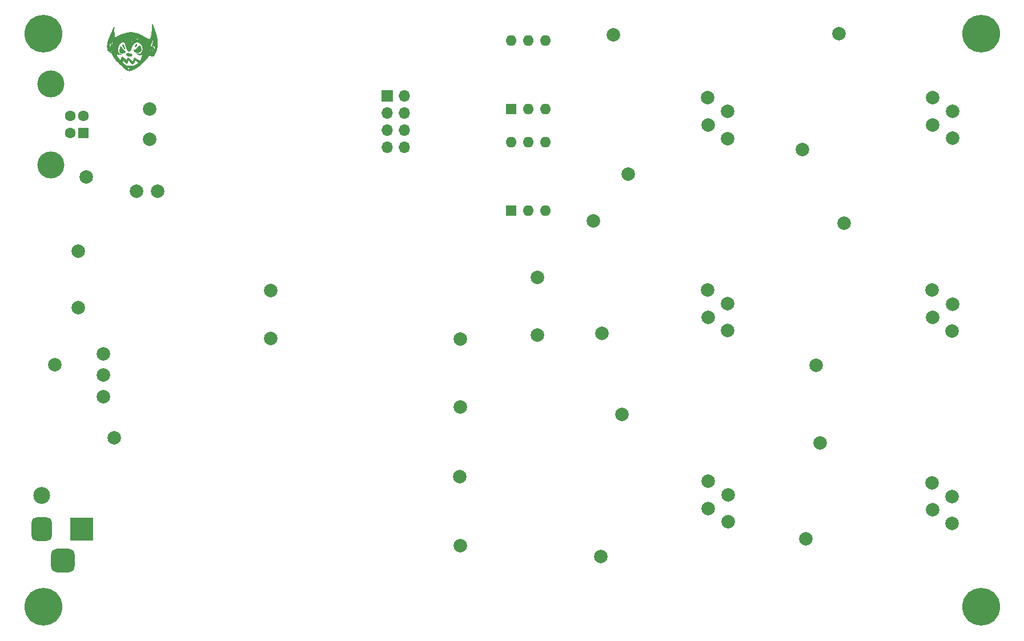
<source format=gbr>
G04 #@! TF.GenerationSoftware,KiCad,Pcbnew,9.0.4*
G04 #@! TF.CreationDate,2025-09-19T17:16:51+02:00*
G04 #@! TF.ProjectId,mobo,6d6f626f-2e6b-4696-9361-645f70636258,REV05*
G04 #@! TF.SameCoordinates,Original*
G04 #@! TF.FileFunction,Soldermask,Bot*
G04 #@! TF.FilePolarity,Negative*
%FSLAX46Y46*%
G04 Gerber Fmt 4.6, Leading zero omitted, Abs format (unit mm)*
G04 Created by KiCad (PCBNEW 9.0.4) date 2025-09-19 17:16:51*
%MOMM*%
%LPD*%
G01*
G04 APERTURE LIST*
G04 Aperture macros list*
%AMRoundRect*
0 Rectangle with rounded corners*
0 $1 Rounding radius*
0 $2 $3 $4 $5 $6 $7 $8 $9 X,Y pos of 4 corners*
0 Add a 4 corners polygon primitive as box body*
4,1,4,$2,$3,$4,$5,$6,$7,$8,$9,$2,$3,0*
0 Add four circle primitives for the rounded corners*
1,1,$1+$1,$2,$3*
1,1,$1+$1,$4,$5*
1,1,$1+$1,$6,$7*
1,1,$1+$1,$8,$9*
0 Add four rect primitives between the rounded corners*
20,1,$1+$1,$2,$3,$4,$5,0*
20,1,$1+$1,$4,$5,$6,$7,0*
20,1,$1+$1,$6,$7,$8,$9,0*
20,1,$1+$1,$8,$9,$2,$3,0*%
G04 Aperture macros list end*
%ADD10C,0.010000*%
%ADD11C,5.600000*%
%ADD12R,1.600000X1.600000*%
%ADD13O,1.600000X1.600000*%
%ADD14R,3.500000X3.500000*%
%ADD15C,2.500000*%
%ADD16RoundRect,0.750000X-0.750000X-1.000000X0.750000X-1.000000X0.750000X1.000000X-0.750000X1.000000X0*%
%ADD17RoundRect,0.875000X-0.875000X-0.875000X0.875000X-0.875000X0.875000X0.875000X-0.875000X0.875000X0*%
%ADD18C,1.600000*%
%ADD19C,4.000000*%
%ADD20R,1.700000X1.700000*%
%ADD21O,1.700000X1.700000*%
%ADD22C,2.000000*%
G04 APERTURE END LIST*
D10*
X83147514Y-61723350D02*
X83150394Y-61727922D01*
X83152075Y-61732875D01*
X83150794Y-61733527D01*
X83147312Y-61730074D01*
X83144432Y-61725502D01*
X83142751Y-61720549D01*
X83144032Y-61719897D01*
X83147514Y-61723350D01*
G36*
X83147514Y-61723350D02*
G01*
X83150394Y-61727922D01*
X83152075Y-61732875D01*
X83150794Y-61733527D01*
X83147312Y-61730074D01*
X83144432Y-61725502D01*
X83142751Y-61720549D01*
X83144032Y-61719897D01*
X83147514Y-61723350D01*
G37*
X87305972Y-55762565D02*
X87308250Y-55765650D01*
X87307645Y-55767167D01*
X87303301Y-55768825D01*
X87301033Y-55768368D01*
X87300313Y-55765650D01*
X87300963Y-55764782D01*
X87305263Y-55762475D01*
X87305972Y-55762565D01*
G36*
X87305972Y-55762565D02*
G01*
X87308250Y-55765650D01*
X87307645Y-55767167D01*
X87303301Y-55768825D01*
X87301033Y-55768368D01*
X87300313Y-55765650D01*
X87300963Y-55764782D01*
X87305263Y-55762475D01*
X87305972Y-55762565D01*
G37*
X87684488Y-57442050D02*
X87682898Y-57443558D01*
X87677157Y-57445176D01*
X87676435Y-57445165D01*
X87673575Y-57444515D01*
X87676550Y-57442050D01*
X87680958Y-57439711D01*
X87684744Y-57439245D01*
X87684488Y-57442050D01*
G36*
X87684488Y-57442050D02*
G01*
X87682898Y-57443558D01*
X87677157Y-57445176D01*
X87676435Y-57445165D01*
X87673575Y-57444515D01*
X87676550Y-57442050D01*
X87680958Y-57439711D01*
X87684744Y-57439245D01*
X87684488Y-57442050D01*
G37*
X85337411Y-56502820D02*
X85352421Y-56504949D01*
X85376105Y-56513021D01*
X85397741Y-56526044D01*
X85416476Y-56543176D01*
X85431460Y-56563578D01*
X85441841Y-56586407D01*
X85446767Y-56610823D01*
X85447108Y-56620364D01*
X85446549Y-56631570D01*
X85445036Y-56639226D01*
X85442753Y-56643500D01*
X85436739Y-56652722D01*
X85427820Y-56665418D01*
X85416612Y-56680776D01*
X85403733Y-56697981D01*
X85389798Y-56716220D01*
X85375426Y-56734680D01*
X85361232Y-56752546D01*
X85347833Y-56769006D01*
X85335847Y-56783246D01*
X85318230Y-56803018D01*
X85298289Y-56823348D01*
X85277930Y-56841544D01*
X85255785Y-56858732D01*
X85230485Y-56876038D01*
X85200664Y-56894591D01*
X85188025Y-56902139D01*
X85176505Y-56908811D01*
X85168938Y-56912784D01*
X85164523Y-56914422D01*
X85162460Y-56914087D01*
X85161950Y-56912142D01*
X85162979Y-56908791D01*
X85166048Y-56900103D01*
X85170918Y-56886728D01*
X85177353Y-56869298D01*
X85185114Y-56848444D01*
X85193961Y-56824798D01*
X85203657Y-56798991D01*
X85213964Y-56771654D01*
X85224641Y-56743420D01*
X85235452Y-56714920D01*
X85246158Y-56686784D01*
X85256520Y-56659645D01*
X85266300Y-56634135D01*
X85275259Y-56610884D01*
X85283159Y-56590524D01*
X85289761Y-56573687D01*
X85291232Y-56569963D01*
X85298464Y-56551605D01*
X85304904Y-56535182D01*
X85310165Y-56521684D01*
X85313861Y-56512106D01*
X85315603Y-56507439D01*
X85316777Y-56505026D01*
X85319970Y-56502965D01*
X85326324Y-56502340D01*
X85337411Y-56502820D01*
G36*
X85337411Y-56502820D02*
G01*
X85352421Y-56504949D01*
X85376105Y-56513021D01*
X85397741Y-56526044D01*
X85416476Y-56543176D01*
X85431460Y-56563578D01*
X85441841Y-56586407D01*
X85446767Y-56610823D01*
X85447108Y-56620364D01*
X85446549Y-56631570D01*
X85445036Y-56639226D01*
X85442753Y-56643500D01*
X85436739Y-56652722D01*
X85427820Y-56665418D01*
X85416612Y-56680776D01*
X85403733Y-56697981D01*
X85389798Y-56716220D01*
X85375426Y-56734680D01*
X85361232Y-56752546D01*
X85347833Y-56769006D01*
X85335847Y-56783246D01*
X85318230Y-56803018D01*
X85298289Y-56823348D01*
X85277930Y-56841544D01*
X85255785Y-56858732D01*
X85230485Y-56876038D01*
X85200664Y-56894591D01*
X85188025Y-56902139D01*
X85176505Y-56908811D01*
X85168938Y-56912784D01*
X85164523Y-56914422D01*
X85162460Y-56914087D01*
X85161950Y-56912142D01*
X85162979Y-56908791D01*
X85166048Y-56900103D01*
X85170918Y-56886728D01*
X85177353Y-56869298D01*
X85185114Y-56848444D01*
X85193961Y-56824798D01*
X85203657Y-56798991D01*
X85213964Y-56771654D01*
X85224641Y-56743420D01*
X85235452Y-56714920D01*
X85246158Y-56686784D01*
X85256520Y-56659645D01*
X85266300Y-56634135D01*
X85275259Y-56610884D01*
X85283159Y-56590524D01*
X85289761Y-56573687D01*
X85291232Y-56569963D01*
X85298464Y-56551605D01*
X85304904Y-56535182D01*
X85310165Y-56521684D01*
X85313861Y-56512106D01*
X85315603Y-56507439D01*
X85316777Y-56505026D01*
X85319970Y-56502965D01*
X85326324Y-56502340D01*
X85337411Y-56502820D01*
G37*
X84109770Y-57838974D02*
X84122124Y-57839522D01*
X84134707Y-57840830D01*
X84148342Y-57843091D01*
X84163853Y-57846494D01*
X84182062Y-57851232D01*
X84203794Y-57857497D01*
X84229871Y-57865478D01*
X84261118Y-57875367D01*
X84277386Y-57880548D01*
X84315091Y-57892337D01*
X84347570Y-57902111D01*
X84375353Y-57909993D01*
X84398969Y-57916105D01*
X84418948Y-57920569D01*
X84435821Y-57923508D01*
X84450115Y-57925044D01*
X84462361Y-57925301D01*
X84473088Y-57924399D01*
X84503014Y-57921632D01*
X84537386Y-57922837D01*
X84569426Y-57929291D01*
X84599975Y-57941105D01*
X84603419Y-57942863D01*
X84621222Y-57954455D01*
X84639570Y-57969897D01*
X84656869Y-57987592D01*
X84671530Y-58005943D01*
X84681961Y-58023355D01*
X84693292Y-58052654D01*
X84700260Y-58085941D01*
X84701188Y-58119005D01*
X84696168Y-58151282D01*
X84685296Y-58182208D01*
X84668665Y-58211216D01*
X84646369Y-58237743D01*
X84627645Y-58253950D01*
X84599604Y-58271887D01*
X84568098Y-58286247D01*
X84534445Y-58296451D01*
X84499963Y-58301921D01*
X84499449Y-58301964D01*
X84484389Y-58302641D01*
X84469202Y-58302435D01*
X84457100Y-58301387D01*
X84455216Y-58301139D01*
X84445162Y-58300299D01*
X84430358Y-58299498D01*
X84412038Y-58298784D01*
X84391437Y-58298208D01*
X84369788Y-58297821D01*
X84330159Y-58296836D01*
X84287738Y-58294381D01*
X84249419Y-58290384D01*
X84214049Y-58284689D01*
X84180473Y-58277139D01*
X84147538Y-58267577D01*
X84142968Y-58266108D01*
X84122625Y-58259620D01*
X84101647Y-58252994D01*
X84082258Y-58246931D01*
X84066683Y-58242131D01*
X84050374Y-58236845D01*
X84020595Y-58224984D01*
X83995721Y-58211592D01*
X83974813Y-58196200D01*
X83959694Y-58181983D01*
X83936912Y-58154171D01*
X83919797Y-58123543D01*
X83908421Y-58090240D01*
X83902855Y-58054406D01*
X83902998Y-58024497D01*
X83908599Y-57991243D01*
X83919553Y-57959903D01*
X83935362Y-57931009D01*
X83955526Y-57905096D01*
X83979546Y-57882698D01*
X84006925Y-57864347D01*
X84037162Y-57850579D01*
X84069759Y-57841927D01*
X84104218Y-57838925D01*
X84109770Y-57838974D01*
G36*
X84109770Y-57838974D02*
G01*
X84122124Y-57839522D01*
X84134707Y-57840830D01*
X84148342Y-57843091D01*
X84163853Y-57846494D01*
X84182062Y-57851232D01*
X84203794Y-57857497D01*
X84229871Y-57865478D01*
X84261118Y-57875367D01*
X84277386Y-57880548D01*
X84315091Y-57892337D01*
X84347570Y-57902111D01*
X84375353Y-57909993D01*
X84398969Y-57916105D01*
X84418948Y-57920569D01*
X84435821Y-57923508D01*
X84450115Y-57925044D01*
X84462361Y-57925301D01*
X84473088Y-57924399D01*
X84503014Y-57921632D01*
X84537386Y-57922837D01*
X84569426Y-57929291D01*
X84599975Y-57941105D01*
X84603419Y-57942863D01*
X84621222Y-57954455D01*
X84639570Y-57969897D01*
X84656869Y-57987592D01*
X84671530Y-58005943D01*
X84681961Y-58023355D01*
X84693292Y-58052654D01*
X84700260Y-58085941D01*
X84701188Y-58119005D01*
X84696168Y-58151282D01*
X84685296Y-58182208D01*
X84668665Y-58211216D01*
X84646369Y-58237743D01*
X84627645Y-58253950D01*
X84599604Y-58271887D01*
X84568098Y-58286247D01*
X84534445Y-58296451D01*
X84499963Y-58301921D01*
X84499449Y-58301964D01*
X84484389Y-58302641D01*
X84469202Y-58302435D01*
X84457100Y-58301387D01*
X84455216Y-58301139D01*
X84445162Y-58300299D01*
X84430358Y-58299498D01*
X84412038Y-58298784D01*
X84391437Y-58298208D01*
X84369788Y-58297821D01*
X84330159Y-58296836D01*
X84287738Y-58294381D01*
X84249419Y-58290384D01*
X84214049Y-58284689D01*
X84180473Y-58277139D01*
X84147538Y-58267577D01*
X84142968Y-58266108D01*
X84122625Y-58259620D01*
X84101647Y-58252994D01*
X84082258Y-58246931D01*
X84066683Y-58242131D01*
X84050374Y-58236845D01*
X84020595Y-58224984D01*
X83995721Y-58211592D01*
X83974813Y-58196200D01*
X83959694Y-58181983D01*
X83936912Y-58154171D01*
X83919797Y-58123543D01*
X83908421Y-58090240D01*
X83902855Y-58054406D01*
X83902998Y-58024497D01*
X83908599Y-57991243D01*
X83919553Y-57959903D01*
X83935362Y-57931009D01*
X83955526Y-57905096D01*
X83979546Y-57882698D01*
X84006925Y-57864347D01*
X84037162Y-57850579D01*
X84069759Y-57841927D01*
X84104218Y-57838925D01*
X84109770Y-57838974D01*
G37*
X83458519Y-56591633D02*
X83464091Y-56593284D01*
X83468540Y-56596977D01*
X83472463Y-56603519D01*
X83476451Y-56613715D01*
X83481099Y-56628373D01*
X83487002Y-56648300D01*
X83487875Y-56651210D01*
X83493114Y-56667517D01*
X83500041Y-56687768D01*
X83508090Y-56710369D01*
X83516697Y-56733727D01*
X83525295Y-56756250D01*
X83528185Y-56763693D01*
X83536372Y-56785044D01*
X83544125Y-56805624D01*
X83550967Y-56824152D01*
X83556424Y-56839342D01*
X83560019Y-56849912D01*
X83560175Y-56850406D01*
X83563015Y-56860590D01*
X83566885Y-56876088D01*
X83571600Y-56896043D01*
X83576972Y-56919599D01*
X83582815Y-56945901D01*
X83588944Y-56974093D01*
X83595172Y-57003319D01*
X83601313Y-57032722D01*
X83607181Y-57061446D01*
X83612588Y-57088637D01*
X83617350Y-57113437D01*
X83618339Y-57118693D01*
X83621406Y-57134835D01*
X83624094Y-57148756D01*
X83626141Y-57159117D01*
X83627289Y-57164574D01*
X83627302Y-57169379D01*
X83623497Y-57176650D01*
X83620208Y-57179528D01*
X83616093Y-57181380D01*
X83611700Y-57180657D01*
X83606548Y-57176873D01*
X83600152Y-57169540D01*
X83592030Y-57158171D01*
X83581697Y-57142278D01*
X83568671Y-57121375D01*
X83556078Y-57101174D01*
X83542214Y-57079324D01*
X83528397Y-57057887D01*
X83515706Y-57038538D01*
X83505221Y-57022950D01*
X83496089Y-57009629D01*
X83476661Y-56981165D01*
X83460304Y-56956968D01*
X83446606Y-56936387D01*
X83435155Y-56918769D01*
X83425536Y-56903464D01*
X83417338Y-56889818D01*
X83410148Y-56877182D01*
X83403553Y-56864902D01*
X83397140Y-56852328D01*
X83395961Y-56849957D01*
X83385111Y-56827355D01*
X83374209Y-56803354D01*
X83363559Y-56778749D01*
X83353467Y-56754333D01*
X83344239Y-56730901D01*
X83336179Y-56709247D01*
X83329594Y-56690166D01*
X83324788Y-56674451D01*
X83322068Y-56662896D01*
X83321739Y-56656297D01*
X83325213Y-56649918D01*
X83332890Y-56640970D01*
X83343387Y-56630919D01*
X83355384Y-56620936D01*
X83367565Y-56612189D01*
X83378610Y-56605848D01*
X83399288Y-56597578D01*
X83420769Y-56592751D01*
X83444988Y-56591227D01*
X83451233Y-56591217D01*
X83458519Y-56591633D01*
G36*
X83458519Y-56591633D02*
G01*
X83464091Y-56593284D01*
X83468540Y-56596977D01*
X83472463Y-56603519D01*
X83476451Y-56613715D01*
X83481099Y-56628373D01*
X83487002Y-56648300D01*
X83487875Y-56651210D01*
X83493114Y-56667517D01*
X83500041Y-56687768D01*
X83508090Y-56710369D01*
X83516697Y-56733727D01*
X83525295Y-56756250D01*
X83528185Y-56763693D01*
X83536372Y-56785044D01*
X83544125Y-56805624D01*
X83550967Y-56824152D01*
X83556424Y-56839342D01*
X83560019Y-56849912D01*
X83560175Y-56850406D01*
X83563015Y-56860590D01*
X83566885Y-56876088D01*
X83571600Y-56896043D01*
X83576972Y-56919599D01*
X83582815Y-56945901D01*
X83588944Y-56974093D01*
X83595172Y-57003319D01*
X83601313Y-57032722D01*
X83607181Y-57061446D01*
X83612588Y-57088637D01*
X83617350Y-57113437D01*
X83618339Y-57118693D01*
X83621406Y-57134835D01*
X83624094Y-57148756D01*
X83626141Y-57159117D01*
X83627289Y-57164574D01*
X83627302Y-57169379D01*
X83623497Y-57176650D01*
X83620208Y-57179528D01*
X83616093Y-57181380D01*
X83611700Y-57180657D01*
X83606548Y-57176873D01*
X83600152Y-57169540D01*
X83592030Y-57158171D01*
X83581697Y-57142278D01*
X83568671Y-57121375D01*
X83556078Y-57101174D01*
X83542214Y-57079324D01*
X83528397Y-57057887D01*
X83515706Y-57038538D01*
X83505221Y-57022950D01*
X83496089Y-57009629D01*
X83476661Y-56981165D01*
X83460304Y-56956968D01*
X83446606Y-56936387D01*
X83435155Y-56918769D01*
X83425536Y-56903464D01*
X83417338Y-56889818D01*
X83410148Y-56877182D01*
X83403553Y-56864902D01*
X83397140Y-56852328D01*
X83395961Y-56849957D01*
X83385111Y-56827355D01*
X83374209Y-56803354D01*
X83363559Y-56778749D01*
X83353467Y-56754333D01*
X83344239Y-56730901D01*
X83336179Y-56709247D01*
X83329594Y-56690166D01*
X83324788Y-56674451D01*
X83322068Y-56662896D01*
X83321739Y-56656297D01*
X83325213Y-56649918D01*
X83332890Y-56640970D01*
X83343387Y-56630919D01*
X83355384Y-56620936D01*
X83367565Y-56612189D01*
X83378610Y-56605848D01*
X83399288Y-56597578D01*
X83420769Y-56592751D01*
X83444988Y-56591227D01*
X83451233Y-56591217D01*
X83458519Y-56591633D01*
G37*
X85780771Y-56724095D02*
X85795120Y-56728736D01*
X85814301Y-56736982D01*
X85838473Y-56748888D01*
X85844934Y-56752300D01*
X85868313Y-56765963D01*
X85891688Y-56781473D01*
X85914106Y-56798057D01*
X85934617Y-56814946D01*
X85952271Y-56831368D01*
X85966116Y-56846554D01*
X85975202Y-56859732D01*
X85979165Y-56868698D01*
X85984030Y-56882208D01*
X85989094Y-56898258D01*
X85993736Y-56915000D01*
X85997190Y-56928318D01*
X86002445Y-56948282D01*
X86008462Y-56970906D01*
X86014740Y-56994306D01*
X86020777Y-57016600D01*
X86030732Y-57053557D01*
X86039235Y-57086190D01*
X86046232Y-57114539D01*
X86051906Y-57139507D01*
X86056437Y-57161994D01*
X86060008Y-57182905D01*
X86062800Y-57203141D01*
X86064995Y-57223605D01*
X86066774Y-57245200D01*
X86067748Y-57258875D01*
X86069814Y-57289880D01*
X86071603Y-57319561D01*
X86073084Y-57347201D01*
X86074227Y-57372086D01*
X86074999Y-57393501D01*
X86075371Y-57410731D01*
X86075311Y-57423060D01*
X86074789Y-57429774D01*
X86073992Y-57432658D01*
X86070385Y-57442113D01*
X86064902Y-57454330D01*
X86058377Y-57467396D01*
X86035207Y-57507068D01*
X86002375Y-57552214D01*
X85965024Y-57593005D01*
X85923296Y-57629342D01*
X85877338Y-57661128D01*
X85827293Y-57688265D01*
X85773304Y-57710656D01*
X85715517Y-57728204D01*
X85654075Y-57740811D01*
X85642693Y-57742495D01*
X85628321Y-57744127D01*
X85613192Y-57745178D01*
X85595909Y-57745710D01*
X85575078Y-57745785D01*
X85549300Y-57745465D01*
X85543569Y-57745359D01*
X85514259Y-57744484D01*
X85489318Y-57742942D01*
X85467072Y-57740448D01*
X85445843Y-57736718D01*
X85423956Y-57731466D01*
X85399734Y-57724408D01*
X85371500Y-57715258D01*
X85367233Y-57713850D01*
X85347906Y-57707834D01*
X85328363Y-57702249D01*
X85310669Y-57697666D01*
X85296888Y-57694656D01*
X85270090Y-57688789D01*
X85225235Y-57674395D01*
X85180915Y-57654238D01*
X85136479Y-57628049D01*
X85133340Y-57625971D01*
X85099184Y-57600063D01*
X85070390Y-57571485D01*
X85046354Y-57539645D01*
X85046158Y-57539342D01*
X85034129Y-57519816D01*
X85022953Y-57499864D01*
X85013066Y-57480445D01*
X85004905Y-57462514D01*
X84998905Y-57447030D01*
X84995503Y-57434949D01*
X84995134Y-57427229D01*
X84997183Y-57423580D01*
X85003215Y-57416193D01*
X85012121Y-57406747D01*
X85022844Y-57396419D01*
X85034065Y-57386545D01*
X85046904Y-57376850D01*
X85060175Y-57369072D01*
X85075339Y-57362492D01*
X85093858Y-57356392D01*
X85117192Y-57350053D01*
X85132293Y-57345720D01*
X85161212Y-57335306D01*
X85190091Y-57322533D01*
X85215925Y-57308661D01*
X85228388Y-57301693D01*
X85244631Y-57293515D01*
X85259664Y-57286753D01*
X85260024Y-57286604D01*
X85274652Y-57279721D01*
X85290796Y-57270901D01*
X85305024Y-57262014D01*
X85308245Y-57259829D01*
X85320579Y-57251624D01*
X85336061Y-57241498D01*
X85353029Y-57230529D01*
X85369826Y-57219800D01*
X85383757Y-57210791D01*
X85397039Y-57201670D01*
X85409380Y-57192419D01*
X85421654Y-57182280D01*
X85434734Y-57170494D01*
X85449492Y-57156307D01*
X85466801Y-57138959D01*
X85487536Y-57117693D01*
X85501127Y-57103283D01*
X85523152Y-57078357D01*
X85546026Y-57050519D01*
X85570036Y-57019374D01*
X85595466Y-56984527D01*
X85622602Y-56945584D01*
X85651730Y-56902149D01*
X85683136Y-56853828D01*
X85717103Y-56800227D01*
X85728851Y-56781607D01*
X85740174Y-56763896D01*
X85750118Y-56748584D01*
X85758190Y-56736418D01*
X85763900Y-56728149D01*
X85766755Y-56724527D01*
X85771094Y-56723005D01*
X85780771Y-56724095D01*
G36*
X85780771Y-56724095D02*
G01*
X85795120Y-56728736D01*
X85814301Y-56736982D01*
X85838473Y-56748888D01*
X85844934Y-56752300D01*
X85868313Y-56765963D01*
X85891688Y-56781473D01*
X85914106Y-56798057D01*
X85934617Y-56814946D01*
X85952271Y-56831368D01*
X85966116Y-56846554D01*
X85975202Y-56859732D01*
X85979165Y-56868698D01*
X85984030Y-56882208D01*
X85989094Y-56898258D01*
X85993736Y-56915000D01*
X85997190Y-56928318D01*
X86002445Y-56948282D01*
X86008462Y-56970906D01*
X86014740Y-56994306D01*
X86020777Y-57016600D01*
X86030732Y-57053557D01*
X86039235Y-57086190D01*
X86046232Y-57114539D01*
X86051906Y-57139507D01*
X86056437Y-57161994D01*
X86060008Y-57182905D01*
X86062800Y-57203141D01*
X86064995Y-57223605D01*
X86066774Y-57245200D01*
X86067748Y-57258875D01*
X86069814Y-57289880D01*
X86071603Y-57319561D01*
X86073084Y-57347201D01*
X86074227Y-57372086D01*
X86074999Y-57393501D01*
X86075371Y-57410731D01*
X86075311Y-57423060D01*
X86074789Y-57429774D01*
X86073992Y-57432658D01*
X86070385Y-57442113D01*
X86064902Y-57454330D01*
X86058377Y-57467396D01*
X86035207Y-57507068D01*
X86002375Y-57552214D01*
X85965024Y-57593005D01*
X85923296Y-57629342D01*
X85877338Y-57661128D01*
X85827293Y-57688265D01*
X85773304Y-57710656D01*
X85715517Y-57728204D01*
X85654075Y-57740811D01*
X85642693Y-57742495D01*
X85628321Y-57744127D01*
X85613192Y-57745178D01*
X85595909Y-57745710D01*
X85575078Y-57745785D01*
X85549300Y-57745465D01*
X85543569Y-57745359D01*
X85514259Y-57744484D01*
X85489318Y-57742942D01*
X85467072Y-57740448D01*
X85445843Y-57736718D01*
X85423956Y-57731466D01*
X85399734Y-57724408D01*
X85371500Y-57715258D01*
X85367233Y-57713850D01*
X85347906Y-57707834D01*
X85328363Y-57702249D01*
X85310669Y-57697666D01*
X85296888Y-57694656D01*
X85270090Y-57688789D01*
X85225235Y-57674395D01*
X85180915Y-57654238D01*
X85136479Y-57628049D01*
X85133340Y-57625971D01*
X85099184Y-57600063D01*
X85070390Y-57571485D01*
X85046354Y-57539645D01*
X85046158Y-57539342D01*
X85034129Y-57519816D01*
X85022953Y-57499864D01*
X85013066Y-57480445D01*
X85004905Y-57462514D01*
X84998905Y-57447030D01*
X84995503Y-57434949D01*
X84995134Y-57427229D01*
X84997183Y-57423580D01*
X85003215Y-57416193D01*
X85012121Y-57406747D01*
X85022844Y-57396419D01*
X85034065Y-57386545D01*
X85046904Y-57376850D01*
X85060175Y-57369072D01*
X85075339Y-57362492D01*
X85093858Y-57356392D01*
X85117192Y-57350053D01*
X85132293Y-57345720D01*
X85161212Y-57335306D01*
X85190091Y-57322533D01*
X85215925Y-57308661D01*
X85228388Y-57301693D01*
X85244631Y-57293515D01*
X85259664Y-57286753D01*
X85260024Y-57286604D01*
X85274652Y-57279721D01*
X85290796Y-57270901D01*
X85305024Y-57262014D01*
X85308245Y-57259829D01*
X85320579Y-57251624D01*
X85336061Y-57241498D01*
X85353029Y-57230529D01*
X85369826Y-57219800D01*
X85383757Y-57210791D01*
X85397039Y-57201670D01*
X85409380Y-57192419D01*
X85421654Y-57182280D01*
X85434734Y-57170494D01*
X85449492Y-57156307D01*
X85466801Y-57138959D01*
X85487536Y-57117693D01*
X85501127Y-57103283D01*
X85523152Y-57078357D01*
X85546026Y-57050519D01*
X85570036Y-57019374D01*
X85595466Y-56984527D01*
X85622602Y-56945584D01*
X85651730Y-56902149D01*
X85683136Y-56853828D01*
X85717103Y-56800227D01*
X85728851Y-56781607D01*
X85740174Y-56763896D01*
X85750118Y-56748584D01*
X85758190Y-56736418D01*
X85763900Y-56728149D01*
X85766755Y-56724527D01*
X85771094Y-56723005D01*
X85780771Y-56724095D01*
G37*
X83068899Y-56884171D02*
X83098485Y-56890632D01*
X83124092Y-56901286D01*
X83127171Y-56903001D01*
X83135505Y-56908716D01*
X83140448Y-56915173D01*
X83144006Y-56924735D01*
X83144536Y-56926396D01*
X83148250Y-56936210D01*
X83154259Y-56950586D01*
X83162150Y-56968625D01*
X83171511Y-56989426D01*
X83181928Y-57012087D01*
X83192988Y-57035709D01*
X83204278Y-57059390D01*
X83215386Y-57082231D01*
X83225898Y-57103329D01*
X83227524Y-57106497D01*
X83236858Y-57123647D01*
X83248667Y-57144100D01*
X83262010Y-57166287D01*
X83275947Y-57188639D01*
X83289539Y-57209587D01*
X83303390Y-57230252D01*
X83315411Y-57247613D01*
X83326013Y-57262033D01*
X83336191Y-57274753D01*
X83346942Y-57287016D01*
X83359261Y-57300063D01*
X83374142Y-57315136D01*
X83387266Y-57328009D01*
X83402218Y-57342122D01*
X83416130Y-57354711D01*
X83427878Y-57364761D01*
X83436338Y-57371259D01*
X83446209Y-57378818D01*
X83458197Y-57389817D01*
X83467569Y-57400348D01*
X83474438Y-57408892D01*
X83494930Y-57430273D01*
X83519686Y-57451516D01*
X83547362Y-57471426D01*
X83552970Y-57475193D01*
X83569435Y-57486933D01*
X83586240Y-57499701D01*
X83600503Y-57511333D01*
X83606702Y-57516537D01*
X83629664Y-57533893D01*
X83656015Y-57550963D01*
X83686687Y-57568321D01*
X83722613Y-57586540D01*
X83732417Y-57591346D01*
X83748024Y-57599462D01*
X83758627Y-57606016D01*
X83764792Y-57611606D01*
X83767086Y-57616832D01*
X83766076Y-57622296D01*
X83762329Y-57628598D01*
X83756097Y-57636158D01*
X83745460Y-57647339D01*
X83731948Y-57660510D01*
X83716668Y-57674647D01*
X83700727Y-57688731D01*
X83685232Y-57701738D01*
X83671288Y-57712649D01*
X83655344Y-57723964D01*
X83628964Y-57741006D01*
X83600826Y-57757552D01*
X83573087Y-57772353D01*
X83547908Y-57784156D01*
X83529873Y-57791541D01*
X83475803Y-57810505D01*
X83419142Y-57826097D01*
X83362056Y-57837770D01*
X83306707Y-57844979D01*
X83264935Y-57847496D01*
X83225128Y-57846988D01*
X83187423Y-57843095D01*
X83150038Y-57835628D01*
X83111195Y-57824401D01*
X83093403Y-57818231D01*
X83063124Y-57805822D01*
X83034783Y-57791348D01*
X83007343Y-57774130D01*
X82979769Y-57753489D01*
X82951024Y-57728747D01*
X82920072Y-57699225D01*
X82918368Y-57697531D01*
X82903621Y-57682609D01*
X82889902Y-57668280D01*
X82878094Y-57655501D01*
X82869081Y-57645227D01*
X82863749Y-57638412D01*
X82853841Y-57623636D01*
X82861427Y-57581262D01*
X82864247Y-57566558D01*
X82868613Y-57545663D01*
X82873794Y-57522224D01*
X82879366Y-57498160D01*
X82884903Y-57475387D01*
X82889836Y-57455148D01*
X82895299Y-57431633D01*
X82900369Y-57408744D01*
X82904639Y-57388320D01*
X82907702Y-57372200D01*
X82908246Y-57369109D01*
X82912100Y-57348721D01*
X82916492Y-57327545D01*
X82921096Y-57306990D01*
X82925586Y-57288463D01*
X82929636Y-57273374D01*
X82932922Y-57263133D01*
X82932980Y-57262978D01*
X82936238Y-57252039D01*
X82939663Y-57236785D01*
X82942893Y-57219191D01*
X82945564Y-57201229D01*
X82947314Y-57184875D01*
X82948208Y-57173909D01*
X82949782Y-57157530D01*
X82951633Y-57143096D01*
X82954078Y-57128583D01*
X82957437Y-57111963D01*
X82962027Y-57091212D01*
X82964532Y-57079230D01*
X82968760Y-57054989D01*
X82972290Y-57029790D01*
X82974608Y-57007075D01*
X82975770Y-56993862D01*
X82978116Y-56973220D01*
X82981005Y-56952595D01*
X82984219Y-56933249D01*
X82987544Y-56916443D01*
X82990765Y-56903441D01*
X82993664Y-56895504D01*
X82994689Y-56893764D01*
X83000248Y-56888110D01*
X83008850Y-56884494D01*
X83021565Y-56882602D01*
X83039463Y-56882124D01*
X83068899Y-56884171D01*
G36*
X83068899Y-56884171D02*
G01*
X83098485Y-56890632D01*
X83124092Y-56901286D01*
X83127171Y-56903001D01*
X83135505Y-56908716D01*
X83140448Y-56915173D01*
X83144006Y-56924735D01*
X83144536Y-56926396D01*
X83148250Y-56936210D01*
X83154259Y-56950586D01*
X83162150Y-56968625D01*
X83171511Y-56989426D01*
X83181928Y-57012087D01*
X83192988Y-57035709D01*
X83204278Y-57059390D01*
X83215386Y-57082231D01*
X83225898Y-57103329D01*
X83227524Y-57106497D01*
X83236858Y-57123647D01*
X83248667Y-57144100D01*
X83262010Y-57166287D01*
X83275947Y-57188639D01*
X83289539Y-57209587D01*
X83303390Y-57230252D01*
X83315411Y-57247613D01*
X83326013Y-57262033D01*
X83336191Y-57274753D01*
X83346942Y-57287016D01*
X83359261Y-57300063D01*
X83374142Y-57315136D01*
X83387266Y-57328009D01*
X83402218Y-57342122D01*
X83416130Y-57354711D01*
X83427878Y-57364761D01*
X83436338Y-57371259D01*
X83446209Y-57378818D01*
X83458197Y-57389817D01*
X83467569Y-57400348D01*
X83474438Y-57408892D01*
X83494930Y-57430273D01*
X83519686Y-57451516D01*
X83547362Y-57471426D01*
X83552970Y-57475193D01*
X83569435Y-57486933D01*
X83586240Y-57499701D01*
X83600503Y-57511333D01*
X83606702Y-57516537D01*
X83629664Y-57533893D01*
X83656015Y-57550963D01*
X83686687Y-57568321D01*
X83722613Y-57586540D01*
X83732417Y-57591346D01*
X83748024Y-57599462D01*
X83758627Y-57606016D01*
X83764792Y-57611606D01*
X83767086Y-57616832D01*
X83766076Y-57622296D01*
X83762329Y-57628598D01*
X83756097Y-57636158D01*
X83745460Y-57647339D01*
X83731948Y-57660510D01*
X83716668Y-57674647D01*
X83700727Y-57688731D01*
X83685232Y-57701738D01*
X83671288Y-57712649D01*
X83655344Y-57723964D01*
X83628964Y-57741006D01*
X83600826Y-57757552D01*
X83573087Y-57772353D01*
X83547908Y-57784156D01*
X83529873Y-57791541D01*
X83475803Y-57810505D01*
X83419142Y-57826097D01*
X83362056Y-57837770D01*
X83306707Y-57844979D01*
X83264935Y-57847496D01*
X83225128Y-57846988D01*
X83187423Y-57843095D01*
X83150038Y-57835628D01*
X83111195Y-57824401D01*
X83093403Y-57818231D01*
X83063124Y-57805822D01*
X83034783Y-57791348D01*
X83007343Y-57774130D01*
X82979769Y-57753489D01*
X82951024Y-57728747D01*
X82920072Y-57699225D01*
X82918368Y-57697531D01*
X82903621Y-57682609D01*
X82889902Y-57668280D01*
X82878094Y-57655501D01*
X82869081Y-57645227D01*
X82863749Y-57638412D01*
X82853841Y-57623636D01*
X82861427Y-57581262D01*
X82864247Y-57566558D01*
X82868613Y-57545663D01*
X82873794Y-57522224D01*
X82879366Y-57498160D01*
X82884903Y-57475387D01*
X82889836Y-57455148D01*
X82895299Y-57431633D01*
X82900369Y-57408744D01*
X82904639Y-57388320D01*
X82907702Y-57372200D01*
X82908246Y-57369109D01*
X82912100Y-57348721D01*
X82916492Y-57327545D01*
X82921096Y-57306990D01*
X82925586Y-57288463D01*
X82929636Y-57273374D01*
X82932922Y-57263133D01*
X82932980Y-57262978D01*
X82936238Y-57252039D01*
X82939663Y-57236785D01*
X82942893Y-57219191D01*
X82945564Y-57201229D01*
X82947314Y-57184875D01*
X82948208Y-57173909D01*
X82949782Y-57157530D01*
X82951633Y-57143096D01*
X82954078Y-57128583D01*
X82957437Y-57111963D01*
X82962027Y-57091212D01*
X82964532Y-57079230D01*
X82968760Y-57054989D01*
X82972290Y-57029790D01*
X82974608Y-57007075D01*
X82975770Y-56993862D01*
X82978116Y-56973220D01*
X82981005Y-56952595D01*
X82984219Y-56933249D01*
X82987544Y-56916443D01*
X82990765Y-56903441D01*
X82993664Y-56895504D01*
X82994689Y-56893764D01*
X83000248Y-56888110D01*
X83008850Y-56884494D01*
X83021565Y-56882602D01*
X83039463Y-56882124D01*
X83068899Y-56884171D01*
G37*
X86380902Y-55341041D02*
X86420619Y-55363489D01*
X86463070Y-55387025D01*
X86509738Y-55412504D01*
X86528755Y-55422859D01*
X86552563Y-55435907D01*
X86575913Y-55448788D01*
X86597523Y-55460792D01*
X86616110Y-55471208D01*
X86630388Y-55479324D01*
X86637082Y-55483170D01*
X86663999Y-55498502D01*
X86690308Y-55513240D01*
X86718096Y-55528548D01*
X86749450Y-55545585D01*
X86756592Y-55549452D01*
X86775089Y-55559546D01*
X86788514Y-55567020D01*
X86797289Y-55572113D01*
X86801838Y-55575063D01*
X86803800Y-55576370D01*
X86810458Y-55580339D01*
X86819300Y-55585316D01*
X86822646Y-55587152D01*
X86840735Y-55597105D01*
X86854255Y-55604604D01*
X86864080Y-55610150D01*
X86871083Y-55614240D01*
X86876137Y-55617374D01*
X86880116Y-55620049D01*
X86880529Y-55620337D01*
X86886709Y-55624311D01*
X86890176Y-55625949D01*
X86890183Y-55625950D01*
X86893443Y-55627510D01*
X86901015Y-55631697D01*
X86911778Y-55637879D01*
X86924611Y-55645420D01*
X86927258Y-55646988D01*
X86949171Y-55659620D01*
X86966620Y-55668926D01*
X86980254Y-55675208D01*
X86990726Y-55678769D01*
X86998688Y-55679913D01*
X87006819Y-55680971D01*
X87016150Y-55684184D01*
X87021064Y-55686774D01*
X87030741Y-55691831D01*
X87041550Y-55697448D01*
X87049014Y-55701452D01*
X87061479Y-55708596D01*
X87071713Y-55714967D01*
X87072219Y-55715301D01*
X87080374Y-55720213D01*
X87092511Y-55727024D01*
X87107076Y-55734876D01*
X87122513Y-55742915D01*
X87124296Y-55743833D01*
X87142223Y-55753554D01*
X87162693Y-55765346D01*
X87183318Y-55777806D01*
X87201711Y-55789528D01*
X87218566Y-55800282D01*
X87234927Y-55809871D01*
X87248146Y-55816649D01*
X87257273Y-55820091D01*
X87257469Y-55820137D01*
X87267792Y-55823392D01*
X87280855Y-55828544D01*
X87293880Y-55834501D01*
X87295387Y-55835245D01*
X87310560Y-55841923D01*
X87322436Y-55845096D01*
X87332681Y-55845017D01*
X87342960Y-55841939D01*
X87344748Y-55841101D01*
X87349592Y-55837706D01*
X87354835Y-55832101D01*
X87360954Y-55823588D01*
X87368423Y-55811465D01*
X87377716Y-55795031D01*
X87389310Y-55773587D01*
X87391928Y-55768770D01*
X87401447Y-55752215D01*
X87411769Y-55735361D01*
X87421079Y-55721200D01*
X87425987Y-55714062D01*
X87434810Y-55700676D01*
X87442355Y-55688101D01*
X87449052Y-55675349D01*
X87455331Y-55661430D01*
X87461620Y-55645355D01*
X87468348Y-55626137D01*
X87475944Y-55602785D01*
X87484839Y-55574311D01*
X87486149Y-55570062D01*
X87503293Y-55512380D01*
X87519389Y-55454150D01*
X87534664Y-55394406D01*
X87549348Y-55332182D01*
X87563669Y-55266514D01*
X87577855Y-55196435D01*
X87592134Y-55120980D01*
X87597557Y-55090434D01*
X87605166Y-55044618D01*
X87613077Y-54993953D01*
X87621179Y-54939287D01*
X87629367Y-54881467D01*
X87637532Y-54821342D01*
X87645565Y-54759759D01*
X87653359Y-54697568D01*
X87660807Y-54635615D01*
X87667800Y-54574750D01*
X87674230Y-54515821D01*
X87679989Y-54459674D01*
X87684970Y-54407160D01*
X87689065Y-54359125D01*
X87693375Y-54302597D01*
X87697773Y-54239942D01*
X87701919Y-54175784D01*
X87705774Y-54110906D01*
X87709303Y-54046091D01*
X87712468Y-53982120D01*
X87715233Y-53919776D01*
X87717562Y-53859840D01*
X87719418Y-53803096D01*
X87720765Y-53750325D01*
X87721565Y-53702309D01*
X87721782Y-53659831D01*
X87721772Y-53648902D01*
X87721849Y-53625603D01*
X87722051Y-53604822D01*
X87722362Y-53587324D01*
X87722766Y-53573877D01*
X87723247Y-53565247D01*
X87723791Y-53562200D01*
X87724699Y-53562568D01*
X87728770Y-53567156D01*
X87734715Y-53576202D01*
X87742030Y-53588714D01*
X87750206Y-53603699D01*
X87758737Y-53620164D01*
X87767117Y-53637116D01*
X87774838Y-53653562D01*
X87781394Y-53668509D01*
X87786278Y-53680964D01*
X87788983Y-53689935D01*
X87789108Y-53690519D01*
X87792786Y-53703753D01*
X87798237Y-53719204D01*
X87804330Y-53733650D01*
X87805991Y-53737274D01*
X87812617Y-53752897D01*
X87819489Y-53770532D01*
X87825359Y-53787014D01*
X87826690Y-53790940D01*
X87833050Y-53808566D01*
X87840147Y-53826910D01*
X87846679Y-53842577D01*
X87852147Y-53855191D01*
X87863787Y-53883099D01*
X87876166Y-53913930D01*
X87888478Y-53945628D01*
X87899919Y-53976139D01*
X87909682Y-54003407D01*
X87911070Y-54007362D01*
X87918473Y-54027477D01*
X87927302Y-54050280D01*
X87936568Y-54073257D01*
X87945280Y-54093895D01*
X87955526Y-54117633D01*
X87974181Y-54162033D01*
X87990382Y-54202278D01*
X88003988Y-54238009D01*
X88014862Y-54268868D01*
X88022863Y-54294494D01*
X88027848Y-54311034D01*
X88035711Y-54335144D01*
X88045133Y-54362523D01*
X88055610Y-54391763D01*
X88066637Y-54421460D01*
X88077707Y-54450206D01*
X88088315Y-54476595D01*
X88091526Y-54484548D01*
X88095899Y-54495863D01*
X88100949Y-54509449D01*
X88106865Y-54525841D01*
X88113835Y-54545577D01*
X88122050Y-54569193D01*
X88131698Y-54597225D01*
X88142969Y-54630211D01*
X88156052Y-54668687D01*
X88163412Y-54689967D01*
X88171626Y-54712987D01*
X88179785Y-54735211D01*
X88187248Y-54754893D01*
X88193373Y-54770287D01*
X88199393Y-54785224D01*
X88206532Y-54803797D01*
X88212938Y-54821309D01*
X88217718Y-54835375D01*
X88218330Y-54837293D01*
X88223631Y-54853521D01*
X88229321Y-54870406D01*
X88234270Y-54884587D01*
X88236340Y-54890520D01*
X88240676Y-54903356D01*
X88246301Y-54920315D01*
X88252842Y-54940265D01*
X88259928Y-54962071D01*
X88267185Y-54984600D01*
X88273033Y-55002709D01*
X88279557Y-55022587D01*
X88285357Y-55039913D01*
X88290136Y-55053812D01*
X88293596Y-55063407D01*
X88295439Y-55067824D01*
X88297055Y-55071248D01*
X88300473Y-55080991D01*
X88305122Y-55096404D01*
X88311053Y-55117660D01*
X88318319Y-55144937D01*
X88321155Y-55157290D01*
X88323340Y-55169974D01*
X88324196Y-55179418D01*
X88324258Y-55180679D01*
X88325730Y-55189358D01*
X88328866Y-55202148D01*
X88333268Y-55217536D01*
X88338538Y-55234007D01*
X88340156Y-55238837D01*
X88345132Y-55254201D01*
X88349155Y-55267382D01*
X88351845Y-55277109D01*
X88352826Y-55282110D01*
X88352849Y-55282618D01*
X88353780Y-55288725D01*
X88355864Y-55299412D01*
X88358828Y-55313328D01*
X88362396Y-55329120D01*
X88364198Y-55336935D01*
X88382810Y-55423756D01*
X88399960Y-55515101D01*
X88415390Y-55609399D01*
X88428841Y-55705080D01*
X88440055Y-55800575D01*
X88441129Y-55811193D01*
X88442981Y-55830698D01*
X88445180Y-55854870D01*
X88447645Y-55882742D01*
X88450293Y-55913347D01*
X88453044Y-55945717D01*
X88455816Y-55978884D01*
X88458528Y-56011883D01*
X88461098Y-56043745D01*
X88463446Y-56073502D01*
X88465490Y-56100189D01*
X88467149Y-56122837D01*
X88468969Y-56151886D01*
X88471098Y-56197481D01*
X88472709Y-56247408D01*
X88473805Y-56300499D01*
X88474384Y-56355586D01*
X88474448Y-56411501D01*
X88473997Y-56467074D01*
X88473030Y-56521137D01*
X88471548Y-56572523D01*
X88469551Y-56620062D01*
X88467040Y-56662587D01*
X88465073Y-56689056D01*
X88458710Y-56760152D01*
X88450690Y-56833543D01*
X88441172Y-56908269D01*
X88430318Y-56983370D01*
X88418286Y-57057885D01*
X88408970Y-57109979D01*
X88405238Y-57130855D01*
X88391333Y-57201319D01*
X88376731Y-57268317D01*
X88361592Y-57330889D01*
X88346077Y-57388075D01*
X88341618Y-57403189D01*
X88332282Y-57433490D01*
X88321669Y-57466584D01*
X88310438Y-57500472D01*
X88299243Y-57533156D01*
X88288740Y-57562639D01*
X88280149Y-57585810D01*
X88269514Y-57613358D01*
X88258687Y-57639965D01*
X88247375Y-57666202D01*
X88235286Y-57692643D01*
X88222128Y-57719859D01*
X88207607Y-57748425D01*
X88191432Y-57778912D01*
X88173310Y-57811893D01*
X88152949Y-57847941D01*
X88130056Y-57887629D01*
X88104340Y-57931528D01*
X88075506Y-57980212D01*
X88074422Y-57982035D01*
X88057374Y-58010720D01*
X88039509Y-58040809D01*
X88021506Y-58071159D01*
X88004041Y-58100626D01*
X87987793Y-58128068D01*
X87973439Y-58152340D01*
X87961656Y-58172300D01*
X87952779Y-58187203D01*
X87940042Y-58208030D01*
X87928448Y-58226336D01*
X87918488Y-58241366D01*
X87910653Y-58252367D01*
X87905434Y-58258584D01*
X87901336Y-58262231D01*
X87890667Y-58269436D01*
X87877865Y-58274792D01*
X87861886Y-58278578D01*
X87841687Y-58281075D01*
X87816223Y-58282564D01*
X87805459Y-58282916D01*
X87786919Y-58283069D01*
X87771154Y-58282327D01*
X87755786Y-58280538D01*
X87738435Y-58277548D01*
X87732060Y-58276385D01*
X87714176Y-58273425D01*
X87693049Y-58270232D01*
X87670804Y-58267121D01*
X87649563Y-58264405D01*
X87642922Y-58263601D01*
X87619049Y-58260654D01*
X87593488Y-58257432D01*
X87568905Y-58254271D01*
X87547963Y-58251511D01*
X87546195Y-58251273D01*
X87500402Y-58245097D01*
X87460398Y-58239622D01*
X87425688Y-58234751D01*
X87395779Y-58230385D01*
X87370178Y-58226428D01*
X87348391Y-58222782D01*
X87329926Y-58219350D01*
X87314288Y-58216035D01*
X87300984Y-58212738D01*
X87289521Y-58209363D01*
X87279406Y-58205813D01*
X87270144Y-58201989D01*
X87261244Y-58197795D01*
X87252210Y-58193133D01*
X87248348Y-58191057D01*
X87238692Y-58185894D01*
X87231605Y-58182968D01*
X87226072Y-58182787D01*
X87221079Y-58185860D01*
X87215610Y-58192694D01*
X87208651Y-58203797D01*
X87199186Y-58219678D01*
X87197834Y-58221942D01*
X87189716Y-58236204D01*
X87184629Y-58246867D01*
X87181999Y-58255321D01*
X87181250Y-58262952D01*
X87181049Y-58268627D01*
X87179403Y-58275096D01*
X87175044Y-58280903D01*
X87166731Y-58288207D01*
X87160612Y-58293666D01*
X87153347Y-58301497D01*
X87149357Y-58307613D01*
X87149344Y-58307649D01*
X87146471Y-58313189D01*
X87140824Y-58322635D01*
X87133213Y-58334675D01*
X87124449Y-58347993D01*
X87118590Y-58356553D01*
X87107875Y-58370946D01*
X87099422Y-58380227D01*
X87092882Y-58384804D01*
X87088055Y-58387614D01*
X87079521Y-58394653D01*
X87071191Y-58403439D01*
X87063326Y-58412891D01*
X87052756Y-58425515D01*
X87041547Y-58438838D01*
X87030485Y-58451931D01*
X87020355Y-58463866D01*
X87011944Y-58473716D01*
X87006037Y-58480553D01*
X87003421Y-58483450D01*
X87002373Y-58484429D01*
X86996454Y-58490942D01*
X86988087Y-58501018D01*
X86978251Y-58513392D01*
X86967924Y-58526798D01*
X86958084Y-58539972D01*
X86949711Y-58551649D01*
X86943782Y-58560562D01*
X86918183Y-58597590D01*
X86884671Y-58636041D01*
X86847125Y-58669870D01*
X86842260Y-58674051D01*
X86831141Y-58685069D01*
X86819290Y-58698287D01*
X86808566Y-58711690D01*
X86802358Y-58719968D01*
X86793467Y-58731598D01*
X86786009Y-58741098D01*
X86781146Y-58746975D01*
X86777853Y-58750758D01*
X86770692Y-58759162D01*
X86761549Y-58770013D01*
X86751616Y-58781900D01*
X86743997Y-58790767D01*
X86731522Y-58804689D01*
X86716806Y-58820656D01*
X86701091Y-58837321D01*
X86685623Y-58853337D01*
X86671631Y-58867722D01*
X86657869Y-58882061D01*
X86645725Y-58894903D01*
X86636148Y-58905242D01*
X86630090Y-58912075D01*
X86623683Y-58919402D01*
X86608579Y-58935377D01*
X86589059Y-58954784D01*
X86565469Y-58977284D01*
X86538157Y-59002533D01*
X86536595Y-59003958D01*
X86521474Y-59017850D01*
X86505750Y-59032426D01*
X86491193Y-59046037D01*
X86479575Y-59057037D01*
X86473743Y-59062585D01*
X86461607Y-59073960D01*
X86450330Y-59084332D01*
X86441761Y-59091992D01*
X86437050Y-59096123D01*
X86428700Y-59103653D01*
X86419958Y-59111847D01*
X86410394Y-59121153D01*
X86399575Y-59132018D01*
X86387068Y-59144889D01*
X86372440Y-59160212D01*
X86355259Y-59178435D01*
X86335093Y-59200005D01*
X86311508Y-59225369D01*
X86291759Y-59246681D01*
X86284074Y-59254975D01*
X86263387Y-59277200D01*
X86234865Y-59307527D01*
X86204111Y-59339927D01*
X86171720Y-59373790D01*
X86138289Y-59408504D01*
X86104414Y-59443458D01*
X86070691Y-59478042D01*
X86037717Y-59511644D01*
X86006088Y-59543653D01*
X85976400Y-59573458D01*
X85949249Y-59600447D01*
X85925231Y-59624011D01*
X85904944Y-59643537D01*
X85853462Y-59690301D01*
X85793704Y-59740327D01*
X85728759Y-59790820D01*
X85659167Y-59841413D01*
X85585467Y-59891737D01*
X85508199Y-59941426D01*
X85427901Y-59990111D01*
X85345113Y-60037424D01*
X85260375Y-60082998D01*
X85246457Y-60090252D01*
X85202412Y-60113197D01*
X85163203Y-60133570D01*
X85128213Y-60151650D01*
X85119125Y-60156302D01*
X85096828Y-60167716D01*
X85068430Y-60182047D01*
X85042405Y-60194921D01*
X85018135Y-60206618D01*
X84995005Y-60217417D01*
X84972399Y-60227595D01*
X84949701Y-60237433D01*
X84926296Y-60247210D01*
X84901566Y-60257203D01*
X84874896Y-60267692D01*
X84845671Y-60278956D01*
X84813274Y-60291273D01*
X84777089Y-60304923D01*
X84736500Y-60320184D01*
X84682176Y-60340534D01*
X84627061Y-60361017D01*
X84577186Y-60379367D01*
X84532635Y-60395555D01*
X84493488Y-60409552D01*
X84459827Y-60421329D01*
X84431733Y-60430858D01*
X84409288Y-60438110D01*
X84392574Y-60443056D01*
X84381671Y-60445666D01*
X84379298Y-60446027D01*
X84367682Y-60446928D01*
X84353065Y-60447186D01*
X84338038Y-60446738D01*
X84327586Y-60446015D01*
X84307976Y-60444243D01*
X84284874Y-60441782D01*
X84259096Y-60438747D01*
X84231460Y-60435258D01*
X84202783Y-60431432D01*
X84173880Y-60427387D01*
X84145569Y-60423240D01*
X84118666Y-60419111D01*
X84093988Y-60415115D01*
X84072352Y-60411373D01*
X84054574Y-60408000D01*
X84041472Y-60405116D01*
X84033861Y-60402838D01*
X84027538Y-60399721D01*
X84016032Y-60393335D01*
X84000794Y-60384451D01*
X83982669Y-60373591D01*
X83962501Y-60361280D01*
X83941136Y-60348042D01*
X83919419Y-60334401D01*
X83898193Y-60320880D01*
X83878303Y-60308003D01*
X83860595Y-60296294D01*
X83845913Y-60286277D01*
X83841268Y-60283021D01*
X83819606Y-60267563D01*
X83794713Y-60249445D01*
X83767641Y-60229459D01*
X83739441Y-60208396D01*
X83711162Y-60187049D01*
X83683857Y-60166211D01*
X83658575Y-60146674D01*
X83636369Y-60129229D01*
X83618288Y-60114670D01*
X83608104Y-60106284D01*
X83588668Y-60089880D01*
X84018962Y-60089880D01*
X84019031Y-60091331D01*
X84021234Y-60101237D01*
X84026030Y-60114656D01*
X84032721Y-60130069D01*
X84040607Y-60145955D01*
X84048991Y-60160795D01*
X84057176Y-60173069D01*
X84067430Y-60185449D01*
X84080362Y-60199065D01*
X84092716Y-60210392D01*
X84105546Y-60220000D01*
X84126572Y-60233031D01*
X84149385Y-60244717D01*
X84171889Y-60254014D01*
X84191988Y-60259877D01*
X84195658Y-60260579D01*
X84214861Y-60262936D01*
X84237931Y-60264183D01*
X84262934Y-60264339D01*
X84287933Y-60263425D01*
X84310994Y-60261461D01*
X84330183Y-60258465D01*
X84340614Y-60256082D01*
X84379582Y-60243542D01*
X84414649Y-60226063D01*
X84418412Y-60223644D01*
X84430948Y-60214019D01*
X84444369Y-60201911D01*
X84457150Y-60188845D01*
X84467767Y-60176349D01*
X84474693Y-60165949D01*
X84479681Y-60156302D01*
X84450496Y-60124649D01*
X84445267Y-60119046D01*
X84420517Y-60094351D01*
X84396586Y-60073421D01*
X84374210Y-60056862D01*
X84354125Y-60045278D01*
X84344405Y-60040886D01*
X84329959Y-60034720D01*
X84313412Y-60027916D01*
X84296763Y-60021307D01*
X84258663Y-60006500D01*
X84196750Y-60007070D01*
X84188967Y-60007138D01*
X84165881Y-60007374D01*
X84147692Y-60007825D01*
X84133279Y-60008777D01*
X84121516Y-60010514D01*
X84111280Y-60013322D01*
X84101447Y-60017486D01*
X84090893Y-60023291D01*
X84078496Y-60031021D01*
X84063131Y-60040962D01*
X84053039Y-60047705D01*
X84037339Y-60059640D01*
X84026783Y-60070252D01*
X84020836Y-60080135D01*
X84018962Y-60089880D01*
X83588668Y-60089880D01*
X83556930Y-60063092D01*
X83506991Y-60019082D01*
X83457337Y-59973360D01*
X83407013Y-59925035D01*
X83355069Y-59873214D01*
X83300550Y-59817004D01*
X83278054Y-59793518D01*
X83217362Y-59730594D01*
X83159022Y-59670764D01*
X83103254Y-59614244D01*
X83050279Y-59561252D01*
X83000316Y-59512007D01*
X82953586Y-59466727D01*
X82910311Y-59425629D01*
X82870709Y-59388931D01*
X82835002Y-59356851D01*
X82829965Y-59352353D01*
X82815853Y-59339408D01*
X82797983Y-59322667D01*
X82776851Y-59302616D01*
X82752952Y-59279741D01*
X82726782Y-59254526D01*
X82698836Y-59227459D01*
X82678664Y-59207832D01*
X83256950Y-59207832D01*
X83258741Y-59210424D01*
X83264308Y-59216557D01*
X83272750Y-59225185D01*
X83283144Y-59235338D01*
X83312717Y-59263036D01*
X83352290Y-59298632D01*
X83395789Y-59336393D01*
X83442417Y-59375671D01*
X83491381Y-59415813D01*
X83541884Y-59456171D01*
X83593131Y-59496093D01*
X83644329Y-59534928D01*
X83694680Y-59572027D01*
X83731130Y-59598188D01*
X83766896Y-59623158D01*
X83799388Y-59644970D01*
X83829418Y-59664126D01*
X83857798Y-59681128D01*
X83885341Y-59696476D01*
X83912859Y-59710673D01*
X83941163Y-59724219D01*
X83954841Y-59730395D01*
X83967872Y-59735995D01*
X83978087Y-59740083D01*
X83984025Y-59742052D01*
X83987195Y-59742145D01*
X83996849Y-59740014D01*
X84011600Y-59734840D01*
X84031650Y-59726558D01*
X84056737Y-59716300D01*
X84088658Y-59705333D01*
X84119875Y-59697330D01*
X84151315Y-59692238D01*
X84183908Y-59690005D01*
X84218584Y-59690576D01*
X84256269Y-59693898D01*
X84297894Y-59699919D01*
X84344388Y-59708584D01*
X84362470Y-59712216D01*
X84394858Y-59718510D01*
X84422896Y-59723568D01*
X84447807Y-59727542D01*
X84470813Y-59730583D01*
X84493135Y-59732846D01*
X84515997Y-59734481D01*
X84540619Y-59735641D01*
X84568225Y-59736479D01*
X84584429Y-59736814D01*
X84605141Y-59737003D01*
X84625667Y-59736858D01*
X84647092Y-59736345D01*
X84670501Y-59735425D01*
X84696980Y-59734062D01*
X84727614Y-59732220D01*
X84763488Y-59729860D01*
X84787941Y-59728187D01*
X84828880Y-59725270D01*
X84864353Y-59722544D01*
X84894931Y-59719933D01*
X84921184Y-59717363D01*
X84943683Y-59714755D01*
X84962998Y-59712036D01*
X84979699Y-59709127D01*
X84994357Y-59705954D01*
X85007542Y-59702440D01*
X85019825Y-59698509D01*
X85031775Y-59694086D01*
X85036857Y-59691909D01*
X85048375Y-59686541D01*
X85064354Y-59678804D01*
X85084117Y-59669048D01*
X85106987Y-59657617D01*
X85132287Y-59644861D01*
X85159340Y-59631125D01*
X85187467Y-59616757D01*
X85215992Y-59602105D01*
X85244238Y-59587516D01*
X85271527Y-59573336D01*
X85297181Y-59559913D01*
X85320524Y-59547594D01*
X85340879Y-59536727D01*
X85357568Y-59527658D01*
X85369913Y-59520736D01*
X85381559Y-59513882D01*
X85412530Y-59494295D01*
X85444680Y-59471974D01*
X85478474Y-59446548D01*
X85514376Y-59417647D01*
X85552853Y-59384901D01*
X85594370Y-59347939D01*
X85639391Y-59306392D01*
X85645911Y-59300280D01*
X85663251Y-59283953D01*
X85676528Y-59271260D01*
X85686202Y-59261695D01*
X85692730Y-59254748D01*
X85696571Y-59249913D01*
X85698181Y-59246681D01*
X85698018Y-59244544D01*
X85696541Y-59242995D01*
X85693753Y-59241171D01*
X85685764Y-59236348D01*
X85674682Y-59229906D01*
X85662013Y-59222728D01*
X85645628Y-59213184D01*
X85627932Y-59201878D01*
X85610268Y-59189390D01*
X85592118Y-59175263D01*
X85572963Y-59159041D01*
X85552287Y-59140266D01*
X85529569Y-59118482D01*
X85504293Y-59093231D01*
X85475939Y-59064056D01*
X85443989Y-59030502D01*
X85422026Y-59007460D01*
X85394422Y-58979088D01*
X85368248Y-58952840D01*
X85343902Y-58929091D01*
X85321784Y-58908215D01*
X85302291Y-58890587D01*
X85285822Y-58876580D01*
X85272776Y-58866570D01*
X85263550Y-58860932D01*
X85260048Y-58859105D01*
X85248843Y-58851206D01*
X85239738Y-58842140D01*
X85237058Y-58838848D01*
X85224561Y-58827179D01*
X85211486Y-58821323D01*
X85196973Y-58820854D01*
X85189669Y-58822227D01*
X85181239Y-58825471D01*
X85174205Y-58830926D01*
X85168209Y-58839275D01*
X85162894Y-58851199D01*
X85157901Y-58867381D01*
X85152872Y-58888504D01*
X85147450Y-58915250D01*
X85145826Y-58923218D01*
X85141164Y-58943335D01*
X85135421Y-58965448D01*
X85129004Y-58988189D01*
X85122323Y-59010194D01*
X85115785Y-59030095D01*
X85109798Y-59046527D01*
X85104771Y-59058125D01*
X85102852Y-59062728D01*
X85099194Y-59073254D01*
X85094615Y-59087688D01*
X85089515Y-59104764D01*
X85084292Y-59123212D01*
X85082185Y-59130778D01*
X85075309Y-59154631D01*
X85067669Y-59180171D01*
X85060054Y-59204786D01*
X85053253Y-59225868D01*
X85037073Y-59274549D01*
X85000293Y-59304246D01*
X84997922Y-59306162D01*
X84980665Y-59320120D01*
X84961075Y-59335994D01*
X84941384Y-59351974D01*
X84923825Y-59366249D01*
X84917679Y-59371219D01*
X84901983Y-59383657D01*
X84886714Y-59395440D01*
X84873358Y-59405431D01*
X84863397Y-59412496D01*
X84842656Y-59426438D01*
X84807835Y-59425674D01*
X84796645Y-59425561D01*
X84782152Y-59425804D01*
X84770373Y-59426445D01*
X84763123Y-59427413D01*
X84760843Y-59427941D01*
X84756681Y-59428194D01*
X84752589Y-59426642D01*
X84747521Y-59422525D01*
X84740433Y-59415085D01*
X84730280Y-59403564D01*
X84730013Y-59403258D01*
X84721479Y-59393786D01*
X84709350Y-59380732D01*
X84694469Y-59364981D01*
X84677679Y-59347421D01*
X84659823Y-59328939D01*
X84641744Y-59310421D01*
X84607200Y-59275039D01*
X84567629Y-59234024D01*
X84529616Y-59194109D01*
X84494188Y-59156373D01*
X84462370Y-59121895D01*
X84455301Y-59113903D01*
X84442524Y-59098471D01*
X84430423Y-59082785D01*
X84420882Y-59069237D01*
X84417878Y-59064896D01*
X84409855Y-59054399D01*
X84399415Y-59041643D01*
X84387282Y-59027420D01*
X84374174Y-59012523D01*
X84360814Y-58997744D01*
X84347922Y-58983875D01*
X84336219Y-58971709D01*
X84326425Y-58962037D01*
X84319263Y-58955654D01*
X84315451Y-58953350D01*
X84315283Y-58953341D01*
X84311089Y-58950655D01*
X84306219Y-58944618D01*
X84305147Y-58942950D01*
X84296455Y-58930166D01*
X84286196Y-58916052D01*
X84275236Y-58901698D01*
X84264443Y-58888191D01*
X84254686Y-58876623D01*
X84246830Y-58868081D01*
X84241743Y-58863656D01*
X84241696Y-58863628D01*
X84227684Y-58858839D01*
X84212399Y-58859136D01*
X84198300Y-58864473D01*
X84196960Y-58865366D01*
X84189024Y-58873194D01*
X84180516Y-58885885D01*
X84171258Y-58903777D01*
X84161070Y-58927211D01*
X84149775Y-58956525D01*
X84149513Y-58957236D01*
X84142406Y-58976148D01*
X84134697Y-58996054D01*
X84127299Y-59014629D01*
X84121124Y-59029550D01*
X84120302Y-59031504D01*
X84114335Y-59046940D01*
X84107650Y-59065945D01*
X84101004Y-59086290D01*
X84095157Y-59105750D01*
X84093812Y-59110480D01*
X84088535Y-59129046D01*
X84083416Y-59147057D01*
X84078981Y-59162663D01*
X84075757Y-59174012D01*
X84071838Y-59187115D01*
X84066409Y-59204077D01*
X84061152Y-59219482D01*
X84058897Y-59225647D01*
X84056021Y-59232392D01*
X84052565Y-59238356D01*
X84047911Y-59244028D01*
X84041442Y-59249895D01*
X84032538Y-59256447D01*
X84020581Y-59264173D01*
X84004954Y-59273561D01*
X83985037Y-59285101D01*
X83960213Y-59299280D01*
X83957926Y-59300585D01*
X83939660Y-59311139D01*
X83922447Y-59321297D01*
X83907411Y-59330381D01*
X83895671Y-59337715D01*
X83888350Y-59342624D01*
X83881919Y-59347118D01*
X83874569Y-59351646D01*
X83870423Y-59353400D01*
X83868025Y-59351459D01*
X83862351Y-59345172D01*
X83854168Y-59335318D01*
X83844145Y-59322709D01*
X83832956Y-59308156D01*
X83824203Y-59296851D01*
X83790337Y-59256915D01*
X83751932Y-59216875D01*
X83736261Y-59201071D01*
X83720821Y-59184819D01*
X83706714Y-59169329D01*
X83695034Y-59155802D01*
X83686874Y-59145437D01*
X83677963Y-59133288D01*
X83660453Y-59110612D01*
X83640613Y-59086401D01*
X83617671Y-59059725D01*
X83590853Y-59029653D01*
X83583083Y-59020905D01*
X83567094Y-59002230D01*
X83549896Y-58981452D01*
X83533102Y-58960532D01*
X83518321Y-58941428D01*
X83513427Y-58934983D01*
X83499118Y-58916738D01*
X83487716Y-58903211D01*
X83479402Y-58894607D01*
X83474353Y-58891132D01*
X83472070Y-58890036D01*
X83465389Y-58884717D01*
X83456811Y-58876212D01*
X83447625Y-58865747D01*
X83442593Y-58859728D01*
X83434654Y-58850725D01*
X83428634Y-58844530D01*
X83425549Y-58842225D01*
X83425334Y-58842312D01*
X83423085Y-58846079D01*
X83419467Y-58854581D01*
X83414932Y-58866690D01*
X83409932Y-58881276D01*
X83405342Y-58894910D01*
X83397460Y-58916701D01*
X83388941Y-58938024D01*
X83379254Y-58960059D01*
X83367872Y-58983987D01*
X83354267Y-59010990D01*
X83337909Y-59042250D01*
X83335514Y-59046791D01*
X83325279Y-59066722D01*
X83315693Y-59086175D01*
X83307359Y-59103879D01*
X83300878Y-59118561D01*
X83296853Y-59128950D01*
X83291159Y-59144924D01*
X83278833Y-59172509D01*
X83265139Y-59194473D01*
X83263091Y-59197285D01*
X83258700Y-59204002D01*
X83256950Y-59207832D01*
X82678664Y-59207832D01*
X82669610Y-59199023D01*
X82639600Y-59169705D01*
X82609300Y-59139990D01*
X82579207Y-59110364D01*
X82549815Y-59081313D01*
X82521621Y-59053321D01*
X82495119Y-59026874D01*
X82470806Y-59002458D01*
X82449177Y-58980558D01*
X82430727Y-58961660D01*
X82415953Y-58946250D01*
X82397225Y-58926319D01*
X82368784Y-58895381D01*
X82343446Y-58866755D01*
X82320212Y-58839211D01*
X82298079Y-58811517D01*
X82276049Y-58782443D01*
X82253121Y-58750756D01*
X82228295Y-58715225D01*
X82223699Y-58708569D01*
X82212398Y-58692246D01*
X82198362Y-58672017D01*
X82182187Y-58648737D01*
X82164466Y-58623258D01*
X82145794Y-58596438D01*
X82126765Y-58569129D01*
X82107973Y-58542187D01*
X82100177Y-58531009D01*
X82067280Y-58483648D01*
X82037809Y-58440827D01*
X82011490Y-58402070D01*
X81988051Y-58366906D01*
X81967218Y-58334861D01*
X81948718Y-58305461D01*
X81932277Y-58278233D01*
X81917623Y-58252704D01*
X81904481Y-58228400D01*
X81892578Y-58204849D01*
X81881641Y-58181577D01*
X81871397Y-58158110D01*
X81861572Y-58133976D01*
X81851893Y-58108701D01*
X81842087Y-58081812D01*
X81839130Y-58073691D01*
X81823840Y-58035178D01*
X81804943Y-57992511D01*
X81782264Y-57945287D01*
X81781064Y-57942866D01*
X81765818Y-57911513D01*
X81753328Y-57884422D01*
X81743166Y-57860460D01*
X81742666Y-57859131D01*
X82399799Y-57859131D01*
X82399930Y-57865472D01*
X82400680Y-57876432D01*
X82401941Y-57890971D01*
X82403601Y-57908049D01*
X82405550Y-57926627D01*
X82407677Y-57945664D01*
X82409873Y-57964121D01*
X82412026Y-57980958D01*
X82414026Y-57995135D01*
X82415762Y-58005612D01*
X82417871Y-58015649D01*
X82422290Y-58032702D01*
X82428272Y-58051998D01*
X82436009Y-58074022D01*
X82445687Y-58099264D01*
X82457498Y-58128210D01*
X82471631Y-58161348D01*
X82488274Y-58199165D01*
X82507616Y-58242150D01*
X82508125Y-58243269D01*
X82528252Y-58287128D01*
X82547117Y-58327093D01*
X82565146Y-58363826D01*
X82582764Y-58397989D01*
X82600394Y-58430243D01*
X82618462Y-58461249D01*
X82637394Y-58491671D01*
X82657613Y-58522168D01*
X82679545Y-58553403D01*
X82703614Y-58586037D01*
X82730245Y-58620732D01*
X82759864Y-58658150D01*
X82792895Y-58698952D01*
X82829763Y-58743800D01*
X82846413Y-58763958D01*
X82865132Y-58786656D01*
X82883188Y-58808585D01*
X82899902Y-58828921D01*
X82914598Y-58846839D01*
X82926599Y-58861516D01*
X82935226Y-58872126D01*
X82938350Y-58875968D01*
X82948704Y-58888422D01*
X82957771Y-58898919D01*
X82964667Y-58906452D01*
X82968506Y-58910012D01*
X82969452Y-58910504D01*
X82973932Y-58910718D01*
X82980408Y-58907651D01*
X82990177Y-58900748D01*
X82992812Y-58898606D01*
X83002876Y-58888908D01*
X83015060Y-58875536D01*
X83028363Y-58859742D01*
X83041783Y-58842780D01*
X83054319Y-58825903D01*
X83064970Y-58810365D01*
X83072734Y-58797419D01*
X83074317Y-58794198D01*
X83078929Y-58783454D01*
X83084880Y-58768355D01*
X83091738Y-58750043D01*
X83099071Y-58729662D01*
X83106445Y-58708354D01*
X83110632Y-58696045D01*
X83120724Y-58666876D01*
X83129589Y-58642213D01*
X83137684Y-58620917D01*
X83145469Y-58601849D01*
X83153401Y-58583868D01*
X83161939Y-58565837D01*
X83171542Y-58546615D01*
X83182979Y-58525160D01*
X83198585Y-58498555D01*
X83214761Y-58473611D01*
X83231034Y-58450907D01*
X83246933Y-58431027D01*
X83261987Y-58414552D01*
X83275724Y-58402063D01*
X83287672Y-58394144D01*
X83297360Y-58391375D01*
X83298170Y-58391436D01*
X83305456Y-58393959D01*
X83316694Y-58399791D01*
X83331017Y-58408389D01*
X83347556Y-58419212D01*
X83365444Y-58431716D01*
X83383810Y-58445359D01*
X83384888Y-58446201D01*
X83393973Y-58453954D01*
X83406479Y-58465408D01*
X83421594Y-58479781D01*
X83438501Y-58496289D01*
X83456388Y-58514147D01*
X83474438Y-58532572D01*
X83493429Y-58551985D01*
X83513205Y-58571840D01*
X83532691Y-58591084D01*
X83550868Y-58608716D01*
X83566715Y-58623740D01*
X83579213Y-58635154D01*
X83585570Y-58640796D01*
X83599852Y-58653569D01*
X83613120Y-58665558D01*
X83624120Y-58675630D01*
X83631600Y-58682648D01*
X83638423Y-58688763D01*
X83649940Y-58698270D01*
X83663534Y-58708908D01*
X83677500Y-58719316D01*
X83683380Y-58723605D01*
X83698018Y-58734687D01*
X83710793Y-58745212D01*
X83722869Y-58756283D01*
X83735408Y-58769006D01*
X83749577Y-58784485D01*
X83766538Y-58803825D01*
X83773478Y-58811713D01*
X83794210Y-58833987D01*
X83815461Y-58855108D01*
X83836359Y-58874294D01*
X83856030Y-58890767D01*
X83873601Y-58903746D01*
X83888199Y-58912453D01*
X83896098Y-58915660D01*
X83912432Y-58918123D01*
X83927599Y-58914951D01*
X83940491Y-58906275D01*
X83946532Y-58899189D01*
X83949374Y-58891822D01*
X83949925Y-58881322D01*
X83950178Y-58875671D01*
X83953452Y-58858761D01*
X83960397Y-58837462D01*
X83969997Y-58812027D01*
X83983127Y-58778066D01*
X83994935Y-58748773D01*
X84005808Y-58723322D01*
X84016130Y-58700889D01*
X84026287Y-58680648D01*
X84036662Y-58661774D01*
X84047643Y-58643440D01*
X84059613Y-58624823D01*
X84063859Y-58618588D01*
X84074520Y-58604070D01*
X84086230Y-58589348D01*
X84098189Y-58575311D01*
X84109599Y-58562846D01*
X84119660Y-58552843D01*
X84127572Y-58546190D01*
X84132537Y-58543775D01*
X84132938Y-58543803D01*
X84138892Y-58546143D01*
X84148955Y-58551867D01*
X84162379Y-58560443D01*
X84178411Y-58571340D01*
X84196304Y-58584028D01*
X84215305Y-58597976D01*
X84234666Y-58612653D01*
X84253635Y-58627528D01*
X84271462Y-58642071D01*
X84279409Y-58648587D01*
X84296607Y-58662176D01*
X84314733Y-58675982D01*
X84330975Y-58687843D01*
X84340888Y-58695267D01*
X84356064Y-58707522D01*
X84373134Y-58722037D01*
X84390660Y-58737582D01*
X84407202Y-58752930D01*
X84450693Y-58793056D01*
X84497092Y-58833025D01*
X84547264Y-58873461D01*
X84553214Y-58878165D01*
X84566272Y-58888771D01*
X84578295Y-58898873D01*
X84587275Y-58906799D01*
X84593935Y-58912750D01*
X84605159Y-58922399D01*
X84618309Y-58933429D01*
X84631725Y-58944433D01*
X84640551Y-58951779D01*
X84657398Y-58966566D01*
X84674371Y-58982244D01*
X84688875Y-58996451D01*
X84698010Y-59005476D01*
X84712666Y-59019042D01*
X84727258Y-59031663D01*
X84739675Y-59041469D01*
X84742307Y-59043415D01*
X84756043Y-59054072D01*
X84769798Y-59065417D01*
X84780950Y-59075301D01*
X84787790Y-59081646D01*
X84804369Y-59096299D01*
X84819092Y-59108281D01*
X84831131Y-59116936D01*
X84839656Y-59121612D01*
X84847071Y-59123671D01*
X84861065Y-59123331D01*
X84873147Y-59117605D01*
X84882274Y-59107130D01*
X84887399Y-59092543D01*
X84888774Y-59086447D01*
X84892559Y-59074278D01*
X84897302Y-59062143D01*
X84897407Y-59061903D01*
X84900755Y-59053121D01*
X84905337Y-59039558D01*
X84910743Y-59022511D01*
X84916562Y-59003274D01*
X84922383Y-58983141D01*
X84927383Y-58965621D01*
X84934393Y-58941573D01*
X84941529Y-58917579D01*
X84948187Y-58895662D01*
X84953765Y-58877845D01*
X84957437Y-58866297D01*
X84964241Y-58844167D01*
X84970097Y-58823776D01*
X84975411Y-58803525D01*
X84980595Y-58781815D01*
X84986056Y-58757047D01*
X84992204Y-58727624D01*
X84995551Y-58711926D01*
X85002883Y-58681088D01*
X85010595Y-58652916D01*
X85018410Y-58628321D01*
X85026048Y-58608212D01*
X85033230Y-58593500D01*
X85037424Y-58586716D01*
X85046770Y-58573696D01*
X85056110Y-58563076D01*
X85064447Y-58555921D01*
X85070786Y-58553300D01*
X85071090Y-58553306D01*
X85075951Y-58554199D01*
X85084012Y-58556748D01*
X85095788Y-58561151D01*
X85111792Y-58567609D01*
X85132537Y-58576322D01*
X85158537Y-58587490D01*
X85159126Y-58587747D01*
X85170121Y-58593019D01*
X85185864Y-58601177D01*
X85205716Y-58611853D01*
X85229034Y-58624676D01*
X85255179Y-58639276D01*
X85283510Y-58655283D01*
X85313386Y-58672327D01*
X85344166Y-58690038D01*
X85375211Y-58708046D01*
X85405878Y-58725981D01*
X85435528Y-58743473D01*
X85463519Y-58760151D01*
X85489212Y-58775646D01*
X85511965Y-58789588D01*
X85531138Y-58801607D01*
X85546090Y-58811332D01*
X85560087Y-58820749D01*
X85615882Y-58859199D01*
X85668571Y-58896987D01*
X85716808Y-58933152D01*
X85721278Y-58936492D01*
X85737824Y-58947807D01*
X85755916Y-58958986D01*
X85772371Y-58968030D01*
X85781033Y-58972507D01*
X85798546Y-58982062D01*
X85816954Y-58992601D01*
X85833463Y-59002547D01*
X85841727Y-59007633D01*
X85863224Y-59020203D01*
X85882713Y-59030656D01*
X85899401Y-59038602D01*
X85912494Y-59043654D01*
X85921199Y-59045425D01*
X85921689Y-59045416D01*
X85930489Y-59042301D01*
X85937172Y-59034991D01*
X85939825Y-59025529D01*
X85939904Y-59024862D01*
X85942546Y-59019041D01*
X85948187Y-59010402D01*
X85955796Y-59000556D01*
X85964772Y-58988809D01*
X85974243Y-58974685D01*
X85981528Y-58962028D01*
X85984261Y-58956298D01*
X85990126Y-58942973D01*
X85997436Y-58925512D01*
X86005741Y-58905040D01*
X86014593Y-58882684D01*
X86023543Y-58859569D01*
X86032141Y-58836822D01*
X86039938Y-58815569D01*
X86040990Y-58812715D01*
X86046241Y-58799998D01*
X86051555Y-58789136D01*
X86055928Y-58782223D01*
X86057102Y-58780659D01*
X86059473Y-58776608D01*
X86062381Y-58770487D01*
X86066010Y-58761803D01*
X86070543Y-58750060D01*
X86076165Y-58734765D01*
X86083060Y-58715423D01*
X86091411Y-58691539D01*
X86101401Y-58662620D01*
X86113216Y-58628172D01*
X86118885Y-58610724D01*
X86124793Y-58590857D01*
X86129894Y-58572043D01*
X86133493Y-58556734D01*
X86134254Y-58553143D01*
X86138722Y-58534587D01*
X86144140Y-58514884D01*
X86149505Y-58497737D01*
X86151118Y-58492852D01*
X86155824Y-58477416D01*
X86161189Y-58458537D01*
X86166671Y-58438162D01*
X86171725Y-58418236D01*
X86176008Y-58400906D01*
X86184898Y-58366191D01*
X86194209Y-58331635D01*
X86204368Y-58295703D01*
X86215806Y-58256861D01*
X86228951Y-58213575D01*
X86230001Y-58210153D01*
X86235159Y-58193279D01*
X86239910Y-58177622D01*
X86243765Y-58164798D01*
X86246236Y-58156425D01*
X86246362Y-58155987D01*
X86249608Y-58145506D01*
X86254049Y-58132017D01*
X86258763Y-58118325D01*
X86258905Y-58117922D01*
X86263701Y-58103854D01*
X86268242Y-58089761D01*
X86271561Y-58078637D01*
X86274064Y-58069878D01*
X86278262Y-58055820D01*
X86282515Y-58042125D01*
X86282841Y-58041086D01*
X86286503Y-58028044D01*
X86290293Y-58012418D01*
X86293927Y-57995664D01*
X86297120Y-57979237D01*
X86299587Y-57964593D01*
X86301045Y-57953188D01*
X86301209Y-57946478D01*
X86300952Y-57945458D01*
X86299334Y-57944516D01*
X86295909Y-57946491D01*
X86290118Y-57951877D01*
X86281403Y-57961170D01*
X86269205Y-57974865D01*
X86265230Y-57979370D01*
X86250591Y-57995569D01*
X86238831Y-58007674D01*
X86229088Y-58016399D01*
X86220502Y-58022457D01*
X86212210Y-58026564D01*
X86203350Y-58029431D01*
X86196088Y-58031846D01*
X86183608Y-58037257D01*
X86171600Y-58043641D01*
X86154301Y-58053592D01*
X86116629Y-58072254D01*
X86081251Y-58085365D01*
X86047858Y-58093050D01*
X86044683Y-58093560D01*
X86030469Y-58096126D01*
X86013885Y-58099428D01*
X85997899Y-58102884D01*
X85986256Y-58105347D01*
X85975505Y-58107070D01*
X85964369Y-58108094D01*
X85951359Y-58108506D01*
X85934986Y-58108393D01*
X85913761Y-58107844D01*
X85891689Y-58107000D01*
X85864183Y-58105369D01*
X85841120Y-58103269D01*
X85822977Y-58100755D01*
X85810229Y-58097884D01*
X85803350Y-58094714D01*
X85793926Y-58088280D01*
X85776591Y-58081026D01*
X85753331Y-58075014D01*
X85742045Y-58072159D01*
X85719467Y-58064161D01*
X85694567Y-58052831D01*
X85684359Y-58047834D01*
X85665004Y-58038798D01*
X85645294Y-58030034D01*
X85628214Y-58022890D01*
X85626515Y-58022213D01*
X85609100Y-58015162D01*
X85595760Y-58009374D01*
X85584778Y-58003932D01*
X85574438Y-57997922D01*
X85563021Y-57990426D01*
X85548812Y-57980529D01*
X85543489Y-57976834D01*
X85526980Y-57965859D01*
X85509606Y-57954858D01*
X85494349Y-57945736D01*
X85489838Y-57943132D01*
X85470288Y-57931045D01*
X85456099Y-57920753D01*
X85447464Y-57912408D01*
X85444574Y-57906162D01*
X85444949Y-57901235D01*
X85446758Y-57897489D01*
X85450852Y-57896333D01*
X85458080Y-57897825D01*
X85469295Y-57902024D01*
X85485345Y-57908989D01*
X85488754Y-57910484D01*
X85510902Y-57919231D01*
X85534088Y-57927011D01*
X85555048Y-57932714D01*
X85563384Y-57934670D01*
X85582006Y-57939295D01*
X85600386Y-57944144D01*
X85615541Y-57948440D01*
X85619306Y-57949535D01*
X85632992Y-57953033D01*
X85645195Y-57955480D01*
X85653641Y-57956403D01*
X85658528Y-57956789D01*
X85669547Y-57958557D01*
X85683507Y-57961431D01*
X85698525Y-57965048D01*
X85709247Y-57967751D01*
X85719864Y-57970086D01*
X85729881Y-57971684D01*
X85740688Y-57972663D01*
X85753676Y-57973145D01*
X85770233Y-57973248D01*
X85791748Y-57973094D01*
X85803470Y-57972962D01*
X85822110Y-57972623D01*
X85835994Y-57972091D01*
X85846179Y-57971264D01*
X85853717Y-57970040D01*
X85859665Y-57968316D01*
X85865078Y-57965990D01*
X85871151Y-57963328D01*
X85884036Y-57958587D01*
X85897013Y-57954665D01*
X85909493Y-57950793D01*
X85929380Y-57942972D01*
X85950230Y-57933291D01*
X85969666Y-57922876D01*
X85985312Y-57912852D01*
X85990686Y-57908843D01*
X86015260Y-57888594D01*
X86041676Y-57864147D01*
X86068943Y-57836610D01*
X86096073Y-57807088D01*
X86122075Y-57776688D01*
X86145961Y-57746517D01*
X86166740Y-57717681D01*
X86183424Y-57691287D01*
X86187729Y-57683714D01*
X86207373Y-57646602D01*
X86227144Y-57605378D01*
X86246267Y-57561795D01*
X86263963Y-57517605D01*
X86279456Y-57474564D01*
X86283704Y-57461803D01*
X86289007Y-57444732D01*
X86292816Y-57430055D01*
X86295598Y-57415587D01*
X86297819Y-57399146D01*
X86299944Y-57378550D01*
X86300258Y-57375375D01*
X87364171Y-57375375D01*
X87364238Y-57380520D01*
X87364855Y-57397693D01*
X87366276Y-57411368D01*
X87368817Y-57423810D01*
X87372792Y-57437287D01*
X87384635Y-57465992D01*
X87401554Y-57492661D01*
X87422569Y-57514654D01*
X87447475Y-57531758D01*
X87476066Y-57543763D01*
X87477826Y-57544297D01*
X87485864Y-57546396D01*
X87494438Y-57547933D01*
X87504377Y-57548923D01*
X87516508Y-57549383D01*
X87531660Y-57549328D01*
X87550662Y-57548776D01*
X87574341Y-57547741D01*
X87603525Y-57546240D01*
X87605699Y-57546122D01*
X87632091Y-57544302D01*
X87654123Y-57541786D01*
X87673643Y-57538155D01*
X87692501Y-57532992D01*
X87712544Y-57525879D01*
X87735621Y-57516399D01*
X87747925Y-57511197D01*
X87763237Y-57504898D01*
X87776603Y-57499581D01*
X87786088Y-57496027D01*
X87788315Y-57495230D01*
X87801837Y-57489952D01*
X87819721Y-57482455D01*
X87840864Y-57473219D01*
X87864165Y-57462721D01*
X87888524Y-57451442D01*
X87893514Y-57449040D01*
X87902726Y-57444123D01*
X87911585Y-57438490D01*
X87921062Y-57431390D01*
X87932128Y-57422070D01*
X87945754Y-57409777D01*
X87962910Y-57393757D01*
X87983916Y-57373715D01*
X88001309Y-57356445D01*
X88015270Y-57341606D01*
X88026517Y-57328352D01*
X88035766Y-57315838D01*
X88043731Y-57303219D01*
X88051131Y-57289650D01*
X88052500Y-57287009D01*
X88060662Y-57271877D01*
X88070066Y-57255179D01*
X88078941Y-57240072D01*
X88080558Y-57237339D01*
X88089172Y-57221154D01*
X88097361Y-57203481D01*
X88103543Y-57187685D01*
X88106829Y-57177493D01*
X88109434Y-57167605D01*
X88111248Y-57157423D01*
X88112477Y-57145434D01*
X88113324Y-57130124D01*
X88113991Y-57109979D01*
X88113786Y-57059212D01*
X88110053Y-57000441D01*
X88106350Y-56963907D01*
X88101444Y-56925802D01*
X88095781Y-56892797D01*
X88089144Y-56864220D01*
X88081316Y-56839397D01*
X88072078Y-56817656D01*
X88061214Y-56798324D01*
X88048507Y-56780728D01*
X88033738Y-56764194D01*
X88023742Y-56754677D01*
X87999281Y-56736510D01*
X87973387Y-56723843D01*
X87946712Y-56716952D01*
X87919911Y-56716112D01*
X87915353Y-56716477D01*
X87902665Y-56717387D01*
X87886123Y-56718488D01*
X87867357Y-56719673D01*
X87848000Y-56720833D01*
X87836501Y-56721559D01*
X87810472Y-56723809D01*
X87788650Y-56726837D01*
X87769494Y-56730947D01*
X87751466Y-56736445D01*
X87733024Y-56743637D01*
X87711711Y-56752691D01*
X87713198Y-56744152D01*
X87713357Y-56743198D01*
X87714535Y-56735045D01*
X87716076Y-56723215D01*
X87717690Y-56709924D01*
X87718597Y-56703122D01*
X87721024Y-56690789D01*
X87724807Y-56678139D01*
X87730511Y-56663420D01*
X87738702Y-56644883D01*
X87747424Y-56624093D01*
X87759722Y-56587865D01*
X87770832Y-56546032D01*
X87780810Y-56498375D01*
X87789713Y-56444671D01*
X87790600Y-56438984D01*
X87793520Y-56423702D01*
X87797475Y-56407688D01*
X87802833Y-56389666D01*
X87809962Y-56368361D01*
X87819231Y-56342498D01*
X87821987Y-56333168D01*
X87825474Y-56315885D01*
X87828887Y-56292593D01*
X87832254Y-56263123D01*
X87834195Y-56245482D01*
X87836875Y-56223885D01*
X87839696Y-56203597D01*
X87842422Y-56186290D01*
X87844820Y-56173637D01*
X87848131Y-56157927D01*
X87854074Y-56126679D01*
X87860211Y-56090956D01*
X87866367Y-56051933D01*
X87872368Y-56010782D01*
X87878038Y-55968678D01*
X87883201Y-55926792D01*
X87887684Y-55886300D01*
X87887761Y-55885565D01*
X87888745Y-55876329D01*
X87890221Y-55862704D01*
X87892002Y-55846406D01*
X87893902Y-55829150D01*
X87895845Y-55810944D01*
X87900727Y-55757038D01*
X87904257Y-55702697D01*
X87906637Y-55645000D01*
X87908459Y-55586262D01*
X87891307Y-55633887D01*
X87891210Y-55634155D01*
X87882722Y-55657527D01*
X87874562Y-55679530D01*
X87866433Y-55700880D01*
X87858040Y-55722292D01*
X87849087Y-55744480D01*
X87839277Y-55768158D01*
X87828315Y-55794042D01*
X87815905Y-55822846D01*
X87801750Y-55855285D01*
X87785555Y-55892073D01*
X87781753Y-55900659D01*
X87767023Y-55933925D01*
X87765396Y-55937591D01*
X87745785Y-55981836D01*
X87728548Y-56020825D01*
X87713472Y-56055055D01*
X87700344Y-56085024D01*
X87688951Y-56111229D01*
X87679081Y-56134166D01*
X87670520Y-56154334D01*
X87663057Y-56172229D01*
X87656478Y-56188350D01*
X87650571Y-56203192D01*
X87645123Y-56217255D01*
X87639921Y-56231034D01*
X87632228Y-56251008D01*
X87622515Y-56275189D01*
X87611782Y-56301117D01*
X87600870Y-56326763D01*
X87590619Y-56350096D01*
X87587537Y-56356987D01*
X87557726Y-56425631D01*
X87531684Y-56489499D01*
X87509321Y-56548827D01*
X87490542Y-56603850D01*
X87483431Y-56625987D01*
X87475617Y-56650329D01*
X87467939Y-56674263D01*
X87461001Y-56695908D01*
X87455405Y-56713387D01*
X87452710Y-56721588D01*
X87445435Y-56742464D01*
X87436866Y-56765797D01*
X87427857Y-56789290D01*
X87419260Y-56810646D01*
X87415479Y-56819935D01*
X87407035Y-56842208D01*
X87400114Y-56862709D01*
X87394934Y-56880634D01*
X87391712Y-56895180D01*
X87390668Y-56905545D01*
X87392018Y-56910925D01*
X87394754Y-56911472D01*
X87402230Y-56910927D01*
X87412336Y-56909148D01*
X87423839Y-56906656D01*
X87448161Y-56901466D01*
X87468289Y-56897326D01*
X87485637Y-56893969D01*
X87501618Y-56891128D01*
X87517646Y-56888535D01*
X87535135Y-56885923D01*
X87560443Y-56882835D01*
X87592636Y-56880334D01*
X87624851Y-56879233D01*
X87655536Y-56879544D01*
X87683142Y-56881282D01*
X87706116Y-56884459D01*
X87715907Y-56886493D01*
X87756225Y-56897855D01*
X87794064Y-56913322D01*
X87828561Y-56932432D01*
X87858850Y-56954723D01*
X87884068Y-56979730D01*
X87894478Y-56992620D01*
X87916372Y-57025895D01*
X87932712Y-57060685D01*
X87943446Y-57096444D01*
X87948523Y-57132623D01*
X87947892Y-57168676D01*
X87941502Y-57204054D01*
X87933609Y-57226150D01*
X87929302Y-57238211D01*
X87911241Y-57270600D01*
X87901491Y-57283639D01*
X87881820Y-57304869D01*
X87858218Y-57325791D01*
X87832064Y-57345319D01*
X87804737Y-57362366D01*
X87777616Y-57375847D01*
X87774057Y-57377358D01*
X87743291Y-57389574D01*
X87715752Y-57398591D01*
X87689621Y-57404756D01*
X87663079Y-57408421D01*
X87634307Y-57409932D01*
X87601486Y-57409640D01*
X87601012Y-57409626D01*
X87582130Y-57408972D01*
X87568443Y-57408234D01*
X87558823Y-57407250D01*
X87552140Y-57405855D01*
X87547264Y-57403885D01*
X87543067Y-57401178D01*
X87535696Y-57397028D01*
X87525856Y-57394526D01*
X87511786Y-57393385D01*
X87510321Y-57393321D01*
X87491537Y-57390679D01*
X87472960Y-57384376D01*
X87453737Y-57373958D01*
X87433017Y-57358968D01*
X87409946Y-57338951D01*
X87405978Y-57335309D01*
X87394217Y-57324850D01*
X87384177Y-57316403D01*
X87376817Y-57310757D01*
X87373098Y-57308700D01*
X87370206Y-57310887D01*
X87367451Y-57318983D01*
X87365493Y-57332685D01*
X87364382Y-57351609D01*
X87364171Y-57375375D01*
X86300258Y-57375375D01*
X86300677Y-57371147D01*
X86302728Y-57352598D01*
X86304904Y-57335439D01*
X86306989Y-57321316D01*
X86308763Y-57311875D01*
X86308856Y-57311476D01*
X86310608Y-57299464D01*
X86311826Y-57281271D01*
X86312510Y-57256850D01*
X86312664Y-57226150D01*
X86312645Y-57221775D01*
X86312251Y-57193243D01*
X86311244Y-57168266D01*
X86309418Y-57145479D01*
X86306563Y-57123516D01*
X86302470Y-57101012D01*
X86296933Y-57076602D01*
X86289742Y-57048919D01*
X86280689Y-57016600D01*
X86280673Y-57016544D01*
X86273516Y-56990524D01*
X86265936Y-56961182D01*
X86258506Y-56930865D01*
X86251804Y-56901920D01*
X86246402Y-56876694D01*
X86240830Y-56850106D01*
X86232668Y-56815309D01*
X86223946Y-56783801D01*
X86214232Y-56754714D01*
X86203096Y-56727176D01*
X86190105Y-56700320D01*
X86174828Y-56673275D01*
X86156834Y-56645172D01*
X86135692Y-56615140D01*
X86110969Y-56582312D01*
X86082234Y-56545816D01*
X86078177Y-56540749D01*
X86055091Y-56512223D01*
X86034947Y-56487969D01*
X86017068Y-56467236D01*
X86000779Y-56449275D01*
X85985403Y-56433338D01*
X85970264Y-56418675D01*
X85954685Y-56404538D01*
X85934582Y-56387046D01*
X85903189Y-56360931D01*
X85873845Y-56338404D01*
X85845509Y-56318903D01*
X85817138Y-56301867D01*
X85787691Y-56286733D01*
X85756127Y-56272940D01*
X85721402Y-56259927D01*
X85682476Y-56247131D01*
X85638306Y-56233992D01*
X85613513Y-56227090D01*
X85567176Y-56215484D01*
X85525278Y-56206985D01*
X85487104Y-56201558D01*
X85451939Y-56199171D01*
X85419067Y-56199789D01*
X85387772Y-56203378D01*
X85357338Y-56209906D01*
X85327050Y-56219338D01*
X85316390Y-56223165D01*
X85296169Y-56230607D01*
X85280486Y-56236726D01*
X85268296Y-56241957D01*
X85258559Y-56246738D01*
X85250229Y-56251505D01*
X85239921Y-56257039D01*
X85225776Y-56263363D01*
X85211743Y-56268597D01*
X85182439Y-56279396D01*
X85152955Y-56293727D01*
X85128613Y-56309993D01*
X85127760Y-56310662D01*
X85114971Y-56320047D01*
X85099943Y-56330229D01*
X85085750Y-56339117D01*
X85076683Y-56344607D01*
X85058339Y-56356330D01*
X85039821Y-56368848D01*
X85022546Y-56381167D01*
X85007930Y-56392291D01*
X84997390Y-56401223D01*
X84989918Y-56407589D01*
X84978459Y-56416299D01*
X84966688Y-56424396D01*
X84952590Y-56434384D01*
X84936846Y-56447735D01*
X84923393Y-56461513D01*
X84913330Y-56474571D01*
X84907758Y-56485764D01*
X84905451Y-56491473D01*
X84899921Y-56502509D01*
X84892007Y-56516985D01*
X84882320Y-56533869D01*
X84871475Y-56552132D01*
X84860084Y-56570744D01*
X84848761Y-56588676D01*
X84838120Y-56604897D01*
X84828773Y-56618379D01*
X84825668Y-56622731D01*
X84815862Y-56637066D01*
X84804486Y-56654526D01*
X84791160Y-56675716D01*
X84775501Y-56701240D01*
X84757127Y-56731702D01*
X84756017Y-56733574D01*
X84748011Y-56747929D01*
X84738724Y-56765695D01*
X84729220Y-56784791D01*
X84720563Y-56803140D01*
X84720333Y-56803643D01*
X84711155Y-56823653D01*
X84700865Y-56845904D01*
X84690706Y-56867720D01*
X84681918Y-56886425D01*
X84680713Y-56888987D01*
X84673550Y-56904874D01*
X84667294Y-56919787D01*
X84662582Y-56932152D01*
X84660051Y-56940400D01*
X84658493Y-56946805D01*
X84655162Y-56959088D01*
X84650870Y-56974003D01*
X84646165Y-56989612D01*
X84642985Y-57000391D01*
X84638247Y-57018154D01*
X84634283Y-57034989D01*
X84631718Y-57048350D01*
X84631705Y-57048434D01*
X84629302Y-57060947D01*
X84625485Y-57077367D01*
X84620777Y-57095571D01*
X84615700Y-57113437D01*
X84610619Y-57130911D01*
X84605214Y-57150447D01*
X84600417Y-57168702D01*
X84596871Y-57183287D01*
X84592618Y-57202034D01*
X84587052Y-57226463D01*
X84581759Y-57249578D01*
X84576963Y-57270403D01*
X84572891Y-57287961D01*
X84569766Y-57301277D01*
X84567814Y-57309374D01*
X84565859Y-57314196D01*
X84560168Y-57323506D01*
X84550730Y-57336450D01*
X84537318Y-57353333D01*
X84519706Y-57374462D01*
X84505369Y-57391543D01*
X84486989Y-57413779D01*
X84468139Y-57436883D01*
X84450362Y-57458966D01*
X84435198Y-57478137D01*
X84433195Y-57480695D01*
X84414765Y-57503534D01*
X84398775Y-57521586D01*
X84384370Y-57535392D01*
X84370698Y-57545488D01*
X84356906Y-57552414D01*
X84342143Y-57556708D01*
X84325554Y-57558909D01*
X84306288Y-57559555D01*
X84300440Y-57559622D01*
X84287995Y-57560133D01*
X84278506Y-57561034D01*
X84273670Y-57562187D01*
X84267094Y-57563857D01*
X84256036Y-57561953D01*
X84242333Y-57556265D01*
X84226896Y-57547263D01*
X84210637Y-57535420D01*
X84194467Y-57521208D01*
X84183011Y-57510933D01*
X84169376Y-57499921D01*
X84157063Y-57491065D01*
X84135153Y-57474790D01*
X84110011Y-57451953D01*
X84084544Y-57424788D01*
X84059592Y-57394199D01*
X84035995Y-57361087D01*
X84035085Y-57359679D01*
X84029102Y-57349284D01*
X84021234Y-57334284D01*
X84011912Y-57315613D01*
X84001564Y-57294208D01*
X83990617Y-57271004D01*
X83979501Y-57246936D01*
X83968644Y-57222940D01*
X83958475Y-57199952D01*
X83949422Y-57178905D01*
X83941913Y-57160737D01*
X83936378Y-57146383D01*
X83933244Y-57136777D01*
X83933224Y-57136702D01*
X83930349Y-57128429D01*
X83925222Y-57116205D01*
X83918563Y-57101667D01*
X83911091Y-57086450D01*
X83902941Y-57070077D01*
X83885315Y-57031940D01*
X83868605Y-56991681D01*
X83852572Y-56948599D01*
X83836975Y-56901994D01*
X83821575Y-56851164D01*
X83806130Y-56795408D01*
X83790402Y-56734025D01*
X83785085Y-56712603D01*
X83779033Y-56688333D01*
X83773081Y-56664563D01*
X83767703Y-56643180D01*
X83763369Y-56626075D01*
X83758745Y-56607158D01*
X83754167Y-56587088D01*
X83750188Y-56568358D01*
X83747336Y-56553361D01*
X83746482Y-56548555D01*
X83743216Y-56532205D01*
X83739611Y-56516456D01*
X83736303Y-56504149D01*
X83734562Y-56498178D01*
X83730769Y-56484101D01*
X83726611Y-56467655D01*
X83722719Y-56451290D01*
X83721927Y-56447836D01*
X83718105Y-56431881D01*
X83714579Y-56420033D01*
X83710445Y-56410524D01*
X83704795Y-56401587D01*
X83696723Y-56391454D01*
X83685323Y-56378357D01*
X83669580Y-56361340D01*
X83638742Y-56331656D01*
X83604845Y-56302908D01*
X83569392Y-56276268D01*
X83533889Y-56252906D01*
X83499838Y-56233992D01*
X83465437Y-56218690D01*
X83422278Y-56204753D01*
X83379722Y-56197078D01*
X83337539Y-56195660D01*
X83295497Y-56200494D01*
X83253365Y-56211577D01*
X83210913Y-56228905D01*
X83201831Y-56233548D01*
X83183521Y-56243974D01*
X83161591Y-56257441D01*
X83136870Y-56273376D01*
X83110186Y-56291203D01*
X83082370Y-56310351D01*
X83054251Y-56330243D01*
X83026658Y-56350308D01*
X83000420Y-56369970D01*
X82976366Y-56388656D01*
X82955325Y-56405791D01*
X82928774Y-56429388D01*
X82888285Y-56470443D01*
X82850136Y-56515315D01*
X82837717Y-56532319D01*
X82815703Y-56562463D01*
X82808467Y-56573804D01*
X82798521Y-56590381D01*
X82786997Y-56610300D01*
X82774558Y-56632355D01*
X82761871Y-56655339D01*
X82749601Y-56678045D01*
X82738414Y-56699268D01*
X82728974Y-56717801D01*
X82721948Y-56732437D01*
X82717219Y-56743269D01*
X82710368Y-56760752D01*
X82703630Y-56780290D01*
X82696907Y-56802305D01*
X82690099Y-56827220D01*
X82683108Y-56855460D01*
X82675835Y-56887447D01*
X82668180Y-56923606D01*
X82660045Y-56964360D01*
X82651330Y-57010133D01*
X82641938Y-57061348D01*
X82631768Y-57118428D01*
X82629390Y-57131962D01*
X82625397Y-57154896D01*
X82621786Y-57175996D01*
X82618396Y-57196277D01*
X82615064Y-57216754D01*
X82611629Y-57238440D01*
X82607929Y-57262352D01*
X82603802Y-57289503D01*
X82599086Y-57320909D01*
X82593619Y-57357585D01*
X82590712Y-57375522D01*
X82587574Y-57390550D01*
X82584364Y-57400931D01*
X82580854Y-57407562D01*
X82578173Y-57411374D01*
X82575956Y-57416466D01*
X82576256Y-57422380D01*
X82578860Y-57431702D01*
X82580276Y-57436845D01*
X82583127Y-57450759D01*
X82584859Y-57464275D01*
X82586354Y-57480000D01*
X82592107Y-57516268D01*
X82601364Y-57554579D01*
X82614362Y-57595836D01*
X82631339Y-57640939D01*
X82639233Y-57659202D01*
X82650703Y-57681663D01*
X82664342Y-57704044D01*
X82680836Y-57727370D01*
X82700873Y-57752666D01*
X82725138Y-57780957D01*
X82727705Y-57783959D01*
X82736250Y-57794719D01*
X82745997Y-57807792D01*
X82755300Y-57820994D01*
X82761211Y-57829264D01*
X82773504Y-57844101D01*
X82788544Y-57859308D01*
X82807688Y-57876317D01*
X82825154Y-57890482D01*
X82848146Y-57906800D01*
X82871828Y-57920643D01*
X82897332Y-57932521D01*
X82925789Y-57942948D01*
X82958332Y-57952435D01*
X82996092Y-57961493D01*
X82997429Y-57961796D01*
X83011014Y-57965327D01*
X83026974Y-57970055D01*
X83042129Y-57975045D01*
X83042834Y-57975292D01*
X83059145Y-57980600D01*
X83077010Y-57985841D01*
X83092688Y-57989913D01*
X83096372Y-57990808D01*
X83106619Y-57993728D01*
X83113230Y-57996296D01*
X83114913Y-57998043D01*
X83114326Y-57998449D01*
X83108601Y-58000660D01*
X83098359Y-58003688D01*
X83084953Y-58007202D01*
X83069736Y-58010872D01*
X83054063Y-58014370D01*
X83039288Y-58017363D01*
X83026763Y-58019524D01*
X83023158Y-58020023D01*
X83009987Y-58021538D01*
X82992966Y-58023205D01*
X82973902Y-58024852D01*
X82954599Y-58026311D01*
X82941373Y-58027178D01*
X82922916Y-58028048D01*
X82906940Y-58028138D01*
X82891706Y-58027333D01*
X82875477Y-58025522D01*
X82856517Y-58022593D01*
X82833088Y-58018431D01*
X82831063Y-58018066D01*
X82817385Y-58015870D01*
X82805002Y-58014295D01*
X82796380Y-58013660D01*
X82796022Y-58013654D01*
X82787028Y-58012698D01*
X82774650Y-58010455D01*
X82761455Y-58007389D01*
X82756740Y-58006211D01*
X82740976Y-58002702D01*
X82723082Y-57999169D01*
X82706088Y-57996222D01*
X82694996Y-57994411D01*
X82666699Y-57989239D01*
X82639623Y-57983541D01*
X82614616Y-57977543D01*
X82592521Y-57971471D01*
X82574185Y-57965551D01*
X82560454Y-57960010D01*
X82552172Y-57955073D01*
X82549342Y-57953114D01*
X82541456Y-57948461D01*
X82530335Y-57942347D01*
X82517419Y-57935579D01*
X82509320Y-57931325D01*
X82495303Y-57923509D01*
X82483058Y-57916152D01*
X82474557Y-57910411D01*
X82472172Y-57908603D01*
X82460012Y-57899548D01*
X82446745Y-57889885D01*
X82433407Y-57880343D01*
X82421035Y-57871651D01*
X82410665Y-57864539D01*
X82403333Y-57859737D01*
X82400076Y-57857975D01*
X82399799Y-57859131D01*
X81742666Y-57859131D01*
X81734902Y-57838493D01*
X81728108Y-57817388D01*
X81722356Y-57796012D01*
X81717218Y-57773230D01*
X81716407Y-57769373D01*
X81713172Y-57754347D01*
X81709099Y-57735787D01*
X81704627Y-57715690D01*
X81700197Y-57696050D01*
X81697485Y-57683937D01*
X81693707Y-57666018D01*
X81690575Y-57649233D01*
X81688020Y-57632752D01*
X81685977Y-57615741D01*
X81684376Y-57597371D01*
X81683149Y-57576808D01*
X81682230Y-57553222D01*
X81681551Y-57525781D01*
X81681043Y-57493653D01*
X81680638Y-57456007D01*
X81680509Y-57441207D01*
X81680297Y-57409507D01*
X81680242Y-57383280D01*
X81680358Y-57361905D01*
X81680657Y-57344763D01*
X81681154Y-57331234D01*
X81681863Y-57320698D01*
X81682798Y-57312533D01*
X81683971Y-57306121D01*
X81685137Y-57300653D01*
X81687456Y-57286533D01*
X81688380Y-57274956D01*
X81687856Y-57267127D01*
X81685829Y-57264250D01*
X81685010Y-57264591D01*
X81680391Y-57268270D01*
X81673083Y-57275127D01*
X81664250Y-57284093D01*
X81661809Y-57286672D01*
X81654429Y-57294924D01*
X81648669Y-57302643D01*
X81643852Y-57311157D01*
X81639305Y-57321793D01*
X81634351Y-57335877D01*
X81628318Y-57354737D01*
X81626988Y-57358681D01*
X81621198Y-57373063D01*
X81613704Y-57389083D01*
X81605786Y-57403950D01*
X81599389Y-57415515D01*
X81585442Y-57445919D01*
X81577022Y-57473874D01*
X81574200Y-57499172D01*
X81573936Y-57509205D01*
X81572823Y-57524506D01*
X81571135Y-57537510D01*
X81569828Y-57546402D01*
X81568175Y-57560519D01*
X81566519Y-57577153D01*
X81565074Y-57594294D01*
X81564128Y-57632556D01*
X81568438Y-57678852D01*
X81578870Y-57725418D01*
X81579913Y-57729104D01*
X81582703Y-57739773D01*
X81584301Y-57747223D01*
X81584384Y-57750025D01*
X81584352Y-57750021D01*
X81581070Y-57748208D01*
X81573659Y-57743532D01*
X81563189Y-57736682D01*
X81550729Y-57728348D01*
X81543075Y-57723228D01*
X81526781Y-57712519D01*
X81507896Y-57700281D01*
X81488188Y-57687658D01*
X81469425Y-57675793D01*
X81465575Y-57673371D01*
X81433025Y-57652482D01*
X81399186Y-57630080D01*
X81364566Y-57606547D01*
X81329675Y-57582264D01*
X81295023Y-57557615D01*
X81261118Y-57532980D01*
X81228470Y-57508741D01*
X81197587Y-57485280D01*
X81168980Y-57462978D01*
X81143157Y-57442219D01*
X81120628Y-57423383D01*
X81101902Y-57406852D01*
X81087488Y-57393009D01*
X81077895Y-57382234D01*
X81068952Y-57370612D01*
X81071074Y-57273775D01*
X81071569Y-57245858D01*
X81071812Y-57212127D01*
X81071615Y-57178506D01*
X81070948Y-57144079D01*
X81069780Y-57107926D01*
X81068081Y-57069130D01*
X81065818Y-57026773D01*
X81062963Y-56979935D01*
X81059484Y-56927700D01*
X81058695Y-56915697D01*
X81056488Y-56874038D01*
X81055013Y-56831815D01*
X81054263Y-56790012D01*
X81054234Y-56749609D01*
X81054919Y-56711591D01*
X81056313Y-56676937D01*
X81058410Y-56646632D01*
X81061206Y-56621657D01*
X81061252Y-56621334D01*
X81348842Y-56621334D01*
X81349416Y-56634375D01*
X81352779Y-56659122D01*
X81358806Y-56686877D01*
X81367102Y-56716140D01*
X81377272Y-56745415D01*
X81388921Y-56773202D01*
X81395163Y-56786655D01*
X81408505Y-56814836D01*
X81419990Y-56838111D01*
X81429987Y-56857170D01*
X81438865Y-56872703D01*
X81446995Y-56885399D01*
X81454747Y-56895950D01*
X81455642Y-56897082D01*
X81464896Y-56909077D01*
X81473761Y-56920989D01*
X81480431Y-56930395D01*
X81482618Y-56933389D01*
X81492980Y-56944753D01*
X81506432Y-56956796D01*
X81520987Y-56967836D01*
X81534654Y-56976193D01*
X81540458Y-56978725D01*
X81551555Y-56982636D01*
X81563687Y-56986181D01*
X81565563Y-56986639D01*
X81577886Y-56988798D01*
X81592214Y-56990291D01*
X81606483Y-56991005D01*
X81618629Y-56990825D01*
X81626588Y-56989639D01*
X81630942Y-56988440D01*
X81638494Y-56986654D01*
X81644495Y-56984213D01*
X81647225Y-56980669D01*
X81646200Y-56977143D01*
X81642841Y-56968924D01*
X81637700Y-56957502D01*
X81631350Y-56944198D01*
X81625909Y-56932652D01*
X81620505Y-56920113D01*
X81616831Y-56910284D01*
X81615475Y-56904631D01*
X81614307Y-56899702D01*
X81609378Y-56893669D01*
X81608717Y-56893209D01*
X81603524Y-56887145D01*
X81599216Y-56878618D01*
X81598480Y-56876676D01*
X81595329Y-56870050D01*
X81592923Y-56867375D01*
X81592329Y-56867205D01*
X81589519Y-56863220D01*
X81586724Y-56855508D01*
X81584581Y-56846151D01*
X81583725Y-56837235D01*
X81583174Y-56831502D01*
X81580876Y-56820491D01*
X81577399Y-56808704D01*
X81568384Y-56776898D01*
X81562997Y-56739370D01*
X81563732Y-56703262D01*
X81570576Y-56668687D01*
X81583514Y-56635761D01*
X81602533Y-56604598D01*
X81606548Y-56599528D01*
X81622093Y-56584288D01*
X81641802Y-56569559D01*
X81664076Y-56556326D01*
X81687318Y-56545577D01*
X81709932Y-56538297D01*
X81721077Y-56536381D01*
X81737987Y-56534685D01*
X81758467Y-56533441D01*
X81781077Y-56532695D01*
X81804373Y-56532493D01*
X81826912Y-56532882D01*
X81847250Y-56533907D01*
X81856864Y-56534310D01*
X81864749Y-56533817D01*
X81867406Y-56532319D01*
X81866918Y-56529719D01*
X81865348Y-56521828D01*
X81862997Y-56510231D01*
X81860158Y-56496373D01*
X81857581Y-56483121D01*
X81854108Y-56463235D01*
X81850313Y-56439358D01*
X81846160Y-56411231D01*
X81841615Y-56378595D01*
X81836644Y-56341193D01*
X81831213Y-56298765D01*
X81825288Y-56251052D01*
X81818834Y-56197797D01*
X81811818Y-56138741D01*
X81804204Y-56073625D01*
X81803160Y-56064733D01*
X81800656Y-56043875D01*
X81797541Y-56018346D01*
X81793945Y-55989207D01*
X81790000Y-55957515D01*
X81785837Y-55924332D01*
X81781589Y-55890715D01*
X81777386Y-55857725D01*
X81774169Y-55832495D01*
X81773818Y-55829719D01*
X83178552Y-55829719D01*
X83182187Y-55831007D01*
X83191401Y-55832320D01*
X83206347Y-55833701D01*
X83227179Y-55835189D01*
X83254050Y-55836826D01*
X83287113Y-55838655D01*
X83311058Y-55840227D01*
X83343072Y-55842960D01*
X83377671Y-55846456D01*
X83413067Y-55850511D01*
X83447476Y-55854918D01*
X83479111Y-55859470D01*
X83506188Y-55863962D01*
X83515114Y-55865621D01*
X83543150Y-55871520D01*
X83568609Y-55878215D01*
X83594198Y-55886475D01*
X83622621Y-55897070D01*
X83633092Y-55901112D01*
X83654097Y-55909017D01*
X83675875Y-55917011D01*
X83695100Y-55923865D01*
X83697891Y-55924840D01*
X83719693Y-55932634D01*
X83739240Y-55940030D01*
X83758521Y-55947830D01*
X83779522Y-55956834D01*
X83804231Y-55967844D01*
X83808146Y-55969593D01*
X83824453Y-55976675D01*
X83843941Y-55984905D01*
X83864499Y-55993400D01*
X83884013Y-56001273D01*
X83893803Y-56005337D01*
X83911537Y-56013161D01*
X83933092Y-56023056D01*
X83957412Y-56034523D01*
X83983443Y-56047061D01*
X84010128Y-56060172D01*
X84036413Y-56073357D01*
X84037363Y-56073838D01*
X84068082Y-56089339D01*
X84094221Y-56102279D01*
X84116782Y-56113052D01*
X84136769Y-56122056D01*
X84155186Y-56129685D01*
X84173037Y-56136336D01*
X84191325Y-56142403D01*
X84211055Y-56148284D01*
X84233229Y-56154374D01*
X84258852Y-56161069D01*
X84273388Y-56164813D01*
X84294440Y-56170236D01*
X84314540Y-56175416D01*
X84331956Y-56179905D01*
X84344955Y-56183258D01*
X84351800Y-56184945D01*
X84363972Y-56187442D01*
X84376853Y-56189292D01*
X84391854Y-56190639D01*
X84410385Y-56191629D01*
X84433855Y-56192407D01*
X84452098Y-56192763D01*
X84470758Y-56192829D01*
X84486926Y-56192580D01*
X84499318Y-56192039D01*
X84506649Y-56191224D01*
X84511938Y-56190031D01*
X84535127Y-56183928D01*
X84562323Y-56175678D01*
X84592172Y-56165758D01*
X84623316Y-56154648D01*
X84654401Y-56142828D01*
X84684070Y-56130778D01*
X84710968Y-56118975D01*
X84721667Y-56114034D01*
X84743066Y-56103911D01*
X84760525Y-56095158D01*
X84775385Y-56087020D01*
X84788989Y-56078740D01*
X84802679Y-56069560D01*
X84817798Y-56058723D01*
X84845754Y-56038946D01*
X84890877Y-56009346D01*
X84938309Y-55980707D01*
X84985738Y-55954466D01*
X85004485Y-55944372D01*
X85025123Y-55932896D01*
X85045109Y-55921470D01*
X85061938Y-55911507D01*
X85081668Y-55899701D01*
X85101348Y-55888560D01*
X85119088Y-55879468D01*
X85136656Y-55871586D01*
X85155821Y-55864070D01*
X85178349Y-55856079D01*
X85210443Y-55845499D01*
X85244364Y-55835563D01*
X85275089Y-55828145D01*
X85303900Y-55822942D01*
X85332074Y-55819649D01*
X85347023Y-55818183D01*
X85368706Y-55815612D01*
X85390033Y-55812664D01*
X85408013Y-55809728D01*
X85420457Y-55807797D01*
X85442057Y-55805343D01*
X85467909Y-55803147D01*
X85496803Y-55801266D01*
X85527531Y-55799756D01*
X85558882Y-55798675D01*
X85589649Y-55798080D01*
X85618622Y-55798027D01*
X85644592Y-55798574D01*
X85645100Y-55798592D01*
X85671030Y-55799874D01*
X85693339Y-55801889D01*
X85713922Y-55804987D01*
X85734673Y-55809515D01*
X85757485Y-55815821D01*
X85784250Y-55824253D01*
X85785752Y-55824744D01*
X85804116Y-55830615D01*
X85822765Y-55836379D01*
X85839598Y-55841396D01*
X85852513Y-55845028D01*
X85865815Y-55848679D01*
X85892247Y-55856523D01*
X85918875Y-55865101D01*
X85944104Y-55873871D01*
X85966338Y-55882289D01*
X85983982Y-55889812D01*
X85990411Y-55892736D01*
X86001152Y-55897282D01*
X86008882Y-55900096D01*
X86012250Y-55900659D01*
X86011906Y-55899568D01*
X86008024Y-55894707D01*
X86000599Y-55886693D01*
X85990368Y-55876234D01*
X85978065Y-55864041D01*
X85964426Y-55850822D01*
X85950186Y-55837287D01*
X85936079Y-55824145D01*
X85922841Y-55812107D01*
X85911207Y-55801881D01*
X85901913Y-55794176D01*
X85897024Y-55790348D01*
X85884349Y-55780776D01*
X85872783Y-55772824D01*
X85860928Y-55765688D01*
X85847386Y-55758566D01*
X85830759Y-55750653D01*
X85809650Y-55741147D01*
X85790930Y-55733000D01*
X85764763Y-55722416D01*
X85740800Y-55713998D01*
X85717028Y-55707123D01*
X85691436Y-55701169D01*
X85662013Y-55695514D01*
X85657203Y-55694653D01*
X85636128Y-55690840D01*
X85611189Y-55686279D01*
X85584250Y-55681313D01*
X85557177Y-55676285D01*
X85531838Y-55671540D01*
X85509258Y-55667433D01*
X85483139Y-55663078D01*
X85460367Y-55659739D01*
X85441888Y-55657552D01*
X85428650Y-55656655D01*
X85401663Y-55656112D01*
X85350863Y-55680413D01*
X85339691Y-55685678D01*
X85320135Y-55694573D01*
X85301113Y-55702873D01*
X85284344Y-55709835D01*
X85271544Y-55714715D01*
X85255550Y-55720602D01*
X85232951Y-55730213D01*
X85210777Y-55741500D01*
X85186428Y-55755718D01*
X85182242Y-55758209D01*
X85169619Y-55765325D01*
X85153650Y-55773964D01*
X85135958Y-55783257D01*
X85118165Y-55792331D01*
X85109261Y-55796846D01*
X85092264Y-55805720D01*
X85076703Y-55814155D01*
X85064003Y-55821372D01*
X85055588Y-55826591D01*
X85055359Y-55826748D01*
X85046374Y-55832906D01*
X85033849Y-55841517D01*
X85019412Y-55851460D01*
X85004690Y-55861616D01*
X84992942Y-55869254D01*
X84976250Y-55879368D01*
X84956166Y-55891027D01*
X84933855Y-55903565D01*
X84910483Y-55916317D01*
X84887215Y-55928619D01*
X84864692Y-55940205D01*
X84836976Y-55954000D01*
X84813043Y-55965202D01*
X84791914Y-55974194D01*
X84772610Y-55981358D01*
X84754152Y-55987080D01*
X84735563Y-55991741D01*
X84715863Y-55995725D01*
X84693875Y-55999894D01*
X84673138Y-56004289D01*
X84655666Y-56008705D01*
X84639838Y-56013603D01*
X84624034Y-56019440D01*
X84606636Y-56026675D01*
X84573426Y-56040409D01*
X84542837Y-56051632D01*
X84514345Y-56060418D01*
X84486331Y-56067315D01*
X84478653Y-56069085D01*
X84456988Y-56075684D01*
X84441564Y-56083317D01*
X84435442Y-56087257D01*
X84429267Y-56090323D01*
X84424847Y-56090397D01*
X84420149Y-56087916D01*
X84418914Y-56087202D01*
X84413110Y-56085279D01*
X84404004Y-56084029D01*
X84390584Y-56083353D01*
X84371837Y-56083150D01*
X84338848Y-56081699D01*
X84291666Y-56075157D01*
X84243134Y-56063627D01*
X84194287Y-56047418D01*
X84146160Y-56026838D01*
X84099786Y-56002194D01*
X84081093Y-55991518D01*
X84041541Y-55970668D01*
X83999582Y-55950551D01*
X83957048Y-55931988D01*
X83915772Y-55915798D01*
X83877585Y-55902801D01*
X83852237Y-55894954D01*
X83826901Y-55887051D01*
X83805823Y-55880390D01*
X83788015Y-55874651D01*
X83772487Y-55869514D01*
X83758249Y-55864661D01*
X83744313Y-55859771D01*
X83738462Y-55857789D01*
X83718918Y-55852074D01*
X83697961Y-55846970D01*
X83679225Y-55843391D01*
X83671162Y-55842131D01*
X83653558Y-55839235D01*
X83636722Y-55836302D01*
X83623412Y-55833805D01*
X83615552Y-55832533D01*
X83599205Y-55830720D01*
X83577874Y-55828991D01*
X83552371Y-55827370D01*
X83523509Y-55825878D01*
X83492100Y-55824539D01*
X83458957Y-55823373D01*
X83424892Y-55822404D01*
X83390718Y-55821654D01*
X83357247Y-55821145D01*
X83325292Y-55820898D01*
X83295666Y-55820938D01*
X83269180Y-55821285D01*
X83246648Y-55821962D01*
X83228882Y-55822992D01*
X83216730Y-55823998D01*
X83199584Y-55825596D01*
X83187404Y-55827055D01*
X83180342Y-55828416D01*
X83178552Y-55829719D01*
X81773818Y-55829719D01*
X81770386Y-55802574D01*
X81766862Y-55774446D01*
X81763690Y-55748861D01*
X81760963Y-55726569D01*
X81758772Y-55708323D01*
X81757210Y-55694872D01*
X81756370Y-55686968D01*
X81756234Y-55685537D01*
X81754866Y-55674333D01*
X81753331Y-55666061D01*
X81751937Y-55662423D01*
X81750234Y-55663572D01*
X81747496Y-55670042D01*
X81744189Y-55681315D01*
X81740478Y-55696572D01*
X81736528Y-55714995D01*
X81732504Y-55735767D01*
X81728571Y-55758069D01*
X81724893Y-55781083D01*
X81721637Y-55803991D01*
X81718966Y-55825975D01*
X81717657Y-55838338D01*
X81715690Y-55859127D01*
X81714041Y-55880152D01*
X81712638Y-55902637D01*
X81711410Y-55927804D01*
X81710282Y-55956876D01*
X81709184Y-55991075D01*
X81708847Y-56002370D01*
X81708090Y-56027645D01*
X81707259Y-56055262D01*
X81706434Y-56082581D01*
X81705695Y-56106962D01*
X81705051Y-56124673D01*
X81704064Y-56145099D01*
X81702917Y-56163725D01*
X81701706Y-56179034D01*
X81700524Y-56189512D01*
X81699522Y-56197436D01*
X81698085Y-56213033D01*
X81696901Y-56230806D01*
X81696155Y-56248250D01*
X81695681Y-56261328D01*
X81694930Y-56275319D01*
X81694073Y-56286214D01*
X81693218Y-56292387D01*
X81692070Y-56298360D01*
X81690320Y-56310080D01*
X81688290Y-56325538D01*
X81686137Y-56343335D01*
X81684019Y-56362073D01*
X81682092Y-56380352D01*
X81680515Y-56396775D01*
X81679445Y-56409942D01*
X81679038Y-56418454D01*
X81678975Y-56434671D01*
X81643257Y-56436826D01*
X81635483Y-56437323D01*
X81591821Y-56441214D01*
X81551236Y-56446712D01*
X81514370Y-56453680D01*
X81481862Y-56461980D01*
X81454356Y-56471475D01*
X81432491Y-56482027D01*
X81417509Y-56491915D01*
X81394272Y-56512558D01*
X81375253Y-56536708D01*
X81360987Y-56563479D01*
X81352006Y-56591983D01*
X81348842Y-56621334D01*
X81061252Y-56621334D01*
X81062146Y-56615122D01*
X81066722Y-56584178D01*
X81072017Y-56549530D01*
X81077882Y-56512087D01*
X81084165Y-56472755D01*
X81090716Y-56432443D01*
X81097383Y-56392057D01*
X81104017Y-56352506D01*
X81110466Y-56314698D01*
X81116580Y-56279539D01*
X81122207Y-56247937D01*
X81127198Y-56220801D01*
X81131401Y-56199037D01*
X81136929Y-56172668D01*
X81145214Y-56136847D01*
X81154751Y-56099472D01*
X81165670Y-56060162D01*
X81178097Y-56018533D01*
X81192163Y-55974202D01*
X81207995Y-55926788D01*
X81225722Y-55875906D01*
X81245473Y-55821175D01*
X81267375Y-55762211D01*
X81291558Y-55698633D01*
X81318149Y-55630056D01*
X81347278Y-55556100D01*
X81366727Y-55507336D01*
X81387780Y-55455299D01*
X81408345Y-55405366D01*
X81428763Y-55356763D01*
X81449378Y-55308717D01*
X81470533Y-55260454D01*
X81492570Y-55211202D01*
X81515833Y-55160187D01*
X81540664Y-55106636D01*
X81567406Y-55049776D01*
X81596401Y-54988834D01*
X81627994Y-54923036D01*
X81629455Y-54920004D01*
X81643987Y-54889776D01*
X81656846Y-54862840D01*
X81668400Y-54838362D01*
X81679016Y-54815506D01*
X81689063Y-54793437D01*
X81698908Y-54771322D01*
X81708919Y-54748325D01*
X81719464Y-54723612D01*
X81730911Y-54696347D01*
X81743627Y-54665697D01*
X81757980Y-54630826D01*
X81774338Y-54590900D01*
X81777960Y-54582063D01*
X81796620Y-54537204D01*
X81814051Y-54496636D01*
X81830844Y-54459161D01*
X81847590Y-54423579D01*
X81864882Y-54388692D01*
X81883309Y-54353302D01*
X81903464Y-54316209D01*
X81925937Y-54276216D01*
X81951320Y-54232125D01*
X81959026Y-54218854D01*
X81970012Y-54199923D01*
X81979964Y-54182757D01*
X81988344Y-54168288D01*
X81994611Y-54157445D01*
X81998227Y-54151162D01*
X82001700Y-54145681D01*
X82008992Y-54135323D01*
X82018250Y-54122938D01*
X82028282Y-54110153D01*
X82034990Y-54101788D01*
X82046695Y-54087059D01*
X82057816Y-54072922D01*
X82066642Y-54061544D01*
X82082200Y-54041245D01*
X82082114Y-54053341D01*
X82082041Y-54056693D01*
X82081211Y-54070630D01*
X82079590Y-54088857D01*
X82077334Y-54109880D01*
X82074599Y-54132205D01*
X82071543Y-54154337D01*
X82070768Y-54159793D01*
X82068428Y-54178258D01*
X82066374Y-54197131D01*
X82064980Y-54213075D01*
X82064717Y-54216772D01*
X82063336Y-54233740D01*
X82061741Y-54247902D01*
X82059547Y-54262243D01*
X82056368Y-54279750D01*
X82055769Y-54283310D01*
X82054074Y-54298355D01*
X82052654Y-54318684D01*
X82051509Y-54343498D01*
X82050636Y-54371993D01*
X82050036Y-54403367D01*
X82049708Y-54436819D01*
X82049651Y-54471547D01*
X82049863Y-54506748D01*
X82050345Y-54541619D01*
X82051096Y-54575360D01*
X82052114Y-54607169D01*
X82053399Y-54636242D01*
X82054950Y-54661778D01*
X82056767Y-54682975D01*
X82056916Y-54684402D01*
X82058617Y-54699816D01*
X82061047Y-54720802D01*
X82064125Y-54746713D01*
X82067769Y-54776901D01*
X82071899Y-54810720D01*
X82076433Y-54847521D01*
X82081290Y-54886657D01*
X82086388Y-54927481D01*
X82091646Y-54969345D01*
X82096983Y-55011601D01*
X82102317Y-55053603D01*
X82107568Y-55094702D01*
X82112654Y-55134251D01*
X82117493Y-55171603D01*
X82122005Y-55206110D01*
X82126108Y-55237125D01*
X82129720Y-55264000D01*
X82131995Y-55280805D01*
X82135914Y-55310053D01*
X82139569Y-55337685D01*
X82142858Y-55362921D01*
X82145682Y-55384984D01*
X82147941Y-55403094D01*
X82149534Y-55416471D01*
X82150360Y-55424337D01*
X82151612Y-55436169D01*
X82153445Y-55448809D01*
X82155323Y-55458025D01*
X82155951Y-55460587D01*
X82158097Y-55471322D01*
X82160697Y-55486350D01*
X82163530Y-55504199D01*
X82166374Y-55523397D01*
X82169010Y-55542471D01*
X82171216Y-55559948D01*
X82172771Y-55574356D01*
X82172809Y-55574767D01*
X82174087Y-55586919D01*
X82176043Y-55593904D01*
X82180067Y-55596722D01*
X82187552Y-55596373D01*
X82199887Y-55593858D01*
X82205170Y-55592833D01*
X82216065Y-55591978D01*
X82223955Y-55593835D01*
X82224456Y-55594055D01*
X82227821Y-55594903D01*
X82231824Y-55594318D01*
X82237356Y-55591827D01*
X82245305Y-55586953D01*
X82256558Y-55579222D01*
X82272006Y-55568160D01*
X82280229Y-55562205D01*
X82293186Y-55552758D01*
X82303742Y-55544980D01*
X82310978Y-55539549D01*
X82313975Y-55537144D01*
X82315906Y-55535402D01*
X82321769Y-55530630D01*
X82329850Y-55524313D01*
X82335737Y-55519725D01*
X82343548Y-55513433D01*
X82348338Y-55509309D01*
X82348977Y-55508736D01*
X82354469Y-55504412D01*
X82363249Y-55497937D01*
X82373738Y-55490479D01*
X82374897Y-55489670D01*
X82394694Y-55475787D01*
X82412464Y-55463233D01*
X82427568Y-55452466D01*
X82439367Y-55443944D01*
X82447224Y-55438125D01*
X82450500Y-55435465D01*
X82450721Y-55435243D01*
X82454697Y-55432069D01*
X82462625Y-55426104D01*
X82473472Y-55418095D01*
X82486204Y-55408793D01*
X82499790Y-55398945D01*
X82513196Y-55389302D01*
X82525389Y-55380612D01*
X82535338Y-55373624D01*
X82542010Y-55369088D01*
X82545075Y-55367050D01*
X82551835Y-55362251D01*
X82555275Y-55359334D01*
X82557231Y-55357540D01*
X82564198Y-55352517D01*
X82575070Y-55345330D01*
X82588865Y-55336587D01*
X82604605Y-55326895D01*
X82608197Y-55324738D01*
X83410938Y-55324738D01*
X83449038Y-55332763D01*
X83459405Y-55335016D01*
X83500806Y-55345174D01*
X83545356Y-55357734D01*
X83591169Y-55372142D01*
X83636363Y-55387844D01*
X83646938Y-55391664D01*
X83669398Y-55399568D01*
X83692449Y-55407444D01*
X83713913Y-55414555D01*
X83731613Y-55420163D01*
X83774013Y-55433672D01*
X83842708Y-55458022D01*
X83907880Y-55484244D01*
X83968142Y-55511798D01*
X83976846Y-55515993D01*
X83988942Y-55521501D01*
X84000774Y-55526351D01*
X84013417Y-55530897D01*
X84027943Y-55535493D01*
X84045427Y-55540492D01*
X84066943Y-55546249D01*
X84093563Y-55553116D01*
X84101237Y-55555079D01*
X84124836Y-55561164D01*
X84148336Y-55567284D01*
X84170223Y-55573043D01*
X84188983Y-55578041D01*
X84203100Y-55581882D01*
X84213591Y-55584734D01*
X84225379Y-55587631D01*
X84236134Y-55589688D01*
X84247332Y-55591074D01*
X84260449Y-55591961D01*
X84276963Y-55592520D01*
X84298350Y-55592922D01*
X84310911Y-55593078D01*
X84334608Y-55592999D01*
X84355033Y-55592164D01*
X84373728Y-55590346D01*
X84392236Y-55587316D01*
X84412099Y-55582845D01*
X84434861Y-55576704D01*
X84462064Y-55568666D01*
X84479772Y-55563252D01*
X84499929Y-55556857D01*
X84517672Y-55550826D01*
X84534351Y-55544629D01*
X84551317Y-55537733D01*
X84569920Y-55529607D01*
X84591510Y-55519721D01*
X84617438Y-55507543D01*
X84631833Y-55500795D01*
X84655009Y-55490338D01*
X84674932Y-55482090D01*
X84693115Y-55475525D01*
X84711073Y-55470117D01*
X84730322Y-55465341D01*
X84752375Y-55460669D01*
X84760159Y-55459097D01*
X84774855Y-55455999D01*
X84788209Y-55452919D01*
X84801448Y-55449515D01*
X84815799Y-55445449D01*
X84832488Y-55440378D01*
X84852742Y-55433963D01*
X84877788Y-55425864D01*
X84925571Y-55411714D01*
X84988913Y-55397490D01*
X84997546Y-55395880D01*
X85022091Y-55390974D01*
X85048968Y-55385231D01*
X85075473Y-55379239D01*
X85098900Y-55373586D01*
X85102293Y-55372733D01*
X85121041Y-55368137D01*
X85136846Y-55364600D01*
X85151257Y-55361892D01*
X85165821Y-55359784D01*
X85182084Y-55358047D01*
X85201595Y-55356451D01*
X85225900Y-55354767D01*
X85251942Y-55352849D01*
X85282537Y-55349942D01*
X85307095Y-55346730D01*
X85325463Y-55343229D01*
X85331380Y-55341890D01*
X85349462Y-55338358D01*
X85369237Y-55335101D01*
X85387375Y-55332686D01*
X85420713Y-55328973D01*
X85398362Y-55321875D01*
X85391481Y-55319766D01*
X85360001Y-55311610D01*
X85324817Y-55304520D01*
X85288035Y-55298882D01*
X85251759Y-55295080D01*
X85223350Y-55293640D01*
X85182651Y-55293639D01*
X85138649Y-55295650D01*
X85092845Y-55299598D01*
X85046744Y-55305408D01*
X85040905Y-55306276D01*
X85024596Y-55308942D01*
X85012371Y-55311572D01*
X85002509Y-55314677D01*
X84993288Y-55318767D01*
X84982989Y-55324355D01*
X84951928Y-55341029D01*
X84909225Y-55360803D01*
X84867895Y-55376391D01*
X84840063Y-55385437D01*
X84806371Y-55396065D01*
X84773232Y-55406191D01*
X84741553Y-55415553D01*
X84712242Y-55423888D01*
X84686208Y-55430933D01*
X84664358Y-55436427D01*
X84647600Y-55440105D01*
X84636047Y-55442332D01*
X84598328Y-55449531D01*
X84565669Y-55455581D01*
X84537161Y-55460569D01*
X84511895Y-55464586D01*
X84488962Y-55467720D01*
X84467454Y-55470060D01*
X84446460Y-55471695D01*
X84425073Y-55472713D01*
X84402382Y-55473204D01*
X84377479Y-55473257D01*
X84349455Y-55472960D01*
X84317400Y-55472403D01*
X84286348Y-55471799D01*
X84259679Y-55471183D01*
X84236554Y-55470426D01*
X84216090Y-55469398D01*
X84197406Y-55467970D01*
X84179621Y-55466011D01*
X84161854Y-55463391D01*
X84143222Y-55459981D01*
X84122844Y-55455650D01*
X84099840Y-55450269D01*
X84073327Y-55443706D01*
X84042425Y-55435834D01*
X84006250Y-55426521D01*
X83988240Y-55421836D01*
X83959566Y-55414100D01*
X83934917Y-55406945D01*
X83912882Y-55399883D01*
X83892054Y-55392425D01*
X83871024Y-55384081D01*
X83848385Y-55374362D01*
X83822727Y-55362779D01*
X83820134Y-55361591D01*
X83807062Y-55355696D01*
X83794937Y-55350464D01*
X83783048Y-55345671D01*
X83770686Y-55341095D01*
X83757140Y-55336513D01*
X83741701Y-55331703D01*
X83723657Y-55326442D01*
X83702300Y-55320506D01*
X83676919Y-55313674D01*
X83646804Y-55305722D01*
X83611246Y-55296427D01*
X83607788Y-55295540D01*
X83599944Y-55293848D01*
X83592961Y-55293291D01*
X83585476Y-55294086D01*
X83576128Y-55296450D01*
X83563554Y-55300601D01*
X83546393Y-55306755D01*
X83523691Y-55313983D01*
X83484761Y-55321798D01*
X83443202Y-55324531D01*
X83410938Y-55324738D01*
X82608197Y-55324738D01*
X82621311Y-55316864D01*
X82638003Y-55307102D01*
X82653700Y-55298216D01*
X82657549Y-55296076D01*
X82669741Y-55289235D01*
X82680688Y-55283021D01*
X82689353Y-55278162D01*
X82701571Y-55271467D01*
X82714025Y-55264767D01*
X82726681Y-55258005D01*
X82742463Y-55249522D01*
X82756888Y-55241722D01*
X82770113Y-55234575D01*
X82785917Y-55226091D01*
X82799750Y-55218718D01*
X82812408Y-55211975D01*
X82828189Y-55203509D01*
X82842613Y-55195718D01*
X82867501Y-55182519D01*
X82923843Y-55154784D01*
X82984687Y-55127681D01*
X82990560Y-55125213D01*
X83013725Y-55115894D01*
X83039569Y-55106030D01*
X83066869Y-55096046D01*
X83094406Y-55086364D01*
X83120957Y-55077407D01*
X83145301Y-55069600D01*
X83166216Y-55063366D01*
X83182482Y-55059127D01*
X83194326Y-55055832D01*
X83206824Y-55051223D01*
X83215932Y-55046632D01*
X83216397Y-55046329D01*
X83228794Y-55038568D01*
X83241125Y-55031659D01*
X83254092Y-55025374D01*
X83268393Y-55019484D01*
X83284729Y-55013762D01*
X83303800Y-55007980D01*
X83326306Y-55001908D01*
X83352948Y-54995320D01*
X83384424Y-54987987D01*
X83421436Y-54979681D01*
X83428064Y-54978209D01*
X83496328Y-54962687D01*
X83559658Y-54947554D01*
X83619304Y-54932476D01*
X83676521Y-54917117D01*
X83732561Y-54901142D01*
X83788676Y-54884215D01*
X83846121Y-54866002D01*
X83854479Y-54863311D01*
X83918346Y-54843993D01*
X83983168Y-54826641D01*
X84050283Y-54810942D01*
X84121031Y-54796578D01*
X84196750Y-54783234D01*
X84207857Y-54781420D01*
X84228364Y-54778185D01*
X84247370Y-54775407D01*
X84265527Y-54773052D01*
X84283490Y-54771087D01*
X84301915Y-54769477D01*
X84321454Y-54768190D01*
X84342762Y-54767191D01*
X84366495Y-54766448D01*
X84393305Y-54765926D01*
X84423847Y-54765593D01*
X84458777Y-54765413D01*
X84498747Y-54765355D01*
X84544413Y-54765384D01*
X84554382Y-54765396D01*
X84599485Y-54765476D01*
X84639056Y-54765622D01*
X84673773Y-54765888D01*
X84704314Y-54766325D01*
X84731358Y-54766988D01*
X84755584Y-54767928D01*
X84777670Y-54769199D01*
X84798294Y-54770853D01*
X84818136Y-54772942D01*
X84837874Y-54775520D01*
X84858186Y-54778640D01*
X84879752Y-54782353D01*
X84903248Y-54786714D01*
X84929355Y-54791774D01*
X84958750Y-54797586D01*
X84975474Y-54800919D01*
X85039347Y-54813948D01*
X85097385Y-54826303D01*
X85149964Y-54838074D01*
X85197457Y-54849353D01*
X85240239Y-54860230D01*
X85278684Y-54870798D01*
X85313166Y-54881147D01*
X85344060Y-54891368D01*
X85347985Y-54892730D01*
X85362048Y-54897554D01*
X85381223Y-54904080D01*
X85404851Y-54912084D01*
X85432274Y-54921346D01*
X85462834Y-54931642D01*
X85495872Y-54942752D01*
X85530731Y-54954453D01*
X85566751Y-54966524D01*
X85603275Y-54978743D01*
X85620740Y-54984581D01*
X85663472Y-54998874D01*
X85700881Y-55011407D01*
X85733480Y-55022359D01*
X85761778Y-55031907D01*
X85786289Y-55040230D01*
X85807522Y-55047506D01*
X85825989Y-55053913D01*
X85842202Y-55059630D01*
X85856672Y-55064834D01*
X85869911Y-55069705D01*
X85882429Y-55074419D01*
X85894738Y-55079156D01*
X85907350Y-55084094D01*
X85920775Y-55089410D01*
X85927745Y-55092190D01*
X85956967Y-55104114D01*
X85984152Y-55115736D01*
X86010115Y-55127481D01*
X86035669Y-55139775D01*
X86061626Y-55153042D01*
X86088800Y-55167707D01*
X86118004Y-55184196D01*
X86150052Y-55202932D01*
X86185756Y-55224342D01*
X86225931Y-55248849D01*
X86263316Y-55271671D01*
X86303733Y-55295987D01*
X86342434Y-55318826D01*
X86360005Y-55328973D01*
X86380902Y-55341041D01*
G36*
X86380902Y-55341041D02*
G01*
X86420619Y-55363489D01*
X86463070Y-55387025D01*
X86509738Y-55412504D01*
X86528755Y-55422859D01*
X86552563Y-55435907D01*
X86575913Y-55448788D01*
X86597523Y-55460792D01*
X86616110Y-55471208D01*
X86630388Y-55479324D01*
X86637082Y-55483170D01*
X86663999Y-55498502D01*
X86690308Y-55513240D01*
X86718096Y-55528548D01*
X86749450Y-55545585D01*
X86756592Y-55549452D01*
X86775089Y-55559546D01*
X86788514Y-55567020D01*
X86797289Y-55572113D01*
X86801838Y-55575063D01*
X86803800Y-55576370D01*
X86810458Y-55580339D01*
X86819300Y-55585316D01*
X86822646Y-55587152D01*
X86840735Y-55597105D01*
X86854255Y-55604604D01*
X86864080Y-55610150D01*
X86871083Y-55614240D01*
X86876137Y-55617374D01*
X86880116Y-55620049D01*
X86880529Y-55620337D01*
X86886709Y-55624311D01*
X86890176Y-55625949D01*
X86890183Y-55625950D01*
X86893443Y-55627510D01*
X86901015Y-55631697D01*
X86911778Y-55637879D01*
X86924611Y-55645420D01*
X86927258Y-55646988D01*
X86949171Y-55659620D01*
X86966620Y-55668926D01*
X86980254Y-55675208D01*
X86990726Y-55678769D01*
X86998688Y-55679913D01*
X87006819Y-55680971D01*
X87016150Y-55684184D01*
X87021064Y-55686774D01*
X87030741Y-55691831D01*
X87041550Y-55697448D01*
X87049014Y-55701452D01*
X87061479Y-55708596D01*
X87071713Y-55714967D01*
X87072219Y-55715301D01*
X87080374Y-55720213D01*
X87092511Y-55727024D01*
X87107076Y-55734876D01*
X87122513Y-55742915D01*
X87124296Y-55743833D01*
X87142223Y-55753554D01*
X87162693Y-55765346D01*
X87183318Y-55777806D01*
X87201711Y-55789528D01*
X87218566Y-55800282D01*
X87234927Y-55809871D01*
X87248146Y-55816649D01*
X87257273Y-55820091D01*
X87257469Y-55820137D01*
X87267792Y-55823392D01*
X87280855Y-55828544D01*
X87293880Y-55834501D01*
X87295387Y-55835245D01*
X87310560Y-55841923D01*
X87322436Y-55845096D01*
X87332681Y-55845017D01*
X87342960Y-55841939D01*
X87344748Y-55841101D01*
X87349592Y-55837706D01*
X87354835Y-55832101D01*
X87360954Y-55823588D01*
X87368423Y-55811465D01*
X87377716Y-55795031D01*
X87389310Y-55773587D01*
X87391928Y-55768770D01*
X87401447Y-55752215D01*
X87411769Y-55735361D01*
X87421079Y-55721200D01*
X87425987Y-55714062D01*
X87434810Y-55700676D01*
X87442355Y-55688101D01*
X87449052Y-55675349D01*
X87455331Y-55661430D01*
X87461620Y-55645355D01*
X87468348Y-55626137D01*
X87475944Y-55602785D01*
X87484839Y-55574311D01*
X87486149Y-55570062D01*
X87503293Y-55512380D01*
X87519389Y-55454150D01*
X87534664Y-55394406D01*
X87549348Y-55332182D01*
X87563669Y-55266514D01*
X87577855Y-55196435D01*
X87592134Y-55120980D01*
X87597557Y-55090434D01*
X87605166Y-55044618D01*
X87613077Y-54993953D01*
X87621179Y-54939287D01*
X87629367Y-54881467D01*
X87637532Y-54821342D01*
X87645565Y-54759759D01*
X87653359Y-54697568D01*
X87660807Y-54635615D01*
X87667800Y-54574750D01*
X87674230Y-54515821D01*
X87679989Y-54459674D01*
X87684970Y-54407160D01*
X87689065Y-54359125D01*
X87693375Y-54302597D01*
X87697773Y-54239942D01*
X87701919Y-54175784D01*
X87705774Y-54110906D01*
X87709303Y-54046091D01*
X87712468Y-53982120D01*
X87715233Y-53919776D01*
X87717562Y-53859840D01*
X87719418Y-53803096D01*
X87720765Y-53750325D01*
X87721565Y-53702309D01*
X87721782Y-53659831D01*
X87721772Y-53648902D01*
X87721849Y-53625603D01*
X87722051Y-53604822D01*
X87722362Y-53587324D01*
X87722766Y-53573877D01*
X87723247Y-53565247D01*
X87723791Y-53562200D01*
X87724699Y-53562568D01*
X87728770Y-53567156D01*
X87734715Y-53576202D01*
X87742030Y-53588714D01*
X87750206Y-53603699D01*
X87758737Y-53620164D01*
X87767117Y-53637116D01*
X87774838Y-53653562D01*
X87781394Y-53668509D01*
X87786278Y-53680964D01*
X87788983Y-53689935D01*
X87789108Y-53690519D01*
X87792786Y-53703753D01*
X87798237Y-53719204D01*
X87804330Y-53733650D01*
X87805991Y-53737274D01*
X87812617Y-53752897D01*
X87819489Y-53770532D01*
X87825359Y-53787014D01*
X87826690Y-53790940D01*
X87833050Y-53808566D01*
X87840147Y-53826910D01*
X87846679Y-53842577D01*
X87852147Y-53855191D01*
X87863787Y-53883099D01*
X87876166Y-53913930D01*
X87888478Y-53945628D01*
X87899919Y-53976139D01*
X87909682Y-54003407D01*
X87911070Y-54007362D01*
X87918473Y-54027477D01*
X87927302Y-54050280D01*
X87936568Y-54073257D01*
X87945280Y-54093895D01*
X87955526Y-54117633D01*
X87974181Y-54162033D01*
X87990382Y-54202278D01*
X88003988Y-54238009D01*
X88014862Y-54268868D01*
X88022863Y-54294494D01*
X88027848Y-54311034D01*
X88035711Y-54335144D01*
X88045133Y-54362523D01*
X88055610Y-54391763D01*
X88066637Y-54421460D01*
X88077707Y-54450206D01*
X88088315Y-54476595D01*
X88091526Y-54484548D01*
X88095899Y-54495863D01*
X88100949Y-54509449D01*
X88106865Y-54525841D01*
X88113835Y-54545577D01*
X88122050Y-54569193D01*
X88131698Y-54597225D01*
X88142969Y-54630211D01*
X88156052Y-54668687D01*
X88163412Y-54689967D01*
X88171626Y-54712987D01*
X88179785Y-54735211D01*
X88187248Y-54754893D01*
X88193373Y-54770287D01*
X88199393Y-54785224D01*
X88206532Y-54803797D01*
X88212938Y-54821309D01*
X88217718Y-54835375D01*
X88218330Y-54837293D01*
X88223631Y-54853521D01*
X88229321Y-54870406D01*
X88234270Y-54884587D01*
X88236340Y-54890520D01*
X88240676Y-54903356D01*
X88246301Y-54920315D01*
X88252842Y-54940265D01*
X88259928Y-54962071D01*
X88267185Y-54984600D01*
X88273033Y-55002709D01*
X88279557Y-55022587D01*
X88285357Y-55039913D01*
X88290136Y-55053812D01*
X88293596Y-55063407D01*
X88295439Y-55067824D01*
X88297055Y-55071248D01*
X88300473Y-55080991D01*
X88305122Y-55096404D01*
X88311053Y-55117660D01*
X88318319Y-55144937D01*
X88321155Y-55157290D01*
X88323340Y-55169974D01*
X88324196Y-55179418D01*
X88324258Y-55180679D01*
X88325730Y-55189358D01*
X88328866Y-55202148D01*
X88333268Y-55217536D01*
X88338538Y-55234007D01*
X88340156Y-55238837D01*
X88345132Y-55254201D01*
X88349155Y-55267382D01*
X88351845Y-55277109D01*
X88352826Y-55282110D01*
X88352849Y-55282618D01*
X88353780Y-55288725D01*
X88355864Y-55299412D01*
X88358828Y-55313328D01*
X88362396Y-55329120D01*
X88364198Y-55336935D01*
X88382810Y-55423756D01*
X88399960Y-55515101D01*
X88415390Y-55609399D01*
X88428841Y-55705080D01*
X88440055Y-55800575D01*
X88441129Y-55811193D01*
X88442981Y-55830698D01*
X88445180Y-55854870D01*
X88447645Y-55882742D01*
X88450293Y-55913347D01*
X88453044Y-55945717D01*
X88455816Y-55978884D01*
X88458528Y-56011883D01*
X88461098Y-56043745D01*
X88463446Y-56073502D01*
X88465490Y-56100189D01*
X88467149Y-56122837D01*
X88468969Y-56151886D01*
X88471098Y-56197481D01*
X88472709Y-56247408D01*
X88473805Y-56300499D01*
X88474384Y-56355586D01*
X88474448Y-56411501D01*
X88473997Y-56467074D01*
X88473030Y-56521137D01*
X88471548Y-56572523D01*
X88469551Y-56620062D01*
X88467040Y-56662587D01*
X88465073Y-56689056D01*
X88458710Y-56760152D01*
X88450690Y-56833543D01*
X88441172Y-56908269D01*
X88430318Y-56983370D01*
X88418286Y-57057885D01*
X88408970Y-57109979D01*
X88405238Y-57130855D01*
X88391333Y-57201319D01*
X88376731Y-57268317D01*
X88361592Y-57330889D01*
X88346077Y-57388075D01*
X88341618Y-57403189D01*
X88332282Y-57433490D01*
X88321669Y-57466584D01*
X88310438Y-57500472D01*
X88299243Y-57533156D01*
X88288740Y-57562639D01*
X88280149Y-57585810D01*
X88269514Y-57613358D01*
X88258687Y-57639965D01*
X88247375Y-57666202D01*
X88235286Y-57692643D01*
X88222128Y-57719859D01*
X88207607Y-57748425D01*
X88191432Y-57778912D01*
X88173310Y-57811893D01*
X88152949Y-57847941D01*
X88130056Y-57887629D01*
X88104340Y-57931528D01*
X88075506Y-57980212D01*
X88074422Y-57982035D01*
X88057374Y-58010720D01*
X88039509Y-58040809D01*
X88021506Y-58071159D01*
X88004041Y-58100626D01*
X87987793Y-58128068D01*
X87973439Y-58152340D01*
X87961656Y-58172300D01*
X87952779Y-58187203D01*
X87940042Y-58208030D01*
X87928448Y-58226336D01*
X87918488Y-58241366D01*
X87910653Y-58252367D01*
X87905434Y-58258584D01*
X87901336Y-58262231D01*
X87890667Y-58269436D01*
X87877865Y-58274792D01*
X87861886Y-58278578D01*
X87841687Y-58281075D01*
X87816223Y-58282564D01*
X87805459Y-58282916D01*
X87786919Y-58283069D01*
X87771154Y-58282327D01*
X87755786Y-58280538D01*
X87738435Y-58277548D01*
X87732060Y-58276385D01*
X87714176Y-58273425D01*
X87693049Y-58270232D01*
X87670804Y-58267121D01*
X87649563Y-58264405D01*
X87642922Y-58263601D01*
X87619049Y-58260654D01*
X87593488Y-58257432D01*
X87568905Y-58254271D01*
X87547963Y-58251511D01*
X87546195Y-58251273D01*
X87500402Y-58245097D01*
X87460398Y-58239622D01*
X87425688Y-58234751D01*
X87395779Y-58230385D01*
X87370178Y-58226428D01*
X87348391Y-58222782D01*
X87329926Y-58219350D01*
X87314288Y-58216035D01*
X87300984Y-58212738D01*
X87289521Y-58209363D01*
X87279406Y-58205813D01*
X87270144Y-58201989D01*
X87261244Y-58197795D01*
X87252210Y-58193133D01*
X87248348Y-58191057D01*
X87238692Y-58185894D01*
X87231605Y-58182968D01*
X87226072Y-58182787D01*
X87221079Y-58185860D01*
X87215610Y-58192694D01*
X87208651Y-58203797D01*
X87199186Y-58219678D01*
X87197834Y-58221942D01*
X87189716Y-58236204D01*
X87184629Y-58246867D01*
X87181999Y-58255321D01*
X87181250Y-58262952D01*
X87181049Y-58268627D01*
X87179403Y-58275096D01*
X87175044Y-58280903D01*
X87166731Y-58288207D01*
X87160612Y-58293666D01*
X87153347Y-58301497D01*
X87149357Y-58307613D01*
X87149344Y-58307649D01*
X87146471Y-58313189D01*
X87140824Y-58322635D01*
X87133213Y-58334675D01*
X87124449Y-58347993D01*
X87118590Y-58356553D01*
X87107875Y-58370946D01*
X87099422Y-58380227D01*
X87092882Y-58384804D01*
X87088055Y-58387614D01*
X87079521Y-58394653D01*
X87071191Y-58403439D01*
X87063326Y-58412891D01*
X87052756Y-58425515D01*
X87041547Y-58438838D01*
X87030485Y-58451931D01*
X87020355Y-58463866D01*
X87011944Y-58473716D01*
X87006037Y-58480553D01*
X87003421Y-58483450D01*
X87002373Y-58484429D01*
X86996454Y-58490942D01*
X86988087Y-58501018D01*
X86978251Y-58513392D01*
X86967924Y-58526798D01*
X86958084Y-58539972D01*
X86949711Y-58551649D01*
X86943782Y-58560562D01*
X86918183Y-58597590D01*
X86884671Y-58636041D01*
X86847125Y-58669870D01*
X86842260Y-58674051D01*
X86831141Y-58685069D01*
X86819290Y-58698287D01*
X86808566Y-58711690D01*
X86802358Y-58719968D01*
X86793467Y-58731598D01*
X86786009Y-58741098D01*
X86781146Y-58746975D01*
X86777853Y-58750758D01*
X86770692Y-58759162D01*
X86761549Y-58770013D01*
X86751616Y-58781900D01*
X86743997Y-58790767D01*
X86731522Y-58804689D01*
X86716806Y-58820656D01*
X86701091Y-58837321D01*
X86685623Y-58853337D01*
X86671631Y-58867722D01*
X86657869Y-58882061D01*
X86645725Y-58894903D01*
X86636148Y-58905242D01*
X86630090Y-58912075D01*
X86623683Y-58919402D01*
X86608579Y-58935377D01*
X86589059Y-58954784D01*
X86565469Y-58977284D01*
X86538157Y-59002533D01*
X86536595Y-59003958D01*
X86521474Y-59017850D01*
X86505750Y-59032426D01*
X86491193Y-59046037D01*
X86479575Y-59057037D01*
X86473743Y-59062585D01*
X86461607Y-59073960D01*
X86450330Y-59084332D01*
X86441761Y-59091992D01*
X86437050Y-59096123D01*
X86428700Y-59103653D01*
X86419958Y-59111847D01*
X86410394Y-59121153D01*
X86399575Y-59132018D01*
X86387068Y-59144889D01*
X86372440Y-59160212D01*
X86355259Y-59178435D01*
X86335093Y-59200005D01*
X86311508Y-59225369D01*
X86291759Y-59246681D01*
X86284074Y-59254975D01*
X86263387Y-59277200D01*
X86234865Y-59307527D01*
X86204111Y-59339927D01*
X86171720Y-59373790D01*
X86138289Y-59408504D01*
X86104414Y-59443458D01*
X86070691Y-59478042D01*
X86037717Y-59511644D01*
X86006088Y-59543653D01*
X85976400Y-59573458D01*
X85949249Y-59600447D01*
X85925231Y-59624011D01*
X85904944Y-59643537D01*
X85853462Y-59690301D01*
X85793704Y-59740327D01*
X85728759Y-59790820D01*
X85659167Y-59841413D01*
X85585467Y-59891737D01*
X85508199Y-59941426D01*
X85427901Y-59990111D01*
X85345113Y-60037424D01*
X85260375Y-60082998D01*
X85246457Y-60090252D01*
X85202412Y-60113197D01*
X85163203Y-60133570D01*
X85128213Y-60151650D01*
X85119125Y-60156302D01*
X85096828Y-60167716D01*
X85068430Y-60182047D01*
X85042405Y-60194921D01*
X85018135Y-60206618D01*
X84995005Y-60217417D01*
X84972399Y-60227595D01*
X84949701Y-60237433D01*
X84926296Y-60247210D01*
X84901566Y-60257203D01*
X84874896Y-60267692D01*
X84845671Y-60278956D01*
X84813274Y-60291273D01*
X84777089Y-60304923D01*
X84736500Y-60320184D01*
X84682176Y-60340534D01*
X84627061Y-60361017D01*
X84577186Y-60379367D01*
X84532635Y-60395555D01*
X84493488Y-60409552D01*
X84459827Y-60421329D01*
X84431733Y-60430858D01*
X84409288Y-60438110D01*
X84392574Y-60443056D01*
X84381671Y-60445666D01*
X84379298Y-60446027D01*
X84367682Y-60446928D01*
X84353065Y-60447186D01*
X84338038Y-60446738D01*
X84327586Y-60446015D01*
X84307976Y-60444243D01*
X84284874Y-60441782D01*
X84259096Y-60438747D01*
X84231460Y-60435258D01*
X84202783Y-60431432D01*
X84173880Y-60427387D01*
X84145569Y-60423240D01*
X84118666Y-60419111D01*
X84093988Y-60415115D01*
X84072352Y-60411373D01*
X84054574Y-60408000D01*
X84041472Y-60405116D01*
X84033861Y-60402838D01*
X84027538Y-60399721D01*
X84016032Y-60393335D01*
X84000794Y-60384451D01*
X83982669Y-60373591D01*
X83962501Y-60361280D01*
X83941136Y-60348042D01*
X83919419Y-60334401D01*
X83898193Y-60320880D01*
X83878303Y-60308003D01*
X83860595Y-60296294D01*
X83845913Y-60286277D01*
X83841268Y-60283021D01*
X83819606Y-60267563D01*
X83794713Y-60249445D01*
X83767641Y-60229459D01*
X83739441Y-60208396D01*
X83711162Y-60187049D01*
X83683857Y-60166211D01*
X83658575Y-60146674D01*
X83636369Y-60129229D01*
X83618288Y-60114670D01*
X83608104Y-60106284D01*
X83588668Y-60089880D01*
X84018962Y-60089880D01*
X84019031Y-60091331D01*
X84021234Y-60101237D01*
X84026030Y-60114656D01*
X84032721Y-60130069D01*
X84040607Y-60145955D01*
X84048991Y-60160795D01*
X84057176Y-60173069D01*
X84067430Y-60185449D01*
X84080362Y-60199065D01*
X84092716Y-60210392D01*
X84105546Y-60220000D01*
X84126572Y-60233031D01*
X84149385Y-60244717D01*
X84171889Y-60254014D01*
X84191988Y-60259877D01*
X84195658Y-60260579D01*
X84214861Y-60262936D01*
X84237931Y-60264183D01*
X84262934Y-60264339D01*
X84287933Y-60263425D01*
X84310994Y-60261461D01*
X84330183Y-60258465D01*
X84340614Y-60256082D01*
X84379582Y-60243542D01*
X84414649Y-60226063D01*
X84418412Y-60223644D01*
X84430948Y-60214019D01*
X84444369Y-60201911D01*
X84457150Y-60188845D01*
X84467767Y-60176349D01*
X84474693Y-60165949D01*
X84479681Y-60156302D01*
X84450496Y-60124649D01*
X84445267Y-60119046D01*
X84420517Y-60094351D01*
X84396586Y-60073421D01*
X84374210Y-60056862D01*
X84354125Y-60045278D01*
X84344405Y-60040886D01*
X84329959Y-60034720D01*
X84313412Y-60027916D01*
X84296763Y-60021307D01*
X84258663Y-60006500D01*
X84196750Y-60007070D01*
X84188967Y-60007138D01*
X84165881Y-60007374D01*
X84147692Y-60007825D01*
X84133279Y-60008777D01*
X84121516Y-60010514D01*
X84111280Y-60013322D01*
X84101447Y-60017486D01*
X84090893Y-60023291D01*
X84078496Y-60031021D01*
X84063131Y-60040962D01*
X84053039Y-60047705D01*
X84037339Y-60059640D01*
X84026783Y-60070252D01*
X84020836Y-60080135D01*
X84018962Y-60089880D01*
X83588668Y-60089880D01*
X83556930Y-60063092D01*
X83506991Y-60019082D01*
X83457337Y-59973360D01*
X83407013Y-59925035D01*
X83355069Y-59873214D01*
X83300550Y-59817004D01*
X83278054Y-59793518D01*
X83217362Y-59730594D01*
X83159022Y-59670764D01*
X83103254Y-59614244D01*
X83050279Y-59561252D01*
X83000316Y-59512007D01*
X82953586Y-59466727D01*
X82910311Y-59425629D01*
X82870709Y-59388931D01*
X82835002Y-59356851D01*
X82829965Y-59352353D01*
X82815853Y-59339408D01*
X82797983Y-59322667D01*
X82776851Y-59302616D01*
X82752952Y-59279741D01*
X82726782Y-59254526D01*
X82698836Y-59227459D01*
X82678664Y-59207832D01*
X83256950Y-59207832D01*
X83258741Y-59210424D01*
X83264308Y-59216557D01*
X83272750Y-59225185D01*
X83283144Y-59235338D01*
X83312717Y-59263036D01*
X83352290Y-59298632D01*
X83395789Y-59336393D01*
X83442417Y-59375671D01*
X83491381Y-59415813D01*
X83541884Y-59456171D01*
X83593131Y-59496093D01*
X83644329Y-59534928D01*
X83694680Y-59572027D01*
X83731130Y-59598188D01*
X83766896Y-59623158D01*
X83799388Y-59644970D01*
X83829418Y-59664126D01*
X83857798Y-59681128D01*
X83885341Y-59696476D01*
X83912859Y-59710673D01*
X83941163Y-59724219D01*
X83954841Y-59730395D01*
X83967872Y-59735995D01*
X83978087Y-59740083D01*
X83984025Y-59742052D01*
X83987195Y-59742145D01*
X83996849Y-59740014D01*
X84011600Y-59734840D01*
X84031650Y-59726558D01*
X84056737Y-59716300D01*
X84088658Y-59705333D01*
X84119875Y-59697330D01*
X84151315Y-59692238D01*
X84183908Y-59690005D01*
X84218584Y-59690576D01*
X84256269Y-59693898D01*
X84297894Y-59699919D01*
X84344388Y-59708584D01*
X84362470Y-59712216D01*
X84394858Y-59718510D01*
X84422896Y-59723568D01*
X84447807Y-59727542D01*
X84470813Y-59730583D01*
X84493135Y-59732846D01*
X84515997Y-59734481D01*
X84540619Y-59735641D01*
X84568225Y-59736479D01*
X84584429Y-59736814D01*
X84605141Y-59737003D01*
X84625667Y-59736858D01*
X84647092Y-59736345D01*
X84670501Y-59735425D01*
X84696980Y-59734062D01*
X84727614Y-59732220D01*
X84763488Y-59729860D01*
X84787941Y-59728187D01*
X84828880Y-59725270D01*
X84864353Y-59722544D01*
X84894931Y-59719933D01*
X84921184Y-59717363D01*
X84943683Y-59714755D01*
X84962998Y-59712036D01*
X84979699Y-59709127D01*
X84994357Y-59705954D01*
X85007542Y-59702440D01*
X85019825Y-59698509D01*
X85031775Y-59694086D01*
X85036857Y-59691909D01*
X85048375Y-59686541D01*
X85064354Y-59678804D01*
X85084117Y-59669048D01*
X85106987Y-59657617D01*
X85132287Y-59644861D01*
X85159340Y-59631125D01*
X85187467Y-59616757D01*
X85215992Y-59602105D01*
X85244238Y-59587516D01*
X85271527Y-59573336D01*
X85297181Y-59559913D01*
X85320524Y-59547594D01*
X85340879Y-59536727D01*
X85357568Y-59527658D01*
X85369913Y-59520736D01*
X85381559Y-59513882D01*
X85412530Y-59494295D01*
X85444680Y-59471974D01*
X85478474Y-59446548D01*
X85514376Y-59417647D01*
X85552853Y-59384901D01*
X85594370Y-59347939D01*
X85639391Y-59306392D01*
X85645911Y-59300280D01*
X85663251Y-59283953D01*
X85676528Y-59271260D01*
X85686202Y-59261695D01*
X85692730Y-59254748D01*
X85696571Y-59249913D01*
X85698181Y-59246681D01*
X85698018Y-59244544D01*
X85696541Y-59242995D01*
X85693753Y-59241171D01*
X85685764Y-59236348D01*
X85674682Y-59229906D01*
X85662013Y-59222728D01*
X85645628Y-59213184D01*
X85627932Y-59201878D01*
X85610268Y-59189390D01*
X85592118Y-59175263D01*
X85572963Y-59159041D01*
X85552287Y-59140266D01*
X85529569Y-59118482D01*
X85504293Y-59093231D01*
X85475939Y-59064056D01*
X85443989Y-59030502D01*
X85422026Y-59007460D01*
X85394422Y-58979088D01*
X85368248Y-58952840D01*
X85343902Y-58929091D01*
X85321784Y-58908215D01*
X85302291Y-58890587D01*
X85285822Y-58876580D01*
X85272776Y-58866570D01*
X85263550Y-58860932D01*
X85260048Y-58859105D01*
X85248843Y-58851206D01*
X85239738Y-58842140D01*
X85237058Y-58838848D01*
X85224561Y-58827179D01*
X85211486Y-58821323D01*
X85196973Y-58820854D01*
X85189669Y-58822227D01*
X85181239Y-58825471D01*
X85174205Y-58830926D01*
X85168209Y-58839275D01*
X85162894Y-58851199D01*
X85157901Y-58867381D01*
X85152872Y-58888504D01*
X85147450Y-58915250D01*
X85145826Y-58923218D01*
X85141164Y-58943335D01*
X85135421Y-58965448D01*
X85129004Y-58988189D01*
X85122323Y-59010194D01*
X85115785Y-59030095D01*
X85109798Y-59046527D01*
X85104771Y-59058125D01*
X85102852Y-59062728D01*
X85099194Y-59073254D01*
X85094615Y-59087688D01*
X85089515Y-59104764D01*
X85084292Y-59123212D01*
X85082185Y-59130778D01*
X85075309Y-59154631D01*
X85067669Y-59180171D01*
X85060054Y-59204786D01*
X85053253Y-59225868D01*
X85037073Y-59274549D01*
X85000293Y-59304246D01*
X84997922Y-59306162D01*
X84980665Y-59320120D01*
X84961075Y-59335994D01*
X84941384Y-59351974D01*
X84923825Y-59366249D01*
X84917679Y-59371219D01*
X84901983Y-59383657D01*
X84886714Y-59395440D01*
X84873358Y-59405431D01*
X84863397Y-59412496D01*
X84842656Y-59426438D01*
X84807835Y-59425674D01*
X84796645Y-59425561D01*
X84782152Y-59425804D01*
X84770373Y-59426445D01*
X84763123Y-59427413D01*
X84760843Y-59427941D01*
X84756681Y-59428194D01*
X84752589Y-59426642D01*
X84747521Y-59422525D01*
X84740433Y-59415085D01*
X84730280Y-59403564D01*
X84730013Y-59403258D01*
X84721479Y-59393786D01*
X84709350Y-59380732D01*
X84694469Y-59364981D01*
X84677679Y-59347421D01*
X84659823Y-59328939D01*
X84641744Y-59310421D01*
X84607200Y-59275039D01*
X84567629Y-59234024D01*
X84529616Y-59194109D01*
X84494188Y-59156373D01*
X84462370Y-59121895D01*
X84455301Y-59113903D01*
X84442524Y-59098471D01*
X84430423Y-59082785D01*
X84420882Y-59069237D01*
X84417878Y-59064896D01*
X84409855Y-59054399D01*
X84399415Y-59041643D01*
X84387282Y-59027420D01*
X84374174Y-59012523D01*
X84360814Y-58997744D01*
X84347922Y-58983875D01*
X84336219Y-58971709D01*
X84326425Y-58962037D01*
X84319263Y-58955654D01*
X84315451Y-58953350D01*
X84315283Y-58953341D01*
X84311089Y-58950655D01*
X84306219Y-58944618D01*
X84305147Y-58942950D01*
X84296455Y-58930166D01*
X84286196Y-58916052D01*
X84275236Y-58901698D01*
X84264443Y-58888191D01*
X84254686Y-58876623D01*
X84246830Y-58868081D01*
X84241743Y-58863656D01*
X84241696Y-58863628D01*
X84227684Y-58858839D01*
X84212399Y-58859136D01*
X84198300Y-58864473D01*
X84196960Y-58865366D01*
X84189024Y-58873194D01*
X84180516Y-58885885D01*
X84171258Y-58903777D01*
X84161070Y-58927211D01*
X84149775Y-58956525D01*
X84149513Y-58957236D01*
X84142406Y-58976148D01*
X84134697Y-58996054D01*
X84127299Y-59014629D01*
X84121124Y-59029550D01*
X84120302Y-59031504D01*
X84114335Y-59046940D01*
X84107650Y-59065945D01*
X84101004Y-59086290D01*
X84095157Y-59105750D01*
X84093812Y-59110480D01*
X84088535Y-59129046D01*
X84083416Y-59147057D01*
X84078981Y-59162663D01*
X84075757Y-59174012D01*
X84071838Y-59187115D01*
X84066409Y-59204077D01*
X84061152Y-59219482D01*
X84058897Y-59225647D01*
X84056021Y-59232392D01*
X84052565Y-59238356D01*
X84047911Y-59244028D01*
X84041442Y-59249895D01*
X84032538Y-59256447D01*
X84020581Y-59264173D01*
X84004954Y-59273561D01*
X83985037Y-59285101D01*
X83960213Y-59299280D01*
X83957926Y-59300585D01*
X83939660Y-59311139D01*
X83922447Y-59321297D01*
X83907411Y-59330381D01*
X83895671Y-59337715D01*
X83888350Y-59342624D01*
X83881919Y-59347118D01*
X83874569Y-59351646D01*
X83870423Y-59353400D01*
X83868025Y-59351459D01*
X83862351Y-59345172D01*
X83854168Y-59335318D01*
X83844145Y-59322709D01*
X83832956Y-59308156D01*
X83824203Y-59296851D01*
X83790337Y-59256915D01*
X83751932Y-59216875D01*
X83736261Y-59201071D01*
X83720821Y-59184819D01*
X83706714Y-59169329D01*
X83695034Y-59155802D01*
X83686874Y-59145437D01*
X83677963Y-59133288D01*
X83660453Y-59110612D01*
X83640613Y-59086401D01*
X83617671Y-59059725D01*
X83590853Y-59029653D01*
X83583083Y-59020905D01*
X83567094Y-59002230D01*
X83549896Y-58981452D01*
X83533102Y-58960532D01*
X83518321Y-58941428D01*
X83513427Y-58934983D01*
X83499118Y-58916738D01*
X83487716Y-58903211D01*
X83479402Y-58894607D01*
X83474353Y-58891132D01*
X83472070Y-58890036D01*
X83465389Y-58884717D01*
X83456811Y-58876212D01*
X83447625Y-58865747D01*
X83442593Y-58859728D01*
X83434654Y-58850725D01*
X83428634Y-58844530D01*
X83425549Y-58842225D01*
X83425334Y-58842312D01*
X83423085Y-58846079D01*
X83419467Y-58854581D01*
X83414932Y-58866690D01*
X83409932Y-58881276D01*
X83405342Y-58894910D01*
X83397460Y-58916701D01*
X83388941Y-58938024D01*
X83379254Y-58960059D01*
X83367872Y-58983987D01*
X83354267Y-59010990D01*
X83337909Y-59042250D01*
X83335514Y-59046791D01*
X83325279Y-59066722D01*
X83315693Y-59086175D01*
X83307359Y-59103879D01*
X83300878Y-59118561D01*
X83296853Y-59128950D01*
X83291159Y-59144924D01*
X83278833Y-59172509D01*
X83265139Y-59194473D01*
X83263091Y-59197285D01*
X83258700Y-59204002D01*
X83256950Y-59207832D01*
X82678664Y-59207832D01*
X82669610Y-59199023D01*
X82639600Y-59169705D01*
X82609300Y-59139990D01*
X82579207Y-59110364D01*
X82549815Y-59081313D01*
X82521621Y-59053321D01*
X82495119Y-59026874D01*
X82470806Y-59002458D01*
X82449177Y-58980558D01*
X82430727Y-58961660D01*
X82415953Y-58946250D01*
X82397225Y-58926319D01*
X82368784Y-58895381D01*
X82343446Y-58866755D01*
X82320212Y-58839211D01*
X82298079Y-58811517D01*
X82276049Y-58782443D01*
X82253121Y-58750756D01*
X82228295Y-58715225D01*
X82223699Y-58708569D01*
X82212398Y-58692246D01*
X82198362Y-58672017D01*
X82182187Y-58648737D01*
X82164466Y-58623258D01*
X82145794Y-58596438D01*
X82126765Y-58569129D01*
X82107973Y-58542187D01*
X82100177Y-58531009D01*
X82067280Y-58483648D01*
X82037809Y-58440827D01*
X82011490Y-58402070D01*
X81988051Y-58366906D01*
X81967218Y-58334861D01*
X81948718Y-58305461D01*
X81932277Y-58278233D01*
X81917623Y-58252704D01*
X81904481Y-58228400D01*
X81892578Y-58204849D01*
X81881641Y-58181577D01*
X81871397Y-58158110D01*
X81861572Y-58133976D01*
X81851893Y-58108701D01*
X81842087Y-58081812D01*
X81839130Y-58073691D01*
X81823840Y-58035178D01*
X81804943Y-57992511D01*
X81782264Y-57945287D01*
X81781064Y-57942866D01*
X81765818Y-57911513D01*
X81753328Y-57884422D01*
X81743166Y-57860460D01*
X81742666Y-57859131D01*
X82399799Y-57859131D01*
X82399930Y-57865472D01*
X82400680Y-57876432D01*
X82401941Y-57890971D01*
X82403601Y-57908049D01*
X82405550Y-57926627D01*
X82407677Y-57945664D01*
X82409873Y-57964121D01*
X82412026Y-57980958D01*
X82414026Y-57995135D01*
X82415762Y-58005612D01*
X82417871Y-58015649D01*
X82422290Y-58032702D01*
X82428272Y-58051998D01*
X82436009Y-58074022D01*
X82445687Y-58099264D01*
X82457498Y-58128210D01*
X82471631Y-58161348D01*
X82488274Y-58199165D01*
X82507616Y-58242150D01*
X82508125Y-58243269D01*
X82528252Y-58287128D01*
X82547117Y-58327093D01*
X82565146Y-58363826D01*
X82582764Y-58397989D01*
X82600394Y-58430243D01*
X82618462Y-58461249D01*
X82637394Y-58491671D01*
X82657613Y-58522168D01*
X82679545Y-58553403D01*
X82703614Y-58586037D01*
X82730245Y-58620732D01*
X82759864Y-58658150D01*
X82792895Y-58698952D01*
X82829763Y-58743800D01*
X82846413Y-58763958D01*
X82865132Y-58786656D01*
X82883188Y-58808585D01*
X82899902Y-58828921D01*
X82914598Y-58846839D01*
X82926599Y-58861516D01*
X82935226Y-58872126D01*
X82938350Y-58875968D01*
X82948704Y-58888422D01*
X82957771Y-58898919D01*
X82964667Y-58906452D01*
X82968506Y-58910012D01*
X82969452Y-58910504D01*
X82973932Y-58910718D01*
X82980408Y-58907651D01*
X82990177Y-58900748D01*
X82992812Y-58898606D01*
X83002876Y-58888908D01*
X83015060Y-58875536D01*
X83028363Y-58859742D01*
X83041783Y-58842780D01*
X83054319Y-58825903D01*
X83064970Y-58810365D01*
X83072734Y-58797419D01*
X83074317Y-58794198D01*
X83078929Y-58783454D01*
X83084880Y-58768355D01*
X83091738Y-58750043D01*
X83099071Y-58729662D01*
X83106445Y-58708354D01*
X83110632Y-58696045D01*
X83120724Y-58666876D01*
X83129589Y-58642213D01*
X83137684Y-58620917D01*
X83145469Y-58601849D01*
X83153401Y-58583868D01*
X83161939Y-58565837D01*
X83171542Y-58546615D01*
X83182979Y-58525160D01*
X83198585Y-58498555D01*
X83214761Y-58473611D01*
X83231034Y-58450907D01*
X83246933Y-58431027D01*
X83261987Y-58414552D01*
X83275724Y-58402063D01*
X83287672Y-58394144D01*
X83297360Y-58391375D01*
X83298170Y-58391436D01*
X83305456Y-58393959D01*
X83316694Y-58399791D01*
X83331017Y-58408389D01*
X83347556Y-58419212D01*
X83365444Y-58431716D01*
X83383810Y-58445359D01*
X83384888Y-58446201D01*
X83393973Y-58453954D01*
X83406479Y-58465408D01*
X83421594Y-58479781D01*
X83438501Y-58496289D01*
X83456388Y-58514147D01*
X83474438Y-58532572D01*
X83493429Y-58551985D01*
X83513205Y-58571840D01*
X83532691Y-58591084D01*
X83550868Y-58608716D01*
X83566715Y-58623740D01*
X83579213Y-58635154D01*
X83585570Y-58640796D01*
X83599852Y-58653569D01*
X83613120Y-58665558D01*
X83624120Y-58675630D01*
X83631600Y-58682648D01*
X83638423Y-58688763D01*
X83649940Y-58698270D01*
X83663534Y-58708908D01*
X83677500Y-58719316D01*
X83683380Y-58723605D01*
X83698018Y-58734687D01*
X83710793Y-58745212D01*
X83722869Y-58756283D01*
X83735408Y-58769006D01*
X83749577Y-58784485D01*
X83766538Y-58803825D01*
X83773478Y-58811713D01*
X83794210Y-58833987D01*
X83815461Y-58855108D01*
X83836359Y-58874294D01*
X83856030Y-58890767D01*
X83873601Y-58903746D01*
X83888199Y-58912453D01*
X83896098Y-58915660D01*
X83912432Y-58918123D01*
X83927599Y-58914951D01*
X83940491Y-58906275D01*
X83946532Y-58899189D01*
X83949374Y-58891822D01*
X83949925Y-58881322D01*
X83950178Y-58875671D01*
X83953452Y-58858761D01*
X83960397Y-58837462D01*
X83969997Y-58812027D01*
X83983127Y-58778066D01*
X83994935Y-58748773D01*
X84005808Y-58723322D01*
X84016130Y-58700889D01*
X84026287Y-58680648D01*
X84036662Y-58661774D01*
X84047643Y-58643440D01*
X84059613Y-58624823D01*
X84063859Y-58618588D01*
X84074520Y-58604070D01*
X84086230Y-58589348D01*
X84098189Y-58575311D01*
X84109599Y-58562846D01*
X84119660Y-58552843D01*
X84127572Y-58546190D01*
X84132537Y-58543775D01*
X84132938Y-58543803D01*
X84138892Y-58546143D01*
X84148955Y-58551867D01*
X84162379Y-58560443D01*
X84178411Y-58571340D01*
X84196304Y-58584028D01*
X84215305Y-58597976D01*
X84234666Y-58612653D01*
X84253635Y-58627528D01*
X84271462Y-58642071D01*
X84279409Y-58648587D01*
X84296607Y-58662176D01*
X84314733Y-58675982D01*
X84330975Y-58687843D01*
X84340888Y-58695267D01*
X84356064Y-58707522D01*
X84373134Y-58722037D01*
X84390660Y-58737582D01*
X84407202Y-58752930D01*
X84450693Y-58793056D01*
X84497092Y-58833025D01*
X84547264Y-58873461D01*
X84553214Y-58878165D01*
X84566272Y-58888771D01*
X84578295Y-58898873D01*
X84587275Y-58906799D01*
X84593935Y-58912750D01*
X84605159Y-58922399D01*
X84618309Y-58933429D01*
X84631725Y-58944433D01*
X84640551Y-58951779D01*
X84657398Y-58966566D01*
X84674371Y-58982244D01*
X84688875Y-58996451D01*
X84698010Y-59005476D01*
X84712666Y-59019042D01*
X84727258Y-59031663D01*
X84739675Y-59041469D01*
X84742307Y-59043415D01*
X84756043Y-59054072D01*
X84769798Y-59065417D01*
X84780950Y-59075301D01*
X84787790Y-59081646D01*
X84804369Y-59096299D01*
X84819092Y-59108281D01*
X84831131Y-59116936D01*
X84839656Y-59121612D01*
X84847071Y-59123671D01*
X84861065Y-59123331D01*
X84873147Y-59117605D01*
X84882274Y-59107130D01*
X84887399Y-59092543D01*
X84888774Y-59086447D01*
X84892559Y-59074278D01*
X84897302Y-59062143D01*
X84897407Y-59061903D01*
X84900755Y-59053121D01*
X84905337Y-59039558D01*
X84910743Y-59022511D01*
X84916562Y-59003274D01*
X84922383Y-58983141D01*
X84927383Y-58965621D01*
X84934393Y-58941573D01*
X84941529Y-58917579D01*
X84948187Y-58895662D01*
X84953765Y-58877845D01*
X84957437Y-58866297D01*
X84964241Y-58844167D01*
X84970097Y-58823776D01*
X84975411Y-58803525D01*
X84980595Y-58781815D01*
X84986056Y-58757047D01*
X84992204Y-58727624D01*
X84995551Y-58711926D01*
X85002883Y-58681088D01*
X85010595Y-58652916D01*
X85018410Y-58628321D01*
X85026048Y-58608212D01*
X85033230Y-58593500D01*
X85037424Y-58586716D01*
X85046770Y-58573696D01*
X85056110Y-58563076D01*
X85064447Y-58555921D01*
X85070786Y-58553300D01*
X85071090Y-58553306D01*
X85075951Y-58554199D01*
X85084012Y-58556748D01*
X85095788Y-58561151D01*
X85111792Y-58567609D01*
X85132537Y-58576322D01*
X85158537Y-58587490D01*
X85159126Y-58587747D01*
X85170121Y-58593019D01*
X85185864Y-58601177D01*
X85205716Y-58611853D01*
X85229034Y-58624676D01*
X85255179Y-58639276D01*
X85283510Y-58655283D01*
X85313386Y-58672327D01*
X85344166Y-58690038D01*
X85375211Y-58708046D01*
X85405878Y-58725981D01*
X85435528Y-58743473D01*
X85463519Y-58760151D01*
X85489212Y-58775646D01*
X85511965Y-58789588D01*
X85531138Y-58801607D01*
X85546090Y-58811332D01*
X85560087Y-58820749D01*
X85615882Y-58859199D01*
X85668571Y-58896987D01*
X85716808Y-58933152D01*
X85721278Y-58936492D01*
X85737824Y-58947807D01*
X85755916Y-58958986D01*
X85772371Y-58968030D01*
X85781033Y-58972507D01*
X85798546Y-58982062D01*
X85816954Y-58992601D01*
X85833463Y-59002547D01*
X85841727Y-59007633D01*
X85863224Y-59020203D01*
X85882713Y-59030656D01*
X85899401Y-59038602D01*
X85912494Y-59043654D01*
X85921199Y-59045425D01*
X85921689Y-59045416D01*
X85930489Y-59042301D01*
X85937172Y-59034991D01*
X85939825Y-59025529D01*
X85939904Y-59024862D01*
X85942546Y-59019041D01*
X85948187Y-59010402D01*
X85955796Y-59000556D01*
X85964772Y-58988809D01*
X85974243Y-58974685D01*
X85981528Y-58962028D01*
X85984261Y-58956298D01*
X85990126Y-58942973D01*
X85997436Y-58925512D01*
X86005741Y-58905040D01*
X86014593Y-58882684D01*
X86023543Y-58859569D01*
X86032141Y-58836822D01*
X86039938Y-58815569D01*
X86040990Y-58812715D01*
X86046241Y-58799998D01*
X86051555Y-58789136D01*
X86055928Y-58782223D01*
X86057102Y-58780659D01*
X86059473Y-58776608D01*
X86062381Y-58770487D01*
X86066010Y-58761803D01*
X86070543Y-58750060D01*
X86076165Y-58734765D01*
X86083060Y-58715423D01*
X86091411Y-58691539D01*
X86101401Y-58662620D01*
X86113216Y-58628172D01*
X86118885Y-58610724D01*
X86124793Y-58590857D01*
X86129894Y-58572043D01*
X86133493Y-58556734D01*
X86134254Y-58553143D01*
X86138722Y-58534587D01*
X86144140Y-58514884D01*
X86149505Y-58497737D01*
X86151118Y-58492852D01*
X86155824Y-58477416D01*
X86161189Y-58458537D01*
X86166671Y-58438162D01*
X86171725Y-58418236D01*
X86176008Y-58400906D01*
X86184898Y-58366191D01*
X86194209Y-58331635D01*
X86204368Y-58295703D01*
X86215806Y-58256861D01*
X86228951Y-58213575D01*
X86230001Y-58210153D01*
X86235159Y-58193279D01*
X86239910Y-58177622D01*
X86243765Y-58164798D01*
X86246236Y-58156425D01*
X86246362Y-58155987D01*
X86249608Y-58145506D01*
X86254049Y-58132017D01*
X86258763Y-58118325D01*
X86258905Y-58117922D01*
X86263701Y-58103854D01*
X86268242Y-58089761D01*
X86271561Y-58078637D01*
X86274064Y-58069878D01*
X86278262Y-58055820D01*
X86282515Y-58042125D01*
X86282841Y-58041086D01*
X86286503Y-58028044D01*
X86290293Y-58012418D01*
X86293927Y-57995664D01*
X86297120Y-57979237D01*
X86299587Y-57964593D01*
X86301045Y-57953188D01*
X86301209Y-57946478D01*
X86300952Y-57945458D01*
X86299334Y-57944516D01*
X86295909Y-57946491D01*
X86290118Y-57951877D01*
X86281403Y-57961170D01*
X86269205Y-57974865D01*
X86265230Y-57979370D01*
X86250591Y-57995569D01*
X86238831Y-58007674D01*
X86229088Y-58016399D01*
X86220502Y-58022457D01*
X86212210Y-58026564D01*
X86203350Y-58029431D01*
X86196088Y-58031846D01*
X86183608Y-58037257D01*
X86171600Y-58043641D01*
X86154301Y-58053592D01*
X86116629Y-58072254D01*
X86081251Y-58085365D01*
X86047858Y-58093050D01*
X86044683Y-58093560D01*
X86030469Y-58096126D01*
X86013885Y-58099428D01*
X85997899Y-58102884D01*
X85986256Y-58105347D01*
X85975505Y-58107070D01*
X85964369Y-58108094D01*
X85951359Y-58108506D01*
X85934986Y-58108393D01*
X85913761Y-58107844D01*
X85891689Y-58107000D01*
X85864183Y-58105369D01*
X85841120Y-58103269D01*
X85822977Y-58100755D01*
X85810229Y-58097884D01*
X85803350Y-58094714D01*
X85793926Y-58088280D01*
X85776591Y-58081026D01*
X85753331Y-58075014D01*
X85742045Y-58072159D01*
X85719467Y-58064161D01*
X85694567Y-58052831D01*
X85684359Y-58047834D01*
X85665004Y-58038798D01*
X85645294Y-58030034D01*
X85628214Y-58022890D01*
X85626515Y-58022213D01*
X85609100Y-58015162D01*
X85595760Y-58009374D01*
X85584778Y-58003932D01*
X85574438Y-57997922D01*
X85563021Y-57990426D01*
X85548812Y-57980529D01*
X85543489Y-57976834D01*
X85526980Y-57965859D01*
X85509606Y-57954858D01*
X85494349Y-57945736D01*
X85489838Y-57943132D01*
X85470288Y-57931045D01*
X85456099Y-57920753D01*
X85447464Y-57912408D01*
X85444574Y-57906162D01*
X85444949Y-57901235D01*
X85446758Y-57897489D01*
X85450852Y-57896333D01*
X85458080Y-57897825D01*
X85469295Y-57902024D01*
X85485345Y-57908989D01*
X85488754Y-57910484D01*
X85510902Y-57919231D01*
X85534088Y-57927011D01*
X85555048Y-57932714D01*
X85563384Y-57934670D01*
X85582006Y-57939295D01*
X85600386Y-57944144D01*
X85615541Y-57948440D01*
X85619306Y-57949535D01*
X85632992Y-57953033D01*
X85645195Y-57955480D01*
X85653641Y-57956403D01*
X85658528Y-57956789D01*
X85669547Y-57958557D01*
X85683507Y-57961431D01*
X85698525Y-57965048D01*
X85709247Y-57967751D01*
X85719864Y-57970086D01*
X85729881Y-57971684D01*
X85740688Y-57972663D01*
X85753676Y-57973145D01*
X85770233Y-57973248D01*
X85791748Y-57973094D01*
X85803470Y-57972962D01*
X85822110Y-57972623D01*
X85835994Y-57972091D01*
X85846179Y-57971264D01*
X85853717Y-57970040D01*
X85859665Y-57968316D01*
X85865078Y-57965990D01*
X85871151Y-57963328D01*
X85884036Y-57958587D01*
X85897013Y-57954665D01*
X85909493Y-57950793D01*
X85929380Y-57942972D01*
X85950230Y-57933291D01*
X85969666Y-57922876D01*
X85985312Y-57912852D01*
X85990686Y-57908843D01*
X86015260Y-57888594D01*
X86041676Y-57864147D01*
X86068943Y-57836610D01*
X86096073Y-57807088D01*
X86122075Y-57776688D01*
X86145961Y-57746517D01*
X86166740Y-57717681D01*
X86183424Y-57691287D01*
X86187729Y-57683714D01*
X86207373Y-57646602D01*
X86227144Y-57605378D01*
X86246267Y-57561795D01*
X86263963Y-57517605D01*
X86279456Y-57474564D01*
X86283704Y-57461803D01*
X86289007Y-57444732D01*
X86292816Y-57430055D01*
X86295598Y-57415587D01*
X86297819Y-57399146D01*
X86299944Y-57378550D01*
X86300258Y-57375375D01*
X87364171Y-57375375D01*
X87364238Y-57380520D01*
X87364855Y-57397693D01*
X87366276Y-57411368D01*
X87368817Y-57423810D01*
X87372792Y-57437287D01*
X87384635Y-57465992D01*
X87401554Y-57492661D01*
X87422569Y-57514654D01*
X87447475Y-57531758D01*
X87476066Y-57543763D01*
X87477826Y-57544297D01*
X87485864Y-57546396D01*
X87494438Y-57547933D01*
X87504377Y-57548923D01*
X87516508Y-57549383D01*
X87531660Y-57549328D01*
X87550662Y-57548776D01*
X87574341Y-57547741D01*
X87603525Y-57546240D01*
X87605699Y-57546122D01*
X87632091Y-57544302D01*
X87654123Y-57541786D01*
X87673643Y-57538155D01*
X87692501Y-57532992D01*
X87712544Y-57525879D01*
X87735621Y-57516399D01*
X87747925Y-57511197D01*
X87763237Y-57504898D01*
X87776603Y-57499581D01*
X87786088Y-57496027D01*
X87788315Y-57495230D01*
X87801837Y-57489952D01*
X87819721Y-57482455D01*
X87840864Y-57473219D01*
X87864165Y-57462721D01*
X87888524Y-57451442D01*
X87893514Y-57449040D01*
X87902726Y-57444123D01*
X87911585Y-57438490D01*
X87921062Y-57431390D01*
X87932128Y-57422070D01*
X87945754Y-57409777D01*
X87962910Y-57393757D01*
X87983916Y-57373715D01*
X88001309Y-57356445D01*
X88015270Y-57341606D01*
X88026517Y-57328352D01*
X88035766Y-57315838D01*
X88043731Y-57303219D01*
X88051131Y-57289650D01*
X88052500Y-57287009D01*
X88060662Y-57271877D01*
X88070066Y-57255179D01*
X88078941Y-57240072D01*
X88080558Y-57237339D01*
X88089172Y-57221154D01*
X88097361Y-57203481D01*
X88103543Y-57187685D01*
X88106829Y-57177493D01*
X88109434Y-57167605D01*
X88111248Y-57157423D01*
X88112477Y-57145434D01*
X88113324Y-57130124D01*
X88113991Y-57109979D01*
X88113786Y-57059212D01*
X88110053Y-57000441D01*
X88106350Y-56963907D01*
X88101444Y-56925802D01*
X88095781Y-56892797D01*
X88089144Y-56864220D01*
X88081316Y-56839397D01*
X88072078Y-56817656D01*
X88061214Y-56798324D01*
X88048507Y-56780728D01*
X88033738Y-56764194D01*
X88023742Y-56754677D01*
X87999281Y-56736510D01*
X87973387Y-56723843D01*
X87946712Y-56716952D01*
X87919911Y-56716112D01*
X87915353Y-56716477D01*
X87902665Y-56717387D01*
X87886123Y-56718488D01*
X87867357Y-56719673D01*
X87848000Y-56720833D01*
X87836501Y-56721559D01*
X87810472Y-56723809D01*
X87788650Y-56726837D01*
X87769494Y-56730947D01*
X87751466Y-56736445D01*
X87733024Y-56743637D01*
X87711711Y-56752691D01*
X87713198Y-56744152D01*
X87713357Y-56743198D01*
X87714535Y-56735045D01*
X87716076Y-56723215D01*
X87717690Y-56709924D01*
X87718597Y-56703122D01*
X87721024Y-56690789D01*
X87724807Y-56678139D01*
X87730511Y-56663420D01*
X87738702Y-56644883D01*
X87747424Y-56624093D01*
X87759722Y-56587865D01*
X87770832Y-56546032D01*
X87780810Y-56498375D01*
X87789713Y-56444671D01*
X87790600Y-56438984D01*
X87793520Y-56423702D01*
X87797475Y-56407688D01*
X87802833Y-56389666D01*
X87809962Y-56368361D01*
X87819231Y-56342498D01*
X87821987Y-56333168D01*
X87825474Y-56315885D01*
X87828887Y-56292593D01*
X87832254Y-56263123D01*
X87834195Y-56245482D01*
X87836875Y-56223885D01*
X87839696Y-56203597D01*
X87842422Y-56186290D01*
X87844820Y-56173637D01*
X87848131Y-56157927D01*
X87854074Y-56126679D01*
X87860211Y-56090956D01*
X87866367Y-56051933D01*
X87872368Y-56010782D01*
X87878038Y-55968678D01*
X87883201Y-55926792D01*
X87887684Y-55886300D01*
X87887761Y-55885565D01*
X87888745Y-55876329D01*
X87890221Y-55862704D01*
X87892002Y-55846406D01*
X87893902Y-55829150D01*
X87895845Y-55810944D01*
X87900727Y-55757038D01*
X87904257Y-55702697D01*
X87906637Y-55645000D01*
X87908459Y-55586262D01*
X87891307Y-55633887D01*
X87891210Y-55634155D01*
X87882722Y-55657527D01*
X87874562Y-55679530D01*
X87866433Y-55700880D01*
X87858040Y-55722292D01*
X87849087Y-55744480D01*
X87839277Y-55768158D01*
X87828315Y-55794042D01*
X87815905Y-55822846D01*
X87801750Y-55855285D01*
X87785555Y-55892073D01*
X87781753Y-55900659D01*
X87767023Y-55933925D01*
X87765396Y-55937591D01*
X87745785Y-55981836D01*
X87728548Y-56020825D01*
X87713472Y-56055055D01*
X87700344Y-56085024D01*
X87688951Y-56111229D01*
X87679081Y-56134166D01*
X87670520Y-56154334D01*
X87663057Y-56172229D01*
X87656478Y-56188350D01*
X87650571Y-56203192D01*
X87645123Y-56217255D01*
X87639921Y-56231034D01*
X87632228Y-56251008D01*
X87622515Y-56275189D01*
X87611782Y-56301117D01*
X87600870Y-56326763D01*
X87590619Y-56350096D01*
X87587537Y-56356987D01*
X87557726Y-56425631D01*
X87531684Y-56489499D01*
X87509321Y-56548827D01*
X87490542Y-56603850D01*
X87483431Y-56625987D01*
X87475617Y-56650329D01*
X87467939Y-56674263D01*
X87461001Y-56695908D01*
X87455405Y-56713387D01*
X87452710Y-56721588D01*
X87445435Y-56742464D01*
X87436866Y-56765797D01*
X87427857Y-56789290D01*
X87419260Y-56810646D01*
X87415479Y-56819935D01*
X87407035Y-56842208D01*
X87400114Y-56862709D01*
X87394934Y-56880634D01*
X87391712Y-56895180D01*
X87390668Y-56905545D01*
X87392018Y-56910925D01*
X87394754Y-56911472D01*
X87402230Y-56910927D01*
X87412336Y-56909148D01*
X87423839Y-56906656D01*
X87448161Y-56901466D01*
X87468289Y-56897326D01*
X87485637Y-56893969D01*
X87501618Y-56891128D01*
X87517646Y-56888535D01*
X87535135Y-56885923D01*
X87560443Y-56882835D01*
X87592636Y-56880334D01*
X87624851Y-56879233D01*
X87655536Y-56879544D01*
X87683142Y-56881282D01*
X87706116Y-56884459D01*
X87715907Y-56886493D01*
X87756225Y-56897855D01*
X87794064Y-56913322D01*
X87828561Y-56932432D01*
X87858850Y-56954723D01*
X87884068Y-56979730D01*
X87894478Y-56992620D01*
X87916372Y-57025895D01*
X87932712Y-57060685D01*
X87943446Y-57096444D01*
X87948523Y-57132623D01*
X87947892Y-57168676D01*
X87941502Y-57204054D01*
X87933609Y-57226150D01*
X87929302Y-57238211D01*
X87911241Y-57270600D01*
X87901491Y-57283639D01*
X87881820Y-57304869D01*
X87858218Y-57325791D01*
X87832064Y-57345319D01*
X87804737Y-57362366D01*
X87777616Y-57375847D01*
X87774057Y-57377358D01*
X87743291Y-57389574D01*
X87715752Y-57398591D01*
X87689621Y-57404756D01*
X87663079Y-57408421D01*
X87634307Y-57409932D01*
X87601486Y-57409640D01*
X87601012Y-57409626D01*
X87582130Y-57408972D01*
X87568443Y-57408234D01*
X87558823Y-57407250D01*
X87552140Y-57405855D01*
X87547264Y-57403885D01*
X87543067Y-57401178D01*
X87535696Y-57397028D01*
X87525856Y-57394526D01*
X87511786Y-57393385D01*
X87510321Y-57393321D01*
X87491537Y-57390679D01*
X87472960Y-57384376D01*
X87453737Y-57373958D01*
X87433017Y-57358968D01*
X87409946Y-57338951D01*
X87405978Y-57335309D01*
X87394217Y-57324850D01*
X87384177Y-57316403D01*
X87376817Y-57310757D01*
X87373098Y-57308700D01*
X87370206Y-57310887D01*
X87367451Y-57318983D01*
X87365493Y-57332685D01*
X87364382Y-57351609D01*
X87364171Y-57375375D01*
X86300258Y-57375375D01*
X86300677Y-57371147D01*
X86302728Y-57352598D01*
X86304904Y-57335439D01*
X86306989Y-57321316D01*
X86308763Y-57311875D01*
X86308856Y-57311476D01*
X86310608Y-57299464D01*
X86311826Y-57281271D01*
X86312510Y-57256850D01*
X86312664Y-57226150D01*
X86312645Y-57221775D01*
X86312251Y-57193243D01*
X86311244Y-57168266D01*
X86309418Y-57145479D01*
X86306563Y-57123516D01*
X86302470Y-57101012D01*
X86296933Y-57076602D01*
X86289742Y-57048919D01*
X86280689Y-57016600D01*
X86280673Y-57016544D01*
X86273516Y-56990524D01*
X86265936Y-56961182D01*
X86258506Y-56930865D01*
X86251804Y-56901920D01*
X86246402Y-56876694D01*
X86240830Y-56850106D01*
X86232668Y-56815309D01*
X86223946Y-56783801D01*
X86214232Y-56754714D01*
X86203096Y-56727176D01*
X86190105Y-56700320D01*
X86174828Y-56673275D01*
X86156834Y-56645172D01*
X86135692Y-56615140D01*
X86110969Y-56582312D01*
X86082234Y-56545816D01*
X86078177Y-56540749D01*
X86055091Y-56512223D01*
X86034947Y-56487969D01*
X86017068Y-56467236D01*
X86000779Y-56449275D01*
X85985403Y-56433338D01*
X85970264Y-56418675D01*
X85954685Y-56404538D01*
X85934582Y-56387046D01*
X85903189Y-56360931D01*
X85873845Y-56338404D01*
X85845509Y-56318903D01*
X85817138Y-56301867D01*
X85787691Y-56286733D01*
X85756127Y-56272940D01*
X85721402Y-56259927D01*
X85682476Y-56247131D01*
X85638306Y-56233992D01*
X85613513Y-56227090D01*
X85567176Y-56215484D01*
X85525278Y-56206985D01*
X85487104Y-56201558D01*
X85451939Y-56199171D01*
X85419067Y-56199789D01*
X85387772Y-56203378D01*
X85357338Y-56209906D01*
X85327050Y-56219338D01*
X85316390Y-56223165D01*
X85296169Y-56230607D01*
X85280486Y-56236726D01*
X85268296Y-56241957D01*
X85258559Y-56246738D01*
X85250229Y-56251505D01*
X85239921Y-56257039D01*
X85225776Y-56263363D01*
X85211743Y-56268597D01*
X85182439Y-56279396D01*
X85152955Y-56293727D01*
X85128613Y-56309993D01*
X85127760Y-56310662D01*
X85114971Y-56320047D01*
X85099943Y-56330229D01*
X85085750Y-56339117D01*
X85076683Y-56344607D01*
X85058339Y-56356330D01*
X85039821Y-56368848D01*
X85022546Y-56381167D01*
X85007930Y-56392291D01*
X84997390Y-56401223D01*
X84989918Y-56407589D01*
X84978459Y-56416299D01*
X84966688Y-56424396D01*
X84952590Y-56434384D01*
X84936846Y-56447735D01*
X84923393Y-56461513D01*
X84913330Y-56474571D01*
X84907758Y-56485764D01*
X84905451Y-56491473D01*
X84899921Y-56502509D01*
X84892007Y-56516985D01*
X84882320Y-56533869D01*
X84871475Y-56552132D01*
X84860084Y-56570744D01*
X84848761Y-56588676D01*
X84838120Y-56604897D01*
X84828773Y-56618379D01*
X84825668Y-56622731D01*
X84815862Y-56637066D01*
X84804486Y-56654526D01*
X84791160Y-56675716D01*
X84775501Y-56701240D01*
X84757127Y-56731702D01*
X84756017Y-56733574D01*
X84748011Y-56747929D01*
X84738724Y-56765695D01*
X84729220Y-56784791D01*
X84720563Y-56803140D01*
X84720333Y-56803643D01*
X84711155Y-56823653D01*
X84700865Y-56845904D01*
X84690706Y-56867720D01*
X84681918Y-56886425D01*
X84680713Y-56888987D01*
X84673550Y-56904874D01*
X84667294Y-56919787D01*
X84662582Y-56932152D01*
X84660051Y-56940400D01*
X84658493Y-56946805D01*
X84655162Y-56959088D01*
X84650870Y-56974003D01*
X84646165Y-56989612D01*
X84642985Y-57000391D01*
X84638247Y-57018154D01*
X84634283Y-57034989D01*
X84631718Y-57048350D01*
X84631705Y-57048434D01*
X84629302Y-57060947D01*
X84625485Y-57077367D01*
X84620777Y-57095571D01*
X84615700Y-57113437D01*
X84610619Y-57130911D01*
X84605214Y-57150447D01*
X84600417Y-57168702D01*
X84596871Y-57183287D01*
X84592618Y-57202034D01*
X84587052Y-57226463D01*
X84581759Y-57249578D01*
X84576963Y-57270403D01*
X84572891Y-57287961D01*
X84569766Y-57301277D01*
X84567814Y-57309374D01*
X84565859Y-57314196D01*
X84560168Y-57323506D01*
X84550730Y-57336450D01*
X84537318Y-57353333D01*
X84519706Y-57374462D01*
X84505369Y-57391543D01*
X84486989Y-57413779D01*
X84468139Y-57436883D01*
X84450362Y-57458966D01*
X84435198Y-57478137D01*
X84433195Y-57480695D01*
X84414765Y-57503534D01*
X84398775Y-57521586D01*
X84384370Y-57535392D01*
X84370698Y-57545488D01*
X84356906Y-57552414D01*
X84342143Y-57556708D01*
X84325554Y-57558909D01*
X84306288Y-57559555D01*
X84300440Y-57559622D01*
X84287995Y-57560133D01*
X84278506Y-57561034D01*
X84273670Y-57562187D01*
X84267094Y-57563857D01*
X84256036Y-57561953D01*
X84242333Y-57556265D01*
X84226896Y-57547263D01*
X84210637Y-57535420D01*
X84194467Y-57521208D01*
X84183011Y-57510933D01*
X84169376Y-57499921D01*
X84157063Y-57491065D01*
X84135153Y-57474790D01*
X84110011Y-57451953D01*
X84084544Y-57424788D01*
X84059592Y-57394199D01*
X84035995Y-57361087D01*
X84035085Y-57359679D01*
X84029102Y-57349284D01*
X84021234Y-57334284D01*
X84011912Y-57315613D01*
X84001564Y-57294208D01*
X83990617Y-57271004D01*
X83979501Y-57246936D01*
X83968644Y-57222940D01*
X83958475Y-57199952D01*
X83949422Y-57178905D01*
X83941913Y-57160737D01*
X83936378Y-57146383D01*
X83933244Y-57136777D01*
X83933224Y-57136702D01*
X83930349Y-57128429D01*
X83925222Y-57116205D01*
X83918563Y-57101667D01*
X83911091Y-57086450D01*
X83902941Y-57070077D01*
X83885315Y-57031940D01*
X83868605Y-56991681D01*
X83852572Y-56948599D01*
X83836975Y-56901994D01*
X83821575Y-56851164D01*
X83806130Y-56795408D01*
X83790402Y-56734025D01*
X83785085Y-56712603D01*
X83779033Y-56688333D01*
X83773081Y-56664563D01*
X83767703Y-56643180D01*
X83763369Y-56626075D01*
X83758745Y-56607158D01*
X83754167Y-56587088D01*
X83750188Y-56568358D01*
X83747336Y-56553361D01*
X83746482Y-56548555D01*
X83743216Y-56532205D01*
X83739611Y-56516456D01*
X83736303Y-56504149D01*
X83734562Y-56498178D01*
X83730769Y-56484101D01*
X83726611Y-56467655D01*
X83722719Y-56451290D01*
X83721927Y-56447836D01*
X83718105Y-56431881D01*
X83714579Y-56420033D01*
X83710445Y-56410524D01*
X83704795Y-56401587D01*
X83696723Y-56391454D01*
X83685323Y-56378357D01*
X83669580Y-56361340D01*
X83638742Y-56331656D01*
X83604845Y-56302908D01*
X83569392Y-56276268D01*
X83533889Y-56252906D01*
X83499838Y-56233992D01*
X83465437Y-56218690D01*
X83422278Y-56204753D01*
X83379722Y-56197078D01*
X83337539Y-56195660D01*
X83295497Y-56200494D01*
X83253365Y-56211577D01*
X83210913Y-56228905D01*
X83201831Y-56233548D01*
X83183521Y-56243974D01*
X83161591Y-56257441D01*
X83136870Y-56273376D01*
X83110186Y-56291203D01*
X83082370Y-56310351D01*
X83054251Y-56330243D01*
X83026658Y-56350308D01*
X83000420Y-56369970D01*
X82976366Y-56388656D01*
X82955325Y-56405791D01*
X82928774Y-56429388D01*
X82888285Y-56470443D01*
X82850136Y-56515315D01*
X82837717Y-56532319D01*
X82815703Y-56562463D01*
X82808467Y-56573804D01*
X82798521Y-56590381D01*
X82786997Y-56610300D01*
X82774558Y-56632355D01*
X82761871Y-56655339D01*
X82749601Y-56678045D01*
X82738414Y-56699268D01*
X82728974Y-56717801D01*
X82721948Y-56732437D01*
X82717219Y-56743269D01*
X82710368Y-56760752D01*
X82703630Y-56780290D01*
X82696907Y-56802305D01*
X82690099Y-56827220D01*
X82683108Y-56855460D01*
X82675835Y-56887447D01*
X82668180Y-56923606D01*
X82660045Y-56964360D01*
X82651330Y-57010133D01*
X82641938Y-57061348D01*
X82631768Y-57118428D01*
X82629390Y-57131962D01*
X82625397Y-57154896D01*
X82621786Y-57175996D01*
X82618396Y-57196277D01*
X82615064Y-57216754D01*
X82611629Y-57238440D01*
X82607929Y-57262352D01*
X82603802Y-57289503D01*
X82599086Y-57320909D01*
X82593619Y-57357585D01*
X82590712Y-57375522D01*
X82587574Y-57390550D01*
X82584364Y-57400931D01*
X82580854Y-57407562D01*
X82578173Y-57411374D01*
X82575956Y-57416466D01*
X82576256Y-57422380D01*
X82578860Y-57431702D01*
X82580276Y-57436845D01*
X82583127Y-57450759D01*
X82584859Y-57464275D01*
X82586354Y-57480000D01*
X82592107Y-57516268D01*
X82601364Y-57554579D01*
X82614362Y-57595836D01*
X82631339Y-57640939D01*
X82639233Y-57659202D01*
X82650703Y-57681663D01*
X82664342Y-57704044D01*
X82680836Y-57727370D01*
X82700873Y-57752666D01*
X82725138Y-57780957D01*
X82727705Y-57783959D01*
X82736250Y-57794719D01*
X82745997Y-57807792D01*
X82755300Y-57820994D01*
X82761211Y-57829264D01*
X82773504Y-57844101D01*
X82788544Y-57859308D01*
X82807688Y-57876317D01*
X82825154Y-57890482D01*
X82848146Y-57906800D01*
X82871828Y-57920643D01*
X82897332Y-57932521D01*
X82925789Y-57942948D01*
X82958332Y-57952435D01*
X82996092Y-57961493D01*
X82997429Y-57961796D01*
X83011014Y-57965327D01*
X83026974Y-57970055D01*
X83042129Y-57975045D01*
X83042834Y-57975292D01*
X83059145Y-57980600D01*
X83077010Y-57985841D01*
X83092688Y-57989913D01*
X83096372Y-57990808D01*
X83106619Y-57993728D01*
X83113230Y-57996296D01*
X83114913Y-57998043D01*
X83114326Y-57998449D01*
X83108601Y-58000660D01*
X83098359Y-58003688D01*
X83084953Y-58007202D01*
X83069736Y-58010872D01*
X83054063Y-58014370D01*
X83039288Y-58017363D01*
X83026763Y-58019524D01*
X83023158Y-58020023D01*
X83009987Y-58021538D01*
X82992966Y-58023205D01*
X82973902Y-58024852D01*
X82954599Y-58026311D01*
X82941373Y-58027178D01*
X82922916Y-58028048D01*
X82906940Y-58028138D01*
X82891706Y-58027333D01*
X82875477Y-58025522D01*
X82856517Y-58022593D01*
X82833088Y-58018431D01*
X82831063Y-58018066D01*
X82817385Y-58015870D01*
X82805002Y-58014295D01*
X82796380Y-58013660D01*
X82796022Y-58013654D01*
X82787028Y-58012698D01*
X82774650Y-58010455D01*
X82761455Y-58007389D01*
X82756740Y-58006211D01*
X82740976Y-58002702D01*
X82723082Y-57999169D01*
X82706088Y-57996222D01*
X82694996Y-57994411D01*
X82666699Y-57989239D01*
X82639623Y-57983541D01*
X82614616Y-57977543D01*
X82592521Y-57971471D01*
X82574185Y-57965551D01*
X82560454Y-57960010D01*
X82552172Y-57955073D01*
X82549342Y-57953114D01*
X82541456Y-57948461D01*
X82530335Y-57942347D01*
X82517419Y-57935579D01*
X82509320Y-57931325D01*
X82495303Y-57923509D01*
X82483058Y-57916152D01*
X82474557Y-57910411D01*
X82472172Y-57908603D01*
X82460012Y-57899548D01*
X82446745Y-57889885D01*
X82433407Y-57880343D01*
X82421035Y-57871651D01*
X82410665Y-57864539D01*
X82403333Y-57859737D01*
X82400076Y-57857975D01*
X82399799Y-57859131D01*
X81742666Y-57859131D01*
X81734902Y-57838493D01*
X81728108Y-57817388D01*
X81722356Y-57796012D01*
X81717218Y-57773230D01*
X81716407Y-57769373D01*
X81713172Y-57754347D01*
X81709099Y-57735787D01*
X81704627Y-57715690D01*
X81700197Y-57696050D01*
X81697485Y-57683937D01*
X81693707Y-57666018D01*
X81690575Y-57649233D01*
X81688020Y-57632752D01*
X81685977Y-57615741D01*
X81684376Y-57597371D01*
X81683149Y-57576808D01*
X81682230Y-57553222D01*
X81681551Y-57525781D01*
X81681043Y-57493653D01*
X81680638Y-57456007D01*
X81680509Y-57441207D01*
X81680297Y-57409507D01*
X81680242Y-57383280D01*
X81680358Y-57361905D01*
X81680657Y-57344763D01*
X81681154Y-57331234D01*
X81681863Y-57320698D01*
X81682798Y-57312533D01*
X81683971Y-57306121D01*
X81685137Y-57300653D01*
X81687456Y-57286533D01*
X81688380Y-57274956D01*
X81687856Y-57267127D01*
X81685829Y-57264250D01*
X81685010Y-57264591D01*
X81680391Y-57268270D01*
X81673083Y-57275127D01*
X81664250Y-57284093D01*
X81661809Y-57286672D01*
X81654429Y-57294924D01*
X81648669Y-57302643D01*
X81643852Y-57311157D01*
X81639305Y-57321793D01*
X81634351Y-57335877D01*
X81628318Y-57354737D01*
X81626988Y-57358681D01*
X81621198Y-57373063D01*
X81613704Y-57389083D01*
X81605786Y-57403950D01*
X81599389Y-57415515D01*
X81585442Y-57445919D01*
X81577022Y-57473874D01*
X81574200Y-57499172D01*
X81573936Y-57509205D01*
X81572823Y-57524506D01*
X81571135Y-57537510D01*
X81569828Y-57546402D01*
X81568175Y-57560519D01*
X81566519Y-57577153D01*
X81565074Y-57594294D01*
X81564128Y-57632556D01*
X81568438Y-57678852D01*
X81578870Y-57725418D01*
X81579913Y-57729104D01*
X81582703Y-57739773D01*
X81584301Y-57747223D01*
X81584384Y-57750025D01*
X81584352Y-57750021D01*
X81581070Y-57748208D01*
X81573659Y-57743532D01*
X81563189Y-57736682D01*
X81550729Y-57728348D01*
X81543075Y-57723228D01*
X81526781Y-57712519D01*
X81507896Y-57700281D01*
X81488188Y-57687658D01*
X81469425Y-57675793D01*
X81465575Y-57673371D01*
X81433025Y-57652482D01*
X81399186Y-57630080D01*
X81364566Y-57606547D01*
X81329675Y-57582264D01*
X81295023Y-57557615D01*
X81261118Y-57532980D01*
X81228470Y-57508741D01*
X81197587Y-57485280D01*
X81168980Y-57462978D01*
X81143157Y-57442219D01*
X81120628Y-57423383D01*
X81101902Y-57406852D01*
X81087488Y-57393009D01*
X81077895Y-57382234D01*
X81068952Y-57370612D01*
X81071074Y-57273775D01*
X81071569Y-57245858D01*
X81071812Y-57212127D01*
X81071615Y-57178506D01*
X81070948Y-57144079D01*
X81069780Y-57107926D01*
X81068081Y-57069130D01*
X81065818Y-57026773D01*
X81062963Y-56979935D01*
X81059484Y-56927700D01*
X81058695Y-56915697D01*
X81056488Y-56874038D01*
X81055013Y-56831815D01*
X81054263Y-56790012D01*
X81054234Y-56749609D01*
X81054919Y-56711591D01*
X81056313Y-56676937D01*
X81058410Y-56646632D01*
X81061206Y-56621657D01*
X81061252Y-56621334D01*
X81348842Y-56621334D01*
X81349416Y-56634375D01*
X81352779Y-56659122D01*
X81358806Y-56686877D01*
X81367102Y-56716140D01*
X81377272Y-56745415D01*
X81388921Y-56773202D01*
X81395163Y-56786655D01*
X81408505Y-56814836D01*
X81419990Y-56838111D01*
X81429987Y-56857170D01*
X81438865Y-56872703D01*
X81446995Y-56885399D01*
X81454747Y-56895950D01*
X81455642Y-56897082D01*
X81464896Y-56909077D01*
X81473761Y-56920989D01*
X81480431Y-56930395D01*
X81482618Y-56933389D01*
X81492980Y-56944753D01*
X81506432Y-56956796D01*
X81520987Y-56967836D01*
X81534654Y-56976193D01*
X81540458Y-56978725D01*
X81551555Y-56982636D01*
X81563687Y-56986181D01*
X81565563Y-56986639D01*
X81577886Y-56988798D01*
X81592214Y-56990291D01*
X81606483Y-56991005D01*
X81618629Y-56990825D01*
X81626588Y-56989639D01*
X81630942Y-56988440D01*
X81638494Y-56986654D01*
X81644495Y-56984213D01*
X81647225Y-56980669D01*
X81646200Y-56977143D01*
X81642841Y-56968924D01*
X81637700Y-56957502D01*
X81631350Y-56944198D01*
X81625909Y-56932652D01*
X81620505Y-56920113D01*
X81616831Y-56910284D01*
X81615475Y-56904631D01*
X81614307Y-56899702D01*
X81609378Y-56893669D01*
X81608717Y-56893209D01*
X81603524Y-56887145D01*
X81599216Y-56878618D01*
X81598480Y-56876676D01*
X81595329Y-56870050D01*
X81592923Y-56867375D01*
X81592329Y-56867205D01*
X81589519Y-56863220D01*
X81586724Y-56855508D01*
X81584581Y-56846151D01*
X81583725Y-56837235D01*
X81583174Y-56831502D01*
X81580876Y-56820491D01*
X81577399Y-56808704D01*
X81568384Y-56776898D01*
X81562997Y-56739370D01*
X81563732Y-56703262D01*
X81570576Y-56668687D01*
X81583514Y-56635761D01*
X81602533Y-56604598D01*
X81606548Y-56599528D01*
X81622093Y-56584288D01*
X81641802Y-56569559D01*
X81664076Y-56556326D01*
X81687318Y-56545577D01*
X81709932Y-56538297D01*
X81721077Y-56536381D01*
X81737987Y-56534685D01*
X81758467Y-56533441D01*
X81781077Y-56532695D01*
X81804373Y-56532493D01*
X81826912Y-56532882D01*
X81847250Y-56533907D01*
X81856864Y-56534310D01*
X81864749Y-56533817D01*
X81867406Y-56532319D01*
X81866918Y-56529719D01*
X81865348Y-56521828D01*
X81862997Y-56510231D01*
X81860158Y-56496373D01*
X81857581Y-56483121D01*
X81854108Y-56463235D01*
X81850313Y-56439358D01*
X81846160Y-56411231D01*
X81841615Y-56378595D01*
X81836644Y-56341193D01*
X81831213Y-56298765D01*
X81825288Y-56251052D01*
X81818834Y-56197797D01*
X81811818Y-56138741D01*
X81804204Y-56073625D01*
X81803160Y-56064733D01*
X81800656Y-56043875D01*
X81797541Y-56018346D01*
X81793945Y-55989207D01*
X81790000Y-55957515D01*
X81785837Y-55924332D01*
X81781589Y-55890715D01*
X81777386Y-55857725D01*
X81774169Y-55832495D01*
X81773818Y-55829719D01*
X83178552Y-55829719D01*
X83182187Y-55831007D01*
X83191401Y-55832320D01*
X83206347Y-55833701D01*
X83227179Y-55835189D01*
X83254050Y-55836826D01*
X83287113Y-55838655D01*
X83311058Y-55840227D01*
X83343072Y-55842960D01*
X83377671Y-55846456D01*
X83413067Y-55850511D01*
X83447476Y-55854918D01*
X83479111Y-55859470D01*
X83506188Y-55863962D01*
X83515114Y-55865621D01*
X83543150Y-55871520D01*
X83568609Y-55878215D01*
X83594198Y-55886475D01*
X83622621Y-55897070D01*
X83633092Y-55901112D01*
X83654097Y-55909017D01*
X83675875Y-55917011D01*
X83695100Y-55923865D01*
X83697891Y-55924840D01*
X83719693Y-55932634D01*
X83739240Y-55940030D01*
X83758521Y-55947830D01*
X83779522Y-55956834D01*
X83804231Y-55967844D01*
X83808146Y-55969593D01*
X83824453Y-55976675D01*
X83843941Y-55984905D01*
X83864499Y-55993400D01*
X83884013Y-56001273D01*
X83893803Y-56005337D01*
X83911537Y-56013161D01*
X83933092Y-56023056D01*
X83957412Y-56034523D01*
X83983443Y-56047061D01*
X84010128Y-56060172D01*
X84036413Y-56073357D01*
X84037363Y-56073838D01*
X84068082Y-56089339D01*
X84094221Y-56102279D01*
X84116782Y-56113052D01*
X84136769Y-56122056D01*
X84155186Y-56129685D01*
X84173037Y-56136336D01*
X84191325Y-56142403D01*
X84211055Y-56148284D01*
X84233229Y-56154374D01*
X84258852Y-56161069D01*
X84273388Y-56164813D01*
X84294440Y-56170236D01*
X84314540Y-56175416D01*
X84331956Y-56179905D01*
X84344955Y-56183258D01*
X84351800Y-56184945D01*
X84363972Y-56187442D01*
X84376853Y-56189292D01*
X84391854Y-56190639D01*
X84410385Y-56191629D01*
X84433855Y-56192407D01*
X84452098Y-56192763D01*
X84470758Y-56192829D01*
X84486926Y-56192580D01*
X84499318Y-56192039D01*
X84506649Y-56191224D01*
X84511938Y-56190031D01*
X84535127Y-56183928D01*
X84562323Y-56175678D01*
X84592172Y-56165758D01*
X84623316Y-56154648D01*
X84654401Y-56142828D01*
X84684070Y-56130778D01*
X84710968Y-56118975D01*
X84721667Y-56114034D01*
X84743066Y-56103911D01*
X84760525Y-56095158D01*
X84775385Y-56087020D01*
X84788989Y-56078740D01*
X84802679Y-56069560D01*
X84817798Y-56058723D01*
X84845754Y-56038946D01*
X84890877Y-56009346D01*
X84938309Y-55980707D01*
X84985738Y-55954466D01*
X85004485Y-55944372D01*
X85025123Y-55932896D01*
X85045109Y-55921470D01*
X85061938Y-55911507D01*
X85081668Y-55899701D01*
X85101348Y-55888560D01*
X85119088Y-55879468D01*
X85136656Y-55871586D01*
X85155821Y-55864070D01*
X85178349Y-55856079D01*
X85210443Y-55845499D01*
X85244364Y-55835563D01*
X85275089Y-55828145D01*
X85303900Y-55822942D01*
X85332074Y-55819649D01*
X85347023Y-55818183D01*
X85368706Y-55815612D01*
X85390033Y-55812664D01*
X85408013Y-55809728D01*
X85420457Y-55807797D01*
X85442057Y-55805343D01*
X85467909Y-55803147D01*
X85496803Y-55801266D01*
X85527531Y-55799756D01*
X85558882Y-55798675D01*
X85589649Y-55798080D01*
X85618622Y-55798027D01*
X85644592Y-55798574D01*
X85645100Y-55798592D01*
X85671030Y-55799874D01*
X85693339Y-55801889D01*
X85713922Y-55804987D01*
X85734673Y-55809515D01*
X85757485Y-55815821D01*
X85784250Y-55824253D01*
X85785752Y-55824744D01*
X85804116Y-55830615D01*
X85822765Y-55836379D01*
X85839598Y-55841396D01*
X85852513Y-55845028D01*
X85865815Y-55848679D01*
X85892247Y-55856523D01*
X85918875Y-55865101D01*
X85944104Y-55873871D01*
X85966338Y-55882289D01*
X85983982Y-55889812D01*
X85990411Y-55892736D01*
X86001152Y-55897282D01*
X86008882Y-55900096D01*
X86012250Y-55900659D01*
X86011906Y-55899568D01*
X86008024Y-55894707D01*
X86000599Y-55886693D01*
X85990368Y-55876234D01*
X85978065Y-55864041D01*
X85964426Y-55850822D01*
X85950186Y-55837287D01*
X85936079Y-55824145D01*
X85922841Y-55812107D01*
X85911207Y-55801881D01*
X85901913Y-55794176D01*
X85897024Y-55790348D01*
X85884349Y-55780776D01*
X85872783Y-55772824D01*
X85860928Y-55765688D01*
X85847386Y-55758566D01*
X85830759Y-55750653D01*
X85809650Y-55741147D01*
X85790930Y-55733000D01*
X85764763Y-55722416D01*
X85740800Y-55713998D01*
X85717028Y-55707123D01*
X85691436Y-55701169D01*
X85662013Y-55695514D01*
X85657203Y-55694653D01*
X85636128Y-55690840D01*
X85611189Y-55686279D01*
X85584250Y-55681313D01*
X85557177Y-55676285D01*
X85531838Y-55671540D01*
X85509258Y-55667433D01*
X85483139Y-55663078D01*
X85460367Y-55659739D01*
X85441888Y-55657552D01*
X85428650Y-55656655D01*
X85401663Y-55656112D01*
X85350863Y-55680413D01*
X85339691Y-55685678D01*
X85320135Y-55694573D01*
X85301113Y-55702873D01*
X85284344Y-55709835D01*
X85271544Y-55714715D01*
X85255550Y-55720602D01*
X85232951Y-55730213D01*
X85210777Y-55741500D01*
X85186428Y-55755718D01*
X85182242Y-55758209D01*
X85169619Y-55765325D01*
X85153650Y-55773964D01*
X85135958Y-55783257D01*
X85118165Y-55792331D01*
X85109261Y-55796846D01*
X85092264Y-55805720D01*
X85076703Y-55814155D01*
X85064003Y-55821372D01*
X85055588Y-55826591D01*
X85055359Y-55826748D01*
X85046374Y-55832906D01*
X85033849Y-55841517D01*
X85019412Y-55851460D01*
X85004690Y-55861616D01*
X84992942Y-55869254D01*
X84976250Y-55879368D01*
X84956166Y-55891027D01*
X84933855Y-55903565D01*
X84910483Y-55916317D01*
X84887215Y-55928619D01*
X84864692Y-55940205D01*
X84836976Y-55954000D01*
X84813043Y-55965202D01*
X84791914Y-55974194D01*
X84772610Y-55981358D01*
X84754152Y-55987080D01*
X84735563Y-55991741D01*
X84715863Y-55995725D01*
X84693875Y-55999894D01*
X84673138Y-56004289D01*
X84655666Y-56008705D01*
X84639838Y-56013603D01*
X84624034Y-56019440D01*
X84606636Y-56026675D01*
X84573426Y-56040409D01*
X84542837Y-56051632D01*
X84514345Y-56060418D01*
X84486331Y-56067315D01*
X84478653Y-56069085D01*
X84456988Y-56075684D01*
X84441564Y-56083317D01*
X84435442Y-56087257D01*
X84429267Y-56090323D01*
X84424847Y-56090397D01*
X84420149Y-56087916D01*
X84418914Y-56087202D01*
X84413110Y-56085279D01*
X84404004Y-56084029D01*
X84390584Y-56083353D01*
X84371837Y-56083150D01*
X84338848Y-56081699D01*
X84291666Y-56075157D01*
X84243134Y-56063627D01*
X84194287Y-56047418D01*
X84146160Y-56026838D01*
X84099786Y-56002194D01*
X84081093Y-55991518D01*
X84041541Y-55970668D01*
X83999582Y-55950551D01*
X83957048Y-55931988D01*
X83915772Y-55915798D01*
X83877585Y-55902801D01*
X83852237Y-55894954D01*
X83826901Y-55887051D01*
X83805823Y-55880390D01*
X83788015Y-55874651D01*
X83772487Y-55869514D01*
X83758249Y-55864661D01*
X83744313Y-55859771D01*
X83738462Y-55857789D01*
X83718918Y-55852074D01*
X83697961Y-55846970D01*
X83679225Y-55843391D01*
X83671162Y-55842131D01*
X83653558Y-55839235D01*
X83636722Y-55836302D01*
X83623412Y-55833805D01*
X83615552Y-55832533D01*
X83599205Y-55830720D01*
X83577874Y-55828991D01*
X83552371Y-55827370D01*
X83523509Y-55825878D01*
X83492100Y-55824539D01*
X83458957Y-55823373D01*
X83424892Y-55822404D01*
X83390718Y-55821654D01*
X83357247Y-55821145D01*
X83325292Y-55820898D01*
X83295666Y-55820938D01*
X83269180Y-55821285D01*
X83246648Y-55821962D01*
X83228882Y-55822992D01*
X83216730Y-55823998D01*
X83199584Y-55825596D01*
X83187404Y-55827055D01*
X83180342Y-55828416D01*
X83178552Y-55829719D01*
X81773818Y-55829719D01*
X81770386Y-55802574D01*
X81766862Y-55774446D01*
X81763690Y-55748861D01*
X81760963Y-55726569D01*
X81758772Y-55708323D01*
X81757210Y-55694872D01*
X81756370Y-55686968D01*
X81756234Y-55685537D01*
X81754866Y-55674333D01*
X81753331Y-55666061D01*
X81751937Y-55662423D01*
X81750234Y-55663572D01*
X81747496Y-55670042D01*
X81744189Y-55681315D01*
X81740478Y-55696572D01*
X81736528Y-55714995D01*
X81732504Y-55735767D01*
X81728571Y-55758069D01*
X81724893Y-55781083D01*
X81721637Y-55803991D01*
X81718966Y-55825975D01*
X81717657Y-55838338D01*
X81715690Y-55859127D01*
X81714041Y-55880152D01*
X81712638Y-55902637D01*
X81711410Y-55927804D01*
X81710282Y-55956876D01*
X81709184Y-55991075D01*
X81708847Y-56002370D01*
X81708090Y-56027645D01*
X81707259Y-56055262D01*
X81706434Y-56082581D01*
X81705695Y-56106962D01*
X81705051Y-56124673D01*
X81704064Y-56145099D01*
X81702917Y-56163725D01*
X81701706Y-56179034D01*
X81700524Y-56189512D01*
X81699522Y-56197436D01*
X81698085Y-56213033D01*
X81696901Y-56230806D01*
X81696155Y-56248250D01*
X81695681Y-56261328D01*
X81694930Y-56275319D01*
X81694073Y-56286214D01*
X81693218Y-56292387D01*
X81692070Y-56298360D01*
X81690320Y-56310080D01*
X81688290Y-56325538D01*
X81686137Y-56343335D01*
X81684019Y-56362073D01*
X81682092Y-56380352D01*
X81680515Y-56396775D01*
X81679445Y-56409942D01*
X81679038Y-56418454D01*
X81678975Y-56434671D01*
X81643257Y-56436826D01*
X81635483Y-56437323D01*
X81591821Y-56441214D01*
X81551236Y-56446712D01*
X81514370Y-56453680D01*
X81481862Y-56461980D01*
X81454356Y-56471475D01*
X81432491Y-56482027D01*
X81417509Y-56491915D01*
X81394272Y-56512558D01*
X81375253Y-56536708D01*
X81360987Y-56563479D01*
X81352006Y-56591983D01*
X81348842Y-56621334D01*
X81061252Y-56621334D01*
X81062146Y-56615122D01*
X81066722Y-56584178D01*
X81072017Y-56549530D01*
X81077882Y-56512087D01*
X81084165Y-56472755D01*
X81090716Y-56432443D01*
X81097383Y-56392057D01*
X81104017Y-56352506D01*
X81110466Y-56314698D01*
X81116580Y-56279539D01*
X81122207Y-56247937D01*
X81127198Y-56220801D01*
X81131401Y-56199037D01*
X81136929Y-56172668D01*
X81145214Y-56136847D01*
X81154751Y-56099472D01*
X81165670Y-56060162D01*
X81178097Y-56018533D01*
X81192163Y-55974202D01*
X81207995Y-55926788D01*
X81225722Y-55875906D01*
X81245473Y-55821175D01*
X81267375Y-55762211D01*
X81291558Y-55698633D01*
X81318149Y-55630056D01*
X81347278Y-55556100D01*
X81366727Y-55507336D01*
X81387780Y-55455299D01*
X81408345Y-55405366D01*
X81428763Y-55356763D01*
X81449378Y-55308717D01*
X81470533Y-55260454D01*
X81492570Y-55211202D01*
X81515833Y-55160187D01*
X81540664Y-55106636D01*
X81567406Y-55049776D01*
X81596401Y-54988834D01*
X81627994Y-54923036D01*
X81629455Y-54920004D01*
X81643987Y-54889776D01*
X81656846Y-54862840D01*
X81668400Y-54838362D01*
X81679016Y-54815506D01*
X81689063Y-54793437D01*
X81698908Y-54771322D01*
X81708919Y-54748325D01*
X81719464Y-54723612D01*
X81730911Y-54696347D01*
X81743627Y-54665697D01*
X81757980Y-54630826D01*
X81774338Y-54590900D01*
X81777960Y-54582063D01*
X81796620Y-54537204D01*
X81814051Y-54496636D01*
X81830844Y-54459161D01*
X81847590Y-54423579D01*
X81864882Y-54388692D01*
X81883309Y-54353302D01*
X81903464Y-54316209D01*
X81925937Y-54276216D01*
X81951320Y-54232125D01*
X81959026Y-54218854D01*
X81970012Y-54199923D01*
X81979964Y-54182757D01*
X81988344Y-54168288D01*
X81994611Y-54157445D01*
X81998227Y-54151162D01*
X82001700Y-54145681D01*
X82008992Y-54135323D01*
X82018250Y-54122938D01*
X82028282Y-54110153D01*
X82034990Y-54101788D01*
X82046695Y-54087059D01*
X82057816Y-54072922D01*
X82066642Y-54061544D01*
X82082200Y-54041245D01*
X82082114Y-54053341D01*
X82082041Y-54056693D01*
X82081211Y-54070630D01*
X82079590Y-54088857D01*
X82077334Y-54109880D01*
X82074599Y-54132205D01*
X82071543Y-54154337D01*
X82070768Y-54159793D01*
X82068428Y-54178258D01*
X82066374Y-54197131D01*
X82064980Y-54213075D01*
X82064717Y-54216772D01*
X82063336Y-54233740D01*
X82061741Y-54247902D01*
X82059547Y-54262243D01*
X82056368Y-54279750D01*
X82055769Y-54283310D01*
X82054074Y-54298355D01*
X82052654Y-54318684D01*
X82051509Y-54343498D01*
X82050636Y-54371993D01*
X82050036Y-54403367D01*
X82049708Y-54436819D01*
X82049651Y-54471547D01*
X82049863Y-54506748D01*
X82050345Y-54541619D01*
X82051096Y-54575360D01*
X82052114Y-54607169D01*
X82053399Y-54636242D01*
X82054950Y-54661778D01*
X82056767Y-54682975D01*
X82056916Y-54684402D01*
X82058617Y-54699816D01*
X82061047Y-54720802D01*
X82064125Y-54746713D01*
X82067769Y-54776901D01*
X82071899Y-54810720D01*
X82076433Y-54847521D01*
X82081290Y-54886657D01*
X82086388Y-54927481D01*
X82091646Y-54969345D01*
X82096983Y-55011601D01*
X82102317Y-55053603D01*
X82107568Y-55094702D01*
X82112654Y-55134251D01*
X82117493Y-55171603D01*
X82122005Y-55206110D01*
X82126108Y-55237125D01*
X82129720Y-55264000D01*
X82131995Y-55280805D01*
X82135914Y-55310053D01*
X82139569Y-55337685D01*
X82142858Y-55362921D01*
X82145682Y-55384984D01*
X82147941Y-55403094D01*
X82149534Y-55416471D01*
X82150360Y-55424337D01*
X82151612Y-55436169D01*
X82153445Y-55448809D01*
X82155323Y-55458025D01*
X82155951Y-55460587D01*
X82158097Y-55471322D01*
X82160697Y-55486350D01*
X82163530Y-55504199D01*
X82166374Y-55523397D01*
X82169010Y-55542471D01*
X82171216Y-55559948D01*
X82172771Y-55574356D01*
X82172809Y-55574767D01*
X82174087Y-55586919D01*
X82176043Y-55593904D01*
X82180067Y-55596722D01*
X82187552Y-55596373D01*
X82199887Y-55593858D01*
X82205170Y-55592833D01*
X82216065Y-55591978D01*
X82223955Y-55593835D01*
X82224456Y-55594055D01*
X82227821Y-55594903D01*
X82231824Y-55594318D01*
X82237356Y-55591827D01*
X82245305Y-55586953D01*
X82256558Y-55579222D01*
X82272006Y-55568160D01*
X82280229Y-55562205D01*
X82293186Y-55552758D01*
X82303742Y-55544980D01*
X82310978Y-55539549D01*
X82313975Y-55537144D01*
X82315906Y-55535402D01*
X82321769Y-55530630D01*
X82329850Y-55524313D01*
X82335737Y-55519725D01*
X82343548Y-55513433D01*
X82348338Y-55509309D01*
X82348977Y-55508736D01*
X82354469Y-55504412D01*
X82363249Y-55497937D01*
X82373738Y-55490479D01*
X82374897Y-55489670D01*
X82394694Y-55475787D01*
X82412464Y-55463233D01*
X82427568Y-55452466D01*
X82439367Y-55443944D01*
X82447224Y-55438125D01*
X82450500Y-55435465D01*
X82450721Y-55435243D01*
X82454697Y-55432069D01*
X82462625Y-55426104D01*
X82473472Y-55418095D01*
X82486204Y-55408793D01*
X82499790Y-55398945D01*
X82513196Y-55389302D01*
X82525389Y-55380612D01*
X82535338Y-55373624D01*
X82542010Y-55369088D01*
X82545075Y-55367050D01*
X82551835Y-55362251D01*
X82555275Y-55359334D01*
X82557231Y-55357540D01*
X82564198Y-55352517D01*
X82575070Y-55345330D01*
X82588865Y-55336587D01*
X82604605Y-55326895D01*
X82608197Y-55324738D01*
X83410938Y-55324738D01*
X83449038Y-55332763D01*
X83459405Y-55335016D01*
X83500806Y-55345174D01*
X83545356Y-55357734D01*
X83591169Y-55372142D01*
X83636363Y-55387844D01*
X83646938Y-55391664D01*
X83669398Y-55399568D01*
X83692449Y-55407444D01*
X83713913Y-55414555D01*
X83731613Y-55420163D01*
X83774013Y-55433672D01*
X83842708Y-55458022D01*
X83907880Y-55484244D01*
X83968142Y-55511798D01*
X83976846Y-55515993D01*
X83988942Y-55521501D01*
X84000774Y-55526351D01*
X84013417Y-55530897D01*
X84027943Y-55535493D01*
X84045427Y-55540492D01*
X84066943Y-55546249D01*
X84093563Y-55553116D01*
X84101237Y-55555079D01*
X84124836Y-55561164D01*
X84148336Y-55567284D01*
X84170223Y-55573043D01*
X84188983Y-55578041D01*
X84203100Y-55581882D01*
X84213591Y-55584734D01*
X84225379Y-55587631D01*
X84236134Y-55589688D01*
X84247332Y-55591074D01*
X84260449Y-55591961D01*
X84276963Y-55592520D01*
X84298350Y-55592922D01*
X84310911Y-55593078D01*
X84334608Y-55592999D01*
X84355033Y-55592164D01*
X84373728Y-55590346D01*
X84392236Y-55587316D01*
X84412099Y-55582845D01*
X84434861Y-55576704D01*
X84462064Y-55568666D01*
X84479772Y-55563252D01*
X84499929Y-55556857D01*
X84517672Y-55550826D01*
X84534351Y-55544629D01*
X84551317Y-55537733D01*
X84569920Y-55529607D01*
X84591510Y-55519721D01*
X84617438Y-55507543D01*
X84631833Y-55500795D01*
X84655009Y-55490338D01*
X84674932Y-55482090D01*
X84693115Y-55475525D01*
X84711073Y-55470117D01*
X84730322Y-55465341D01*
X84752375Y-55460669D01*
X84760159Y-55459097D01*
X84774855Y-55455999D01*
X84788209Y-55452919D01*
X84801448Y-55449515D01*
X84815799Y-55445449D01*
X84832488Y-55440378D01*
X84852742Y-55433963D01*
X84877788Y-55425864D01*
X84925571Y-55411714D01*
X84988913Y-55397490D01*
X84997546Y-55395880D01*
X85022091Y-55390974D01*
X85048968Y-55385231D01*
X85075473Y-55379239D01*
X85098900Y-55373586D01*
X85102293Y-55372733D01*
X85121041Y-55368137D01*
X85136846Y-55364600D01*
X85151257Y-55361892D01*
X85165821Y-55359784D01*
X85182084Y-55358047D01*
X85201595Y-55356451D01*
X85225900Y-55354767D01*
X85251942Y-55352849D01*
X85282537Y-55349942D01*
X85307095Y-55346730D01*
X85325463Y-55343229D01*
X85331380Y-55341890D01*
X85349462Y-55338358D01*
X85369237Y-55335101D01*
X85387375Y-55332686D01*
X85420713Y-55328973D01*
X85398362Y-55321875D01*
X85391481Y-55319766D01*
X85360001Y-55311610D01*
X85324817Y-55304520D01*
X85288035Y-55298882D01*
X85251759Y-55295080D01*
X85223350Y-55293640D01*
X85182651Y-55293639D01*
X85138649Y-55295650D01*
X85092845Y-55299598D01*
X85046744Y-55305408D01*
X85040905Y-55306276D01*
X85024596Y-55308942D01*
X85012371Y-55311572D01*
X85002509Y-55314677D01*
X84993288Y-55318767D01*
X84982989Y-55324355D01*
X84951928Y-55341029D01*
X84909225Y-55360803D01*
X84867895Y-55376391D01*
X84840063Y-55385437D01*
X84806371Y-55396065D01*
X84773232Y-55406191D01*
X84741553Y-55415553D01*
X84712242Y-55423888D01*
X84686208Y-55430933D01*
X84664358Y-55436427D01*
X84647600Y-55440105D01*
X84636047Y-55442332D01*
X84598328Y-55449531D01*
X84565669Y-55455581D01*
X84537161Y-55460569D01*
X84511895Y-55464586D01*
X84488962Y-55467720D01*
X84467454Y-55470060D01*
X84446460Y-55471695D01*
X84425073Y-55472713D01*
X84402382Y-55473204D01*
X84377479Y-55473257D01*
X84349455Y-55472960D01*
X84317400Y-55472403D01*
X84286348Y-55471799D01*
X84259679Y-55471183D01*
X84236554Y-55470426D01*
X84216090Y-55469398D01*
X84197406Y-55467970D01*
X84179621Y-55466011D01*
X84161854Y-55463391D01*
X84143222Y-55459981D01*
X84122844Y-55455650D01*
X84099840Y-55450269D01*
X84073327Y-55443706D01*
X84042425Y-55435834D01*
X84006250Y-55426521D01*
X83988240Y-55421836D01*
X83959566Y-55414100D01*
X83934917Y-55406945D01*
X83912882Y-55399883D01*
X83892054Y-55392425D01*
X83871024Y-55384081D01*
X83848385Y-55374362D01*
X83822727Y-55362779D01*
X83820134Y-55361591D01*
X83807062Y-55355696D01*
X83794937Y-55350464D01*
X83783048Y-55345671D01*
X83770686Y-55341095D01*
X83757140Y-55336513D01*
X83741701Y-55331703D01*
X83723657Y-55326442D01*
X83702300Y-55320506D01*
X83676919Y-55313674D01*
X83646804Y-55305722D01*
X83611246Y-55296427D01*
X83607788Y-55295540D01*
X83599944Y-55293848D01*
X83592961Y-55293291D01*
X83585476Y-55294086D01*
X83576128Y-55296450D01*
X83563554Y-55300601D01*
X83546393Y-55306755D01*
X83523691Y-55313983D01*
X83484761Y-55321798D01*
X83443202Y-55324531D01*
X83410938Y-55324738D01*
X82608197Y-55324738D01*
X82621311Y-55316864D01*
X82638003Y-55307102D01*
X82653700Y-55298216D01*
X82657549Y-55296076D01*
X82669741Y-55289235D01*
X82680688Y-55283021D01*
X82689353Y-55278162D01*
X82701571Y-55271467D01*
X82714025Y-55264767D01*
X82726681Y-55258005D01*
X82742463Y-55249522D01*
X82756888Y-55241722D01*
X82770113Y-55234575D01*
X82785917Y-55226091D01*
X82799750Y-55218718D01*
X82812408Y-55211975D01*
X82828189Y-55203509D01*
X82842613Y-55195718D01*
X82867501Y-55182519D01*
X82923843Y-55154784D01*
X82984687Y-55127681D01*
X82990560Y-55125213D01*
X83013725Y-55115894D01*
X83039569Y-55106030D01*
X83066869Y-55096046D01*
X83094406Y-55086364D01*
X83120957Y-55077407D01*
X83145301Y-55069600D01*
X83166216Y-55063366D01*
X83182482Y-55059127D01*
X83194326Y-55055832D01*
X83206824Y-55051223D01*
X83215932Y-55046632D01*
X83216397Y-55046329D01*
X83228794Y-55038568D01*
X83241125Y-55031659D01*
X83254092Y-55025374D01*
X83268393Y-55019484D01*
X83284729Y-55013762D01*
X83303800Y-55007980D01*
X83326306Y-55001908D01*
X83352948Y-54995320D01*
X83384424Y-54987987D01*
X83421436Y-54979681D01*
X83428064Y-54978209D01*
X83496328Y-54962687D01*
X83559658Y-54947554D01*
X83619304Y-54932476D01*
X83676521Y-54917117D01*
X83732561Y-54901142D01*
X83788676Y-54884215D01*
X83846121Y-54866002D01*
X83854479Y-54863311D01*
X83918346Y-54843993D01*
X83983168Y-54826641D01*
X84050283Y-54810942D01*
X84121031Y-54796578D01*
X84196750Y-54783234D01*
X84207857Y-54781420D01*
X84228364Y-54778185D01*
X84247370Y-54775407D01*
X84265527Y-54773052D01*
X84283490Y-54771087D01*
X84301915Y-54769477D01*
X84321454Y-54768190D01*
X84342762Y-54767191D01*
X84366495Y-54766448D01*
X84393305Y-54765926D01*
X84423847Y-54765593D01*
X84458777Y-54765413D01*
X84498747Y-54765355D01*
X84544413Y-54765384D01*
X84554382Y-54765396D01*
X84599485Y-54765476D01*
X84639056Y-54765622D01*
X84673773Y-54765888D01*
X84704314Y-54766325D01*
X84731358Y-54766988D01*
X84755584Y-54767928D01*
X84777670Y-54769199D01*
X84798294Y-54770853D01*
X84818136Y-54772942D01*
X84837874Y-54775520D01*
X84858186Y-54778640D01*
X84879752Y-54782353D01*
X84903248Y-54786714D01*
X84929355Y-54791774D01*
X84958750Y-54797586D01*
X84975474Y-54800919D01*
X85039347Y-54813948D01*
X85097385Y-54826303D01*
X85149964Y-54838074D01*
X85197457Y-54849353D01*
X85240239Y-54860230D01*
X85278684Y-54870798D01*
X85313166Y-54881147D01*
X85344060Y-54891368D01*
X85347985Y-54892730D01*
X85362048Y-54897554D01*
X85381223Y-54904080D01*
X85404851Y-54912084D01*
X85432274Y-54921346D01*
X85462834Y-54931642D01*
X85495872Y-54942752D01*
X85530731Y-54954453D01*
X85566751Y-54966524D01*
X85603275Y-54978743D01*
X85620740Y-54984581D01*
X85663472Y-54998874D01*
X85700881Y-55011407D01*
X85733480Y-55022359D01*
X85761778Y-55031907D01*
X85786289Y-55040230D01*
X85807522Y-55047506D01*
X85825989Y-55053913D01*
X85842202Y-55059630D01*
X85856672Y-55064834D01*
X85869911Y-55069705D01*
X85882429Y-55074419D01*
X85894738Y-55079156D01*
X85907350Y-55084094D01*
X85920775Y-55089410D01*
X85927745Y-55092190D01*
X85956967Y-55104114D01*
X85984152Y-55115736D01*
X86010115Y-55127481D01*
X86035669Y-55139775D01*
X86061626Y-55153042D01*
X86088800Y-55167707D01*
X86118004Y-55184196D01*
X86150052Y-55202932D01*
X86185756Y-55224342D01*
X86225931Y-55248849D01*
X86263316Y-55271671D01*
X86303733Y-55295987D01*
X86342434Y-55318826D01*
X86360005Y-55328973D01*
X86380902Y-55341041D01*
G37*
D11*
X71600000Y-55000000D03*
D12*
X141000000Y-66187500D03*
D13*
X143540000Y-66187500D03*
X146080000Y-66187500D03*
X146080000Y-56027500D03*
X143540000Y-56027500D03*
X141000000Y-56027500D03*
D14*
X77300000Y-128437500D03*
D15*
X71400000Y-128437500D03*
D16*
X71400000Y-128437500D03*
D17*
X74500000Y-133137500D03*
D15*
X71400000Y-123437500D03*
D12*
X77587500Y-69675000D03*
D18*
X77587500Y-67175000D03*
X75587500Y-67175000D03*
X75587500Y-69675000D03*
D19*
X72727500Y-74425000D03*
X72727500Y-62425000D03*
D11*
X210600000Y-140000000D03*
X71600000Y-140000000D03*
D12*
X141000000Y-81250000D03*
D13*
X143540000Y-81250000D03*
X146080000Y-81250000D03*
X146080000Y-71090000D03*
X143540000Y-71090000D03*
X141000000Y-71090000D03*
D20*
X122550000Y-64170000D03*
D21*
X125090000Y-64170000D03*
X122550000Y-66710000D03*
X125090000Y-66710000D03*
X122550000Y-69250000D03*
X125090000Y-69250000D03*
X122550000Y-71790000D03*
X125090000Y-71790000D03*
D11*
X210600000Y-55000000D03*
D22*
X80550000Y-108850000D03*
X154450000Y-99450000D03*
X206375000Y-95087500D03*
X158350000Y-75850000D03*
X80550000Y-102450000D03*
X105350000Y-93050000D03*
X87350000Y-66150000D03*
X170150000Y-97025000D03*
X133350000Y-120650000D03*
X170200000Y-125412500D03*
X186150000Y-104150000D03*
X203425000Y-64437500D03*
X76750000Y-95650000D03*
X206375001Y-70487500D03*
X203425000Y-125625000D03*
X184650000Y-129950000D03*
X133450000Y-100250000D03*
X206350001Y-99087500D03*
X156150000Y-55150000D03*
X206325000Y-127625000D03*
X206400000Y-66487500D03*
X153150000Y-82750000D03*
X144850000Y-91150000D03*
X133450000Y-110350000D03*
X173125000Y-123412500D03*
X173075000Y-66525000D03*
X203450000Y-97087500D03*
X170150000Y-121362500D03*
X173100001Y-127412500D03*
X170150000Y-68525000D03*
X173050001Y-70525000D03*
X82150000Y-114950000D03*
X170100000Y-92975000D03*
X133450000Y-130950000D03*
X170100000Y-64475000D03*
X154250000Y-132550000D03*
X87350000Y-70650000D03*
X73350000Y-104050000D03*
X80550000Y-105650000D03*
X203375000Y-121575000D03*
X77950000Y-76250000D03*
X184150000Y-72150000D03*
X144850000Y-99650000D03*
X203475000Y-68487500D03*
X206350000Y-123625000D03*
X203400000Y-93037500D03*
X189550000Y-54950000D03*
X85450000Y-78350000D03*
X157350000Y-111450000D03*
X173075000Y-95025000D03*
X190350000Y-83050000D03*
X88550000Y-78350000D03*
X76750000Y-87250000D03*
X105350000Y-100150000D03*
X186750000Y-115650000D03*
X173050001Y-99025000D03*
M02*

</source>
